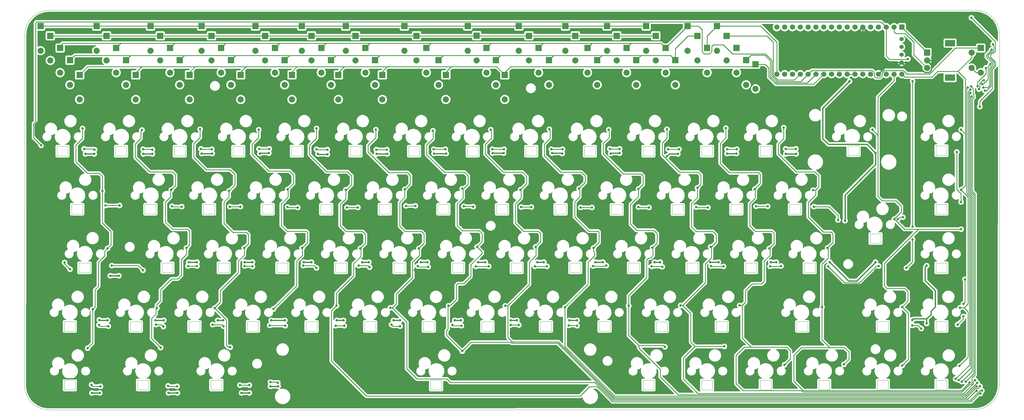
<source format=gtl>
G04 #@! TF.GenerationSoftware,KiCad,Pcbnew,(6.0.1)*
G04 #@! TF.CreationDate,2022-01-16T22:01:47-06:00*
G04 #@! TF.ProjectId,stain,73746169-6e2e-46b6-9963-61645f706362,rev?*
G04 #@! TF.SameCoordinates,Original*
G04 #@! TF.FileFunction,Copper,L1,Top*
G04 #@! TF.FilePolarity,Positive*
%FSLAX46Y46*%
G04 Gerber Fmt 4.6, Leading zero omitted, Abs format (unit mm)*
G04 Created by KiCad (PCBNEW (6.0.1)) date 2022-01-16 22:01:47*
%MOMM*%
%LPD*%
G01*
G04 APERTURE LIST*
G04 #@! TA.AperFunction,Profile*
%ADD10C,0.100000*%
G04 #@! TD*
G04 #@! TA.AperFunction,Profile*
%ADD11C,0.120000*%
G04 #@! TD*
G04 #@! TA.AperFunction,ComponentPad*
%ADD12R,2.000000X2.000000*%
G04 #@! TD*
G04 #@! TA.AperFunction,ComponentPad*
%ADD13C,2.000000*%
G04 #@! TD*
G04 #@! TA.AperFunction,WasherPad*
%ADD14R,3.200000X2.000000*%
G04 #@! TD*
G04 #@! TA.AperFunction,ComponentPad*
%ADD15C,1.700000*%
G04 #@! TD*
G04 #@! TA.AperFunction,ComponentPad*
%ADD16R,1.700000X1.700000*%
G04 #@! TD*
G04 #@! TA.AperFunction,ComponentPad*
%ADD17C,1.397000*%
G04 #@! TD*
G04 #@! TA.AperFunction,ViaPad*
%ADD18C,0.800000*%
G04 #@! TD*
G04 #@! TA.AperFunction,Conductor*
%ADD19C,0.250000*%
G04 #@! TD*
G04 #@! TA.AperFunction,Conductor*
%ADD20C,0.400000*%
G04 #@! TD*
G04 APERTURE END LIST*
D10*
X24268170Y-15502478D02*
G75*
G03*
X16330670Y-23439978I0J-7937500D01*
G01*
X24163478Y-145433295D02*
X325153478Y-145338000D01*
X333195670Y-23411750D02*
G75*
G03*
X325282830Y-15474250I-7912840J24622D01*
G01*
X16225978Y-137852045D02*
G75*
G03*
X24163478Y-145433295I7937501J364621D01*
G01*
X333090978Y-137400500D02*
X333195670Y-23411750D01*
X325153478Y-145338000D02*
G75*
G03*
X333090978Y-137400500I0J7937500D01*
G01*
X16330670Y-23439978D02*
X16225978Y-137852045D01*
X24268170Y-15502478D02*
X325282830Y-15474250D01*
D11*
G04 #@! TO.C,LED8*
X316125000Y-62700000D02*
X312525000Y-62700000D01*
X316125000Y-59600000D02*
X316125000Y-62700000D01*
X312525000Y-59600000D02*
X316125000Y-59600000D01*
X312525000Y-62700000D02*
X312525000Y-59600000D01*
G04 #@! TO.C,LED23*
X154200000Y-81750000D02*
X150600000Y-81750000D01*
X150600000Y-78650000D02*
X154200000Y-78650000D01*
X154200000Y-78650000D02*
X154200000Y-81750000D01*
X150600000Y-81750000D02*
X150600000Y-78650000D01*
G04 #@! TO.C,LED17*
X35137500Y-81750000D02*
X31537500Y-81750000D01*
X31537500Y-81750000D02*
X31537500Y-78650000D01*
X31537500Y-78650000D02*
X35137500Y-78650000D01*
X35137500Y-78650000D02*
X35137500Y-81750000D01*
G04 #@! TO.C,LED33*
X254212500Y-97700000D02*
X254212500Y-100800000D01*
X250612500Y-100800000D02*
X250612500Y-97700000D01*
X250612500Y-97700000D02*
X254212500Y-97700000D01*
X254212500Y-100800000D02*
X250612500Y-100800000D01*
G04 #@! TO.C,LED45*
X32756250Y-116750000D02*
X32756250Y-119850000D01*
X32756250Y-119850000D02*
X29156250Y-119850000D01*
X29156250Y-116750000D02*
X32756250Y-116750000D01*
X29156250Y-119850000D02*
X29156250Y-116750000D01*
G04 #@! TO.C,LED42*
X82762500Y-100800000D02*
X79162500Y-100800000D01*
X79162500Y-97700000D02*
X82762500Y-97700000D01*
X82762500Y-97700000D02*
X82762500Y-100800000D01*
X79162500Y-100800000D02*
X79162500Y-97700000D01*
G04 #@! TO.C,LED15*
X141075000Y-59771250D02*
X144675000Y-59771250D01*
X141075000Y-62871250D02*
X141075000Y-59771250D01*
X144675000Y-59771250D02*
X144675000Y-62871250D01*
X144675000Y-62871250D02*
X141075000Y-62871250D01*
G04 #@! TO.C,LED30*
X291093750Y-88175000D02*
X294693750Y-88175000D01*
X294693750Y-88175000D02*
X294693750Y-91275000D01*
X294693750Y-91275000D02*
X291093750Y-91275000D01*
X291093750Y-91275000D02*
X291093750Y-88175000D01*
G04 #@! TO.C,LED12*
X83925000Y-62871250D02*
X83925000Y-59771250D01*
X87525000Y-62871250D02*
X83925000Y-62871250D01*
X87525000Y-59771250D02*
X87525000Y-62871250D01*
X83925000Y-59771250D02*
X87525000Y-59771250D01*
G04 #@! TO.C,LED55*
X221612500Y-116843750D02*
X225212500Y-116843750D01*
X225212500Y-119943750D02*
X221612500Y-119943750D01*
X221612500Y-119943750D02*
X221612500Y-116843750D01*
X225212500Y-116843750D02*
X225212500Y-119943750D01*
G04 #@! TO.C,LED37*
X178012500Y-97700000D02*
X178012500Y-100800000D01*
X178012500Y-100800000D02*
X174412500Y-100800000D01*
X174412500Y-100800000D02*
X174412500Y-97700000D01*
X174412500Y-97700000D02*
X178012500Y-97700000D01*
G04 #@! TO.C,LED44*
X33918750Y-100800000D02*
X33918750Y-97700000D01*
X33918750Y-97700000D02*
X37518750Y-97700000D01*
X37518750Y-97700000D02*
X37518750Y-100800000D01*
X37518750Y-100800000D02*
X33918750Y-100800000D01*
G04 #@! TO.C,LED36*
X193462500Y-97700000D02*
X197062500Y-97700000D01*
X197062500Y-100800000D02*
X193462500Y-100800000D01*
X197062500Y-97700000D02*
X197062500Y-100800000D01*
X193462500Y-100800000D02*
X193462500Y-97700000D01*
G04 #@! TO.C,LED50*
X126787500Y-116750000D02*
X130387500Y-116750000D01*
X130387500Y-116750000D02*
X130387500Y-119850000D01*
X130387500Y-119850000D02*
X126787500Y-119850000D01*
X126787500Y-119850000D02*
X126787500Y-116750000D01*
G04 #@! TO.C,LED53*
X187537500Y-116750000D02*
X187537500Y-119850000D01*
X183937500Y-116750000D02*
X187537500Y-116750000D01*
X187537500Y-119850000D02*
X183937500Y-119850000D01*
X183937500Y-119850000D02*
X183937500Y-116750000D01*
G04 #@! TO.C,LED49*
X111337500Y-116750000D02*
X111337500Y-119850000D01*
X107737500Y-119850000D02*
X107737500Y-116750000D01*
X107737500Y-116750000D02*
X111337500Y-116750000D01*
X111337500Y-119850000D02*
X107737500Y-119850000D01*
G04 #@! TO.C,LED32*
X273262500Y-100800000D02*
X269662500Y-100800000D01*
X273262500Y-97700000D02*
X273262500Y-100800000D01*
X269662500Y-100800000D02*
X269662500Y-97700000D01*
X269662500Y-97700000D02*
X273262500Y-97700000D01*
G04 #@! TO.C,LED11*
X64875000Y-59771250D02*
X68475000Y-59771250D01*
X68475000Y-62871250D02*
X64875000Y-62871250D01*
X64875000Y-62871250D02*
X64875000Y-59771250D01*
X68475000Y-59771250D02*
X68475000Y-62871250D01*
G04 #@! TO.C,LED40*
X120862500Y-100800000D02*
X117262500Y-100800000D01*
X117262500Y-100800000D02*
X117262500Y-97700000D01*
X117262500Y-97700000D02*
X120862500Y-97700000D01*
X120862500Y-97700000D02*
X120862500Y-100800000D01*
G04 #@! TO.C,LED31*
X312525000Y-97700000D02*
X316125000Y-97700000D01*
X312525000Y-100800000D02*
X312525000Y-97700000D01*
X316125000Y-97700000D02*
X316125000Y-100800000D01*
X316125000Y-100800000D02*
X312525000Y-100800000D01*
G04 #@! TO.C,LED34*
X231562500Y-97700000D02*
X235162500Y-97700000D01*
X235162500Y-100800000D02*
X231562500Y-100800000D01*
X235162500Y-97700000D02*
X235162500Y-100800000D01*
X231562500Y-100800000D02*
X231562500Y-97700000D01*
G04 #@! TO.C,LED13*
X102975000Y-62871250D02*
X102975000Y-59771250D01*
X106575000Y-62871250D02*
X102975000Y-62871250D01*
X106575000Y-59771250D02*
X106575000Y-62871250D01*
X102975000Y-59771250D02*
X106575000Y-59771250D01*
G04 #@! TO.C,LED58*
X297075000Y-119850000D02*
X293475000Y-119850000D01*
X293475000Y-116750000D02*
X297075000Y-116750000D01*
X293475000Y-119850000D02*
X293475000Y-116750000D01*
X297075000Y-116750000D02*
X297075000Y-119850000D01*
G04 #@! TO.C,LED29*
X264900000Y-81750000D02*
X264900000Y-78650000D01*
X268500000Y-78650000D02*
X268500000Y-81750000D01*
X264900000Y-78650000D02*
X268500000Y-78650000D01*
X268500000Y-81750000D02*
X264900000Y-81750000D01*
G04 #@! TO.C,LED65*
X239925000Y-135800000D02*
X239925000Y-138900000D01*
X236325000Y-135800000D02*
X239925000Y-135800000D01*
X239925000Y-138900000D02*
X236325000Y-138900000D01*
X236325000Y-138900000D02*
X236325000Y-135800000D01*
G04 #@! TO.C,LED48*
X92287500Y-119850000D02*
X88687500Y-119850000D01*
X88687500Y-116750000D02*
X92287500Y-116750000D01*
X92287500Y-116750000D02*
X92287500Y-119850000D01*
X88687500Y-119850000D02*
X88687500Y-116750000D01*
G04 #@! TO.C,LED16*
X312525000Y-81750000D02*
X312525000Y-78650000D01*
X316125000Y-78650000D02*
X316125000Y-81750000D01*
X312525000Y-78650000D02*
X316125000Y-78650000D01*
X316125000Y-81750000D02*
X312525000Y-81750000D01*
G04 #@! TO.C,LED19*
X78000000Y-81750000D02*
X74400000Y-81750000D01*
X74400000Y-78650000D02*
X78000000Y-78650000D01*
X78000000Y-78650000D02*
X78000000Y-81750000D01*
X74400000Y-81750000D02*
X74400000Y-78650000D01*
G04 #@! TO.C,LED2*
X182775000Y-59771250D02*
X182775000Y-62871250D01*
X182775000Y-62871250D02*
X179175000Y-62871250D01*
X179175000Y-62871250D02*
X179175000Y-59771250D01*
X179175000Y-59771250D02*
X182775000Y-59771250D01*
G04 #@! TO.C,LED5*
X239925000Y-59771250D02*
X239925000Y-62871250D01*
X236325000Y-59771250D02*
X239925000Y-59771250D01*
X236325000Y-62871250D02*
X236325000Y-59771250D01*
X239925000Y-62871250D02*
X236325000Y-62871250D01*
G04 #@! TO.C,LED43*
X64506250Y-100800000D02*
X60906250Y-100800000D01*
X64506250Y-97700000D02*
X64506250Y-100800000D01*
X60906250Y-100800000D02*
X60906250Y-97700000D01*
X60906250Y-97700000D02*
X64506250Y-97700000D01*
G04 #@! TO.C,LED6*
X258975000Y-59771250D02*
X258975000Y-62871250D01*
X255375000Y-59771250D02*
X258975000Y-59771250D01*
X258975000Y-62871250D02*
X255375000Y-62871250D01*
X255375000Y-62871250D02*
X255375000Y-59771250D01*
G04 #@! TO.C,LED14*
X125625000Y-59771250D02*
X125625000Y-62871250D01*
X122025000Y-59771250D02*
X125625000Y-59771250D01*
X125625000Y-62871250D02*
X122025000Y-62871250D01*
X122025000Y-62871250D02*
X122025000Y-59771250D01*
G04 #@! TO.C,LED66*
X258975000Y-135800000D02*
X258975000Y-138900000D01*
X258975000Y-138900000D02*
X255375000Y-138900000D01*
X255375000Y-135800000D02*
X258975000Y-135800000D01*
X255375000Y-138900000D02*
X255375000Y-135800000D01*
G04 #@! TO.C,LED28*
X249450000Y-78650000D02*
X249450000Y-81750000D01*
X245850000Y-78650000D02*
X249450000Y-78650000D01*
X245850000Y-81750000D02*
X245850000Y-78650000D01*
X249450000Y-81750000D02*
X245850000Y-81750000D01*
G04 #@! TO.C,LED4*
X217275000Y-59771250D02*
X220875000Y-59771250D01*
X220875000Y-59771250D02*
X220875000Y-62871250D01*
X217275000Y-62871250D02*
X217275000Y-59771250D01*
X220875000Y-62871250D02*
X217275000Y-62871250D01*
G04 #@! TO.C,LED10*
X45825000Y-59771250D02*
X49425000Y-59771250D01*
X49425000Y-62871250D02*
X45825000Y-62871250D01*
X49425000Y-59771250D02*
X49425000Y-62871250D01*
X45825000Y-62871250D02*
X45825000Y-59771250D01*
G04 #@! TO.C,LED22*
X131550000Y-78650000D02*
X135150000Y-78650000D01*
X135150000Y-78650000D02*
X135150000Y-81750000D01*
X135150000Y-81750000D02*
X131550000Y-81750000D01*
X131550000Y-81750000D02*
X131550000Y-78650000D01*
G04 #@! TO.C,LED60*
X29156250Y-138900000D02*
X29156250Y-135800000D01*
X32756250Y-138900000D02*
X29156250Y-138900000D01*
X29156250Y-135800000D02*
X32756250Y-135800000D01*
X32756250Y-135800000D02*
X32756250Y-138900000D01*
G04 #@! TO.C,LED7*
X283950000Y-62700000D02*
X283950000Y-59600000D01*
X283950000Y-59600000D02*
X287550000Y-59600000D01*
X287550000Y-59600000D02*
X287550000Y-62700000D01*
X287550000Y-62700000D02*
X283950000Y-62700000D01*
G04 #@! TO.C,LED21*
X112500000Y-78650000D02*
X116100000Y-78650000D01*
X116100000Y-81750000D02*
X112500000Y-81750000D01*
X112500000Y-81750000D02*
X112500000Y-78650000D01*
X116100000Y-78650000D02*
X116100000Y-81750000D01*
G04 #@! TO.C,LED51*
X145837500Y-119850000D02*
X145837500Y-116750000D01*
X145837500Y-116750000D02*
X149437500Y-116750000D01*
X149437500Y-119850000D02*
X145837500Y-119850000D01*
X149437500Y-116750000D02*
X149437500Y-119850000D01*
G04 #@! TO.C,LED62*
X76781250Y-135800000D02*
X80381250Y-135800000D01*
X80381250Y-135800000D02*
X80381250Y-138900000D01*
X80381250Y-138900000D02*
X76781250Y-138900000D01*
X76781250Y-138900000D02*
X76781250Y-135800000D01*
G04 #@! TO.C,LED61*
X52968750Y-135800000D02*
X56568750Y-135800000D01*
X56568750Y-138900000D02*
X52968750Y-138900000D01*
X56568750Y-135800000D02*
X56568750Y-138900000D01*
X52968750Y-138900000D02*
X52968750Y-135800000D01*
G04 #@! TO.C,LED25*
X192300000Y-78650000D02*
X192300000Y-81750000D01*
X192300000Y-81750000D02*
X188700000Y-81750000D01*
X188700000Y-78650000D02*
X192300000Y-78650000D01*
X188700000Y-81750000D02*
X188700000Y-78650000D01*
G04 #@! TO.C,LED27*
X226800000Y-81843750D02*
X226800000Y-78743750D01*
X230400000Y-81843750D02*
X226800000Y-81843750D01*
X226800000Y-78743750D02*
X230400000Y-78743750D01*
X230400000Y-78743750D02*
X230400000Y-81843750D01*
G04 #@! TO.C,LED63*
X151818750Y-135800000D02*
X151818750Y-138900000D01*
X148218750Y-138900000D02*
X148218750Y-135800000D01*
X151818750Y-138900000D02*
X148218750Y-138900000D01*
X148218750Y-135800000D02*
X151818750Y-135800000D01*
G04 #@! TO.C,LED38*
X155362500Y-100800000D02*
X155362500Y-97700000D01*
X155362500Y-97700000D02*
X158962500Y-97700000D01*
X158962500Y-97700000D02*
X158962500Y-100800000D01*
X158962500Y-100800000D02*
X155362500Y-100800000D01*
G04 #@! TO.C,LED46*
X54187500Y-119850000D02*
X50587500Y-119850000D01*
X54187500Y-116750000D02*
X54187500Y-119850000D01*
X50587500Y-119850000D02*
X50587500Y-116750000D01*
X50587500Y-116750000D02*
X54187500Y-116750000D01*
G04 #@! TO.C,LED35*
X212512500Y-97700000D02*
X216112500Y-97700000D01*
X212512500Y-100800000D02*
X212512500Y-97700000D01*
X216112500Y-100800000D02*
X212512500Y-100800000D01*
X216112500Y-97700000D02*
X216112500Y-100800000D01*
G04 #@! TO.C,LED1*
X163725000Y-62871250D02*
X160125000Y-62871250D01*
X163725000Y-59771250D02*
X163725000Y-62871250D01*
X160125000Y-59771250D02*
X163725000Y-59771250D01*
X160125000Y-62871250D02*
X160125000Y-59771250D01*
G04 #@! TO.C,LED59*
X316125000Y-116750000D02*
X316125000Y-119850000D01*
X312525000Y-119850000D02*
X312525000Y-116750000D01*
X316125000Y-119850000D02*
X312525000Y-119850000D01*
X312525000Y-116750000D02*
X316125000Y-116750000D01*
G04 #@! TO.C,LED41*
X98212500Y-97700000D02*
X101812500Y-97700000D01*
X98212500Y-100800000D02*
X98212500Y-97700000D01*
X101812500Y-97700000D02*
X101812500Y-100800000D01*
X101812500Y-100800000D02*
X98212500Y-100800000D01*
G04 #@! TO.C,LED47*
X73237500Y-116750000D02*
X73237500Y-119850000D01*
X69637500Y-116750000D02*
X73237500Y-116750000D01*
X73237500Y-119850000D02*
X69637500Y-119850000D01*
X69637500Y-119850000D02*
X69637500Y-116750000D01*
G04 #@! TO.C,LED26*
X206956250Y-78743750D02*
X210556250Y-78743750D01*
X206956250Y-81843750D02*
X206956250Y-78743750D01*
X210556250Y-81843750D02*
X206956250Y-81843750D01*
X210556250Y-78743750D02*
X210556250Y-81843750D01*
G04 #@! TO.C,LED69*
X316125000Y-138900000D02*
X312525000Y-138900000D01*
X312525000Y-135800000D02*
X316125000Y-135800000D01*
X312525000Y-138900000D02*
X312525000Y-135800000D01*
X316125000Y-135800000D02*
X316125000Y-138900000D01*
G04 #@! TO.C,LED24*
X173250000Y-78650000D02*
X173250000Y-81750000D01*
X169650000Y-78650000D02*
X173250000Y-78650000D01*
X169650000Y-81750000D02*
X169650000Y-78650000D01*
X173250000Y-81750000D02*
X169650000Y-81750000D01*
G04 #@! TO.C,LED54*
X202987500Y-119850000D02*
X202987500Y-116750000D01*
X202987500Y-116750000D02*
X206587500Y-116750000D01*
X206587500Y-116750000D02*
X206587500Y-119850000D01*
X206587500Y-119850000D02*
X202987500Y-119850000D01*
G04 #@! TO.C,LED9*
X26775000Y-59771250D02*
X30375000Y-59771250D01*
X30375000Y-59771250D02*
X30375000Y-62871250D01*
X30375000Y-62871250D02*
X26775000Y-62871250D01*
X26775000Y-62871250D02*
X26775000Y-59771250D01*
G04 #@! TO.C,LED20*
X93450000Y-78650000D02*
X97050000Y-78650000D01*
X93450000Y-81750000D02*
X93450000Y-78650000D01*
X97050000Y-78650000D02*
X97050000Y-81750000D01*
X97050000Y-81750000D02*
X93450000Y-81750000D01*
G04 #@! TO.C,LED64*
X220875000Y-135800000D02*
X220875000Y-138900000D01*
X220875000Y-138900000D02*
X217275000Y-138900000D01*
X217275000Y-135800000D02*
X220875000Y-135800000D01*
X217275000Y-138900000D02*
X217275000Y-135800000D01*
G04 #@! TO.C,LED18*
X55350000Y-81750000D02*
X55350000Y-78650000D01*
X58950000Y-78650000D02*
X58950000Y-81750000D01*
X55350000Y-78650000D02*
X58950000Y-78650000D01*
X58950000Y-81750000D02*
X55350000Y-81750000D01*
G04 #@! TO.C,LED3*
X201825000Y-62871250D02*
X198225000Y-62871250D01*
X198225000Y-59771250D02*
X201825000Y-59771250D01*
X201825000Y-59771250D02*
X201825000Y-62871250D01*
X198225000Y-62871250D02*
X198225000Y-59771250D01*
G04 #@! TO.C,LED67*
X278025000Y-135800000D02*
X278025000Y-138900000D01*
X278025000Y-138900000D02*
X274425000Y-138900000D01*
X274425000Y-135800000D02*
X278025000Y-135800000D01*
X274425000Y-138900000D02*
X274425000Y-135800000D01*
G04 #@! TO.C,LED39*
X136312500Y-97700000D02*
X139912500Y-97700000D01*
X139912500Y-97700000D02*
X139912500Y-100800000D01*
X139912500Y-100800000D02*
X136312500Y-100800000D01*
X136312500Y-100800000D02*
X136312500Y-97700000D01*
G04 #@! TO.C,LED68*
X293475000Y-138900000D02*
X293475000Y-135800000D01*
X297075000Y-135800000D02*
X297075000Y-138900000D01*
X293475000Y-135800000D02*
X297075000Y-135800000D01*
X297075000Y-138900000D02*
X293475000Y-138900000D01*
G04 #@! TO.C,LED56*
X241087500Y-119850000D02*
X241087500Y-116750000D01*
X244687500Y-119850000D02*
X241087500Y-119850000D01*
X241087500Y-116750000D02*
X244687500Y-116750000D01*
X244687500Y-116750000D02*
X244687500Y-119850000D01*
G04 #@! TO.C,LED52*
X164887500Y-119850000D02*
X164887500Y-116750000D01*
X168487500Y-116750000D02*
X168487500Y-119850000D01*
X164887500Y-116750000D02*
X168487500Y-116750000D01*
X168487500Y-119850000D02*
X164887500Y-119850000D01*
G04 #@! TO.C,LED57*
X270881250Y-116750000D02*
X270881250Y-119850000D01*
X267281250Y-119850000D02*
X267281250Y-116750000D01*
X267281250Y-116750000D02*
X270881250Y-116750000D01*
X270881250Y-119850000D02*
X267281250Y-119850000D01*
G04 #@! TD*
D12*
G04 #@! TO.P,D14,1,K*
G04 #@! TO.N,Row1*
X238125000Y-27781250D03*
D13*
G04 #@! TO.P,D14,2,A*
G04 #@! TO.N,Net-(D14-Pad2)*
X238125000Y-35781250D03*
G04 #@! TD*
D12*
G04 #@! TO.P,D61,1,K*
G04 #@! TO.N,Row5*
X52387500Y-36512500D03*
D13*
G04 #@! TO.P,D61,2,A*
G04 #@! TO.N,Net-(D61-Pad2)*
X52387500Y-44512500D03*
G04 #@! TD*
D12*
G04 #@! TO.P,D23,1,K*
G04 #@! TO.N,Row2*
X143668750Y-23812500D03*
D13*
G04 #@! TO.P,D23,2,A*
G04 #@! TO.N,Net-(D23-Pad2)*
X143668750Y-31812500D03*
G04 #@! TD*
D12*
G04 #@! TO.P,D36,1,K*
G04 #@! TO.N,Row3*
X112712500Y-27781250D03*
D13*
G04 #@! TO.P,D36,2,A*
G04 #@! TO.N,Net-(D36-Pad2)*
X112712500Y-35781250D03*
G04 #@! TD*
D12*
G04 #@! TO.P,D4,1,K*
G04 #@! TO.N,Row1*
X73818750Y-20637500D03*
D13*
G04 #@! TO.P,D4,2,A*
G04 #@! TO.N,Net-(D4-Pad2)*
X73818750Y-28637500D03*
G04 #@! TD*
D12*
G04 #@! TO.P,D10,1,K*
G04 #@! TO.N,Row1*
X176942750Y-20637500D03*
D13*
G04 #@! TO.P,D10,2,A*
G04 #@! TO.N,Net-(D10-Pad2)*
X176942750Y-28637500D03*
G04 #@! TD*
D12*
G04 #@! TO.P,D24,1,K*
G04 #@! TO.N,Row2*
X163226750Y-23780750D03*
D13*
G04 #@! TO.P,D24,2,A*
G04 #@! TO.N,Net-(D24-Pad2)*
X163226750Y-31780750D03*
G04 #@! TD*
D12*
G04 #@! TO.P,D63,1,K*
G04 #@! TO.N,Row5*
X86518750Y-36512500D03*
D13*
G04 #@! TO.P,D63,2,A*
G04 #@! TO.N,Net-(D63-Pad2)*
X86518750Y-44512500D03*
G04 #@! TD*
D12*
G04 #@! TO.P,D2,1,K*
G04 #@! TO.N,Row1*
X39687500Y-20637500D03*
D13*
G04 #@! TO.P,D2,2,A*
G04 #@! TO.N,Net-(D2-Pad2)*
X39687500Y-28637500D03*
G04 #@! TD*
D12*
G04 #@! TO.P,D15,1,K*
G04 #@! TO.N,Row1*
X241300000Y-20637500D03*
D13*
G04 #@! TO.P,D15,2,A*
G04 #@! TO.N,Net-(D15-Pad2)*
X241300000Y-28637500D03*
G04 #@! TD*
D12*
G04 #@! TO.P,D3,1,K*
G04 #@! TO.N,Row1*
X57150000Y-20637500D03*
D13*
G04 #@! TO.P,D3,2,A*
G04 #@! TO.N,Net-(D3-Pad2)*
X57150000Y-28637500D03*
G04 #@! TD*
D12*
G04 #@! TO.P,D30,1,K*
G04 #@! TO.N,Row2*
X244475000Y-23812500D03*
D13*
G04 #@! TO.P,D30,2,A*
G04 #@! TO.N,Net-(D30-Pad2)*
X244475000Y-31812500D03*
G04 #@! TD*
D12*
G04 #@! TO.P,D49,1,K*
G04 #@! TO.N,Row4*
X100806250Y-31750000D03*
D13*
G04 #@! TO.P,D49,2,A*
G04 #@! TO.N,Net-(D49-Pad2)*
X100806250Y-39750000D03*
G04 #@! TD*
D12*
G04 #@! TO.P,D25,1,K*
G04 #@! TO.N,Row2*
X180181250Y-23812500D03*
D13*
G04 #@! TO.P,D25,2,A*
G04 #@! TO.N,Net-(D25-Pad2)*
X180181250Y-31812500D03*
G04 #@! TD*
D12*
G04 #@! TO.P,D7,1,K*
G04 #@! TO.N,Row1*
X120650000Y-20637500D03*
D13*
G04 #@! TO.P,D7,2,A*
G04 #@! TO.N,Net-(D7-Pad2)*
X120650000Y-28637500D03*
G04 #@! TD*
D12*
G04 #@! TO.P,D68,1,K*
G04 #@! TO.N,Row5*
X172370750Y-36512500D03*
D13*
G04 #@! TO.P,D68,2,A*
G04 #@! TO.N,Net-(D68-Pad2)*
X172370750Y-44512500D03*
G04 #@! TD*
D12*
G04 #@! TO.P,D69,1,K*
G04 #@! TO.N,Row5*
X253904750Y-33051750D03*
D13*
G04 #@! TO.P,D69,2,A*
G04 #@! TO.N,Net-(D69-Pad2)*
X253904750Y-41051750D03*
G04 #@! TD*
D14*
G04 #@! TO.P,SW70,*
G04 #@! TO.N,*
X317123847Y-37381250D03*
X317123847Y-26181250D03*
D12*
G04 #@! TO.P,SW70,A,A*
G04 #@! TO.N,en2*
X309623847Y-29281250D03*
D13*
G04 #@! TO.P,SW70,B,B*
G04 #@! TO.N,en1*
X309623847Y-34281250D03*
G04 #@! TO.P,SW70,C,C*
G04 #@! TO.N,GND*
X309623847Y-31781250D03*
G04 #@! TO.P,SW70,S1,S1*
G04 #@! TO.N,Net-(D70-Pad2)*
X324123847Y-34281250D03*
G04 #@! TO.P,SW70,S2,S2*
G04 #@! TO.N,Col15*
X324123847Y-29281250D03*
G04 #@! TD*
D12*
G04 #@! TO.P,D18,1,K*
G04 #@! TO.N,Row2*
X60325000Y-23812500D03*
D13*
G04 #@! TO.P,D18,2,A*
G04 #@! TO.N,Net-(D18-Pad2)*
X60325000Y-31812500D03*
G04 #@! TD*
D12*
G04 #@! TO.P,D52,1,K*
G04 #@! TO.N,Row4*
X150812500Y-31750000D03*
D13*
G04 #@! TO.P,D52,2,A*
G04 #@! TO.N,Net-(D52-Pad2)*
X150812500Y-39750000D03*
G04 #@! TD*
D12*
G04 #@! TO.P,D32,1,K*
G04 #@! TO.N,Row3*
X46037500Y-27781250D03*
D13*
G04 #@! TO.P,D32,2,A*
G04 #@! TO.N,Net-(D32-Pad2)*
X46037500Y-35781250D03*
G04 #@! TD*
D12*
G04 #@! TO.P,D56,1,K*
G04 #@! TO.N,Row4*
X215106250Y-31750000D03*
D13*
G04 #@! TO.P,D56,2,A*
G04 #@! TO.N,Net-(D56-Pad2)*
X215106250Y-39750000D03*
G04 #@! TD*
D12*
G04 #@! TO.P,D37,1,K*
G04 #@! TO.N,Row3*
X127000000Y-27781250D03*
D13*
G04 #@! TO.P,D37,2,A*
G04 #@! TO.N,Net-(D37-Pad2)*
X127000000Y-35781250D03*
G04 #@! TD*
D12*
G04 #@! TO.P,D5,1,K*
G04 #@! TO.N,Row1*
X91281250Y-20637500D03*
D13*
G04 #@! TO.P,D5,2,A*
G04 #@! TO.N,Net-(D5-Pad2)*
X91281250Y-28637500D03*
G04 #@! TD*
D12*
G04 #@! TO.P,D39,1,K*
G04 #@! TO.N,Row3*
X166401750Y-27781250D03*
D13*
G04 #@! TO.P,D39,2,A*
G04 #@! TO.N,Net-(D39-Pad2)*
X166401750Y-35781250D03*
G04 #@! TD*
D12*
G04 #@! TO.P,D16,1,K*
G04 #@! TO.N,Row2*
X24606250Y-23812500D03*
D13*
G04 #@! TO.P,D16,2,A*
G04 #@! TO.N,Net-(D16-Pad2)*
X24606250Y-31812500D03*
G04 #@! TD*
D12*
G04 #@! TO.P,D64,1,K*
G04 #@! TO.N,Row5*
X103187500Y-36512500D03*
D13*
G04 #@! TO.P,D64,2,A*
G04 #@! TO.N,Net-(D64-Pad2)*
X103187500Y-44512500D03*
G04 #@! TD*
D12*
G04 #@! TO.P,D62,1,K*
G04 #@! TO.N,Row5*
X69850000Y-36512500D03*
D13*
G04 #@! TO.P,D62,2,A*
G04 #@! TO.N,Net-(D62-Pad2)*
X69850000Y-44512500D03*
G04 #@! TD*
D12*
G04 #@! TO.P,D34,1,K*
G04 #@! TO.N,Row3*
X80168750Y-27781250D03*
D13*
G04 #@! TO.P,D34,2,A*
G04 #@! TO.N,Net-(D34-Pad2)*
X80168750Y-35781250D03*
G04 #@! TD*
D12*
G04 #@! TO.P,D55,1,K*
G04 #@! TO.N,Row4*
X202406250Y-31750000D03*
D13*
G04 #@! TO.P,D55,2,A*
G04 #@! TO.N,Net-(D55-Pad2)*
X202406250Y-39750000D03*
G04 #@! TD*
D12*
G04 #@! TO.P,D67,1,K*
G04 #@! TO.N,Row5*
X153193750Y-36512500D03*
D13*
G04 #@! TO.P,D67,2,A*
G04 #@! TO.N,Net-(D67-Pad2)*
X153193750Y-44512500D03*
G04 #@! TD*
D12*
G04 #@! TO.P,D29,1,K*
G04 #@! TO.N,Row2*
X247650000Y-27781250D03*
D13*
G04 #@! TO.P,D29,2,A*
G04 #@! TO.N,Net-(D29-Pad2)*
X247650000Y-35781250D03*
G04 #@! TD*
D15*
G04 #@! TO.P,U1,2,2/SDA*
G04 #@! TO.N,Col11*
X286208250Y-21011250D03*
G04 #@! TO.P,U1,3,3(PWM)/SCL*
G04 #@! TO.N,Col10*
X283668250Y-21011250D03*
G04 #@! TO.P,U1,3.3V,3.3V*
G04 #@! TO.N,unconnected-(U1-Pad3.3V)*
X263348250Y-36267250D03*
G04 #@! TO.P,U1,4,4/A6*
G04 #@! TO.N,Col9*
X281128250Y-21011250D03*
G04 #@! TO.P,U1,5,5(PWM)*
G04 #@! TO.N,Col8*
X278588250Y-21011250D03*
G04 #@! TO.P,U1,5V,+5V*
G04 #@! TO.N,VCC*
X288748250Y-36267250D03*
G04 #@! TO.P,U1,6,6(PWM)/A7*
G04 #@! TO.N,Col7*
X276048250Y-21011250D03*
G04 #@! TO.P,U1,7,7*
G04 #@! TO.N,Col6*
X273508250Y-21011250D03*
G04 #@! TO.P,U1,8,8/A8*
G04 #@! TO.N,Col5*
X270968250Y-21011250D03*
G04 #@! TO.P,U1,9,9(PWM)/A9*
G04 #@! TO.N,Col4*
X268428250Y-21011250D03*
G04 #@! TO.P,U1,10,10(PWM)/A10*
G04 #@! TO.N,Col3*
X265888250Y-21011250D03*
G04 #@! TO.P,U1,11,11(PWM)*
G04 #@! TO.N,Col2*
X263348250Y-21011250D03*
G04 #@! TO.P,U1,12,12/A11*
G04 #@! TO.N,Col1*
X260808250Y-21011250D03*
G04 #@! TO.P,U1,13,13(PWM)*
G04 #@! TO.N,Row1*
X260808250Y-36267250D03*
G04 #@! TO.P,U1,A0,A0*
G04 #@! TO.N,Row2*
X268428250Y-36267250D03*
G04 #@! TO.P,U1,A1,A1*
G04 #@! TO.N,Row3*
X270968250Y-36267250D03*
G04 #@! TO.P,U1,A2,A2*
G04 #@! TO.N,Row4*
X273508250Y-36267250D03*
G04 #@! TO.P,U1,A3,A3*
G04 #@! TO.N,Row5*
X276048250Y-36267250D03*
G04 #@! TO.P,U1,A4,A4*
G04 #@! TO.N,Col12*
X278588250Y-36267250D03*
G04 #@! TO.P,U1,A5,A5*
G04 #@! TO.N,Col13*
X281128250Y-36267250D03*
G04 #@! TO.P,U1,AREF,AREF*
G04 #@! TO.N,unconnected-(U1-PadAREF)*
X265888250Y-36267250D03*
G04 #@! TO.P,U1,GND,GND*
G04 #@! TO.N,GND*
X293828250Y-36267250D03*
X288748250Y-21011250D03*
G04 #@! TO.P,U1,MI,MISO*
G04 #@! TO.N,Col14*
X298908250Y-36267250D03*
D16*
G04 #@! TO.P,U1,MO,MOSI*
G04 #@! TO.N,en2*
X301448250Y-21011250D03*
D15*
G04 #@! TO.P,U1,NC*
G04 #@! TO.N,unconnected-(U1-PadNC)*
X286208250Y-36267250D03*
X283668250Y-36267250D03*
G04 #@! TO.P,U1,RST,RESET*
G04 #@! TO.N,unconnected-(U1-PadRST)*
X291288250Y-36267250D03*
X291288250Y-21011250D03*
G04 #@! TO.P,U1,RX,0/RX*
G04 #@! TO.N,Col0*
X293828250Y-21011250D03*
G04 #@! TO.P,U1,SCK,SCK*
G04 #@! TO.N,Col15*
X301448250Y-36267250D03*
G04 #@! TO.P,U1,SS,RX_LED/SS*
G04 #@! TO.N,en1*
X298908250Y-21011250D03*
G04 #@! TO.P,U1,TX,1/TX*
G04 #@! TO.N,LED*
X296368250Y-21011250D03*
G04 #@! TO.P,U1,VI,VIN*
G04 #@! TO.N,unconnected-(U1-PadVI)*
X296368250Y-36267250D03*
G04 #@! TD*
D12*
G04 #@! TO.P,D60,1,K*
G04 #@! TO.N,Row5*
X34131250Y-36512500D03*
D13*
G04 #@! TO.P,D60,2,A*
G04 #@! TO.N,Net-(D60-Pad2)*
X34131250Y-44512500D03*
G04 #@! TD*
D12*
G04 #@! TO.P,D65,1,K*
G04 #@! TO.N,Row5*
X118268750Y-36512500D03*
D13*
G04 #@! TO.P,D65,2,A*
G04 #@! TO.N,Net-(D65-Pad2)*
X118268750Y-44512500D03*
G04 #@! TD*
D12*
G04 #@! TO.P,D33,1,K*
G04 #@! TO.N,Row3*
X63500000Y-27781250D03*
D13*
G04 #@! TO.P,D33,2,A*
G04 #@! TO.N,Net-(D33-Pad2)*
X63500000Y-35781250D03*
G04 #@! TD*
D12*
G04 #@! TO.P,D48,1,K*
G04 #@! TO.N,Row4*
X83343750Y-31750000D03*
D13*
G04 #@! TO.P,D48,2,A*
G04 #@! TO.N,Net-(D48-Pad2)*
X83343750Y-39750000D03*
G04 #@! TD*
D12*
G04 #@! TO.P,D1,1,K*
G04 #@! TO.N,Row1*
X21431250Y-20637500D03*
D13*
G04 #@! TO.P,D1,2,A*
G04 #@! TO.N,Net-(D1-Pad2)*
X21431250Y-28637500D03*
G04 #@! TD*
D12*
G04 #@! TO.P,D47,1,K*
G04 #@! TO.N,Row4*
X66675000Y-31750000D03*
D13*
G04 #@! TO.P,D47,2,A*
G04 #@! TO.N,Net-(D47-Pad2)*
X66675000Y-39750000D03*
G04 #@! TD*
D12*
G04 #@! TO.P,D50,1,K*
G04 #@! TO.N,Row4*
X115887500Y-31750000D03*
D13*
G04 #@! TO.P,D50,2,A*
G04 #@! TO.N,Net-(D50-Pad2)*
X115887500Y-39750000D03*
G04 #@! TD*
D12*
G04 #@! TO.P,D41,1,K*
G04 #@! TO.N,Row3*
X199231250Y-27781250D03*
D13*
G04 #@! TO.P,D41,2,A*
G04 #@! TO.N,Net-(D41-Pad2)*
X199231250Y-35781250D03*
G04 #@! TD*
D12*
G04 #@! TO.P,D35,1,K*
G04 #@! TO.N,Row3*
X97631250Y-27781250D03*
D13*
G04 #@! TO.P,D35,2,A*
G04 #@! TO.N,Net-(D35-Pad2)*
X97631250Y-35781250D03*
G04 #@! TD*
D12*
G04 #@! TO.P,D13,1,K*
G04 #@! TO.N,Row1*
X218281250Y-20637500D03*
D13*
G04 #@! TO.P,D13,2,A*
G04 #@! TO.N,Net-(D13-Pad2)*
X218281250Y-28637500D03*
G04 #@! TD*
D12*
G04 #@! TO.P,D40,1,K*
G04 #@! TO.N,Row3*
X183356250Y-27781250D03*
D13*
G04 #@! TO.P,D40,2,A*
G04 #@! TO.N,Net-(D40-Pad2)*
X183356250Y-35781250D03*
G04 #@! TD*
D12*
G04 #@! TO.P,D22,1,K*
G04 #@! TO.N,Row2*
X123825000Y-23812500D03*
D13*
G04 #@! TO.P,D22,2,A*
G04 #@! TO.N,Net-(D22-Pad2)*
X123825000Y-31812500D03*
G04 #@! TD*
D12*
G04 #@! TO.P,D21,1,K*
G04 #@! TO.N,Row2*
X109537500Y-23812500D03*
D13*
G04 #@! TO.P,D21,2,A*
G04 #@! TO.N,Net-(D21-Pad2)*
X109537500Y-31812500D03*
G04 #@! TD*
D12*
G04 #@! TO.P,D8,1,K*
G04 #@! TO.N,Row1*
X139700000Y-20637500D03*
D13*
G04 #@! TO.P,D8,2,A*
G04 #@! TO.N,Net-(D8-Pad2)*
X139700000Y-28637500D03*
G04 #@! TD*
D12*
G04 #@! TO.P,D28,1,K*
G04 #@! TO.N,Row2*
X221456250Y-23812500D03*
D13*
G04 #@! TO.P,D28,2,A*
G04 #@! TO.N,Net-(D28-Pad2)*
X221456250Y-31812500D03*
G04 #@! TD*
D12*
G04 #@! TO.P,D6,1,K*
G04 #@! TO.N,Row1*
X106362500Y-20637500D03*
D13*
G04 #@! TO.P,D6,2,A*
G04 #@! TO.N,Net-(D6-Pad2)*
X106362500Y-28637500D03*
G04 #@! TD*
D12*
G04 #@! TO.P,D11,1,K*
G04 #@! TO.N,Row1*
X192087500Y-20637500D03*
D13*
G04 #@! TO.P,D11,2,A*
G04 #@! TO.N,Net-(D11-Pad2)*
X192087500Y-28637500D03*
G04 #@! TD*
D12*
G04 #@! TO.P,D20,1,K*
G04 #@! TO.N,Row2*
X94456250Y-23812500D03*
D13*
G04 #@! TO.P,D20,2,A*
G04 #@! TO.N,Net-(D20-Pad2)*
X94456250Y-31812500D03*
G04 #@! TD*
D12*
G04 #@! TO.P,D51,1,K*
G04 #@! TO.N,Row4*
X130175000Y-31750000D03*
D13*
G04 #@! TO.P,D51,2,A*
G04 #@! TO.N,Net-(D51-Pad2)*
X130175000Y-39750000D03*
G04 #@! TD*
D12*
G04 #@! TO.P,D53,1,K*
G04 #@! TO.N,Row4*
X169449750Y-31750000D03*
D13*
G04 #@! TO.P,D53,2,A*
G04 #@! TO.N,Net-(D53-Pad2)*
X169449750Y-39750000D03*
G04 #@! TD*
D12*
G04 #@! TO.P,D12,1,K*
G04 #@! TO.N,Row1*
X205581250Y-20637500D03*
D13*
G04 #@! TO.P,D12,2,A*
G04 #@! TO.N,Net-(D12-Pad2)*
X205581250Y-28637500D03*
G04 #@! TD*
D17*
G04 #@! TO.P,OL1,1,GND*
G04 #@! TO.N,GND*
X301352750Y-32479750D03*
G04 #@! TO.P,OL1,2,VCC*
G04 #@! TO.N,VCC*
X301352750Y-29939750D03*
G04 #@! TO.P,OL1,3,SCL*
G04 #@! TO.N,Col10*
X301352750Y-27399750D03*
G04 #@! TO.P,OL1,4,SDA*
G04 #@! TO.N,Col11*
X301352750Y-24859750D03*
G04 #@! TD*
D12*
G04 #@! TO.P,D42,1,K*
G04 #@! TO.N,Row3*
X211931250Y-27781250D03*
D13*
G04 #@! TO.P,D42,2,A*
G04 #@! TO.N,Net-(D42-Pad2)*
X211931250Y-35781250D03*
G04 #@! TD*
D12*
G04 #@! TO.P,D54,1,K*
G04 #@! TO.N,Row4*
X186721750Y-31750000D03*
D13*
G04 #@! TO.P,D54,2,A*
G04 #@! TO.N,Net-(D54-Pad2)*
X186721750Y-39750000D03*
G04 #@! TD*
D12*
G04 #@! TO.P,D58,1,K*
G04 #@! TO.N,Row4*
X234950000Y-23812500D03*
D13*
G04 #@! TO.P,D58,2,A*
G04 #@! TO.N,Net-(D58-Pad2)*
X234950000Y-31812500D03*
G04 #@! TD*
D12*
G04 #@! TO.P,D44,1,K*
G04 #@! TO.N,Row3*
X231775000Y-20637500D03*
D13*
G04 #@! TO.P,D44,2,A*
G04 #@! TO.N,Net-(D44-Pad2)*
X231775000Y-28637500D03*
G04 #@! TD*
D12*
G04 #@! TO.P,D57,1,K*
G04 #@! TO.N,Row4*
X227806250Y-31750000D03*
D13*
G04 #@! TO.P,D57,2,A*
G04 #@! TO.N,Net-(D57-Pad2)*
X227806250Y-39750000D03*
G04 #@! TD*
D12*
G04 #@! TO.P,D31,1,K*
G04 #@! TO.N,Row3*
X27781250Y-27781250D03*
D13*
G04 #@! TO.P,D31,2,A*
G04 #@! TO.N,Net-(D31-Pad2)*
X27781250Y-35781250D03*
G04 #@! TD*
D12*
G04 #@! TO.P,D26,1,K*
G04 #@! TO.N,Row2*
X195262500Y-23812500D03*
D13*
G04 #@! TO.P,D26,2,A*
G04 #@! TO.N,Net-(D26-Pad2)*
X195262500Y-31812500D03*
G04 #@! TD*
D12*
G04 #@! TO.P,D9,1,K*
G04 #@! TO.N,Row1*
X160305750Y-20637500D03*
D13*
G04 #@! TO.P,D9,2,A*
G04 #@! TO.N,Net-(D9-Pad2)*
X160305750Y-28637500D03*
G04 #@! TD*
D12*
G04 #@! TO.P,D17,1,K*
G04 #@! TO.N,Row2*
X42862500Y-23812500D03*
D13*
G04 #@! TO.P,D17,2,A*
G04 #@! TO.N,Net-(D17-Pad2)*
X42862500Y-31812500D03*
G04 #@! TD*
D12*
G04 #@! TO.P,D43,1,K*
G04 #@! TO.N,Row3*
X224631250Y-27781250D03*
D13*
G04 #@! TO.P,D43,2,A*
G04 #@! TO.N,Net-(D43-Pad2)*
X224631250Y-35781250D03*
G04 #@! TD*
D12*
G04 #@! TO.P,D59,1,K*
G04 #@! TO.N,Row4*
X250825000Y-31750000D03*
D13*
G04 #@! TO.P,D59,2,A*
G04 #@! TO.N,Net-(D59-Pad2)*
X250825000Y-39750000D03*
G04 #@! TD*
D12*
G04 #@! TO.P,D27,1,K*
G04 #@! TO.N,Row2*
X208756250Y-23812500D03*
D13*
G04 #@! TO.P,D27,2,A*
G04 #@! TO.N,Net-(D27-Pad2)*
X208756250Y-31812500D03*
G04 #@! TD*
D12*
G04 #@! TO.P,D66,1,K*
G04 #@! TO.N,Row5*
X132556250Y-36512500D03*
D13*
G04 #@! TO.P,D66,2,A*
G04 #@! TO.N,Net-(D66-Pad2)*
X132556250Y-44512500D03*
G04 #@! TD*
D12*
G04 #@! TO.P,D38,1,K*
G04 #@! TO.N,Row3*
X146843750Y-27781250D03*
D13*
G04 #@! TO.P,D38,2,A*
G04 #@! TO.N,Net-(D38-Pad2)*
X146843750Y-35781250D03*
G04 #@! TD*
D12*
G04 #@! TO.P,D46,1,K*
G04 #@! TO.N,Row4*
X49212500Y-31750000D03*
D13*
G04 #@! TO.P,D46,2,A*
G04 #@! TO.N,Net-(D46-Pad2)*
X49212500Y-39750000D03*
G04 #@! TD*
D12*
G04 #@! TO.P,D19,1,K*
G04 #@! TO.N,Row2*
X76993750Y-23812500D03*
D13*
G04 #@! TO.P,D19,2,A*
G04 #@! TO.N,Net-(D19-Pad2)*
X76993750Y-31812500D03*
G04 #@! TD*
D12*
G04 #@! TO.P,D45,1,K*
G04 #@! TO.N,Row4*
X30987500Y-31750000D03*
D13*
G04 #@! TO.P,D45,2,A*
G04 #@! TO.N,Net-(D45-Pad2)*
X30987500Y-39750000D03*
G04 #@! TD*
D12*
G04 #@! TO.P,D70,1,K*
G04 #@! TO.N,Row3*
X327123847Y-27781250D03*
D13*
G04 #@! TO.P,D70,2,A*
G04 #@! TO.N,Net-(D70-Pad2)*
X327123847Y-35781250D03*
G04 #@! TD*
D18*
G04 #@! TO.N,GND*
X117371500Y-121519250D03*
X219225500Y-80879250D03*
X96035500Y-59162250D03*
X138453500Y-120630250D03*
X114704500Y-59162250D03*
X258849500Y-99929250D03*
X232179500Y-65004250D03*
X253134500Y-66782250D03*
X285075000Y-47668750D03*
X282693750Y-27825000D03*
X234592500Y-81133250D03*
X301902500Y-137775250D03*
X24026500Y-60559250D03*
X73429500Y-59162250D03*
X78255500Y-65385250D03*
X175664500Y-65512250D03*
X197127500Y-81006250D03*
X130706500Y-59162250D03*
X143279500Y-80752250D03*
X229131500Y-59162250D03*
X155344500Y-120503250D03*
X320444500Y-59543250D03*
X231544500Y-73767250D03*
X320952500Y-124694250D03*
X27074500Y-135362250D03*
X201953500Y-99929250D03*
X166139500Y-100056250D03*
X120546500Y-114280250D03*
X321333500Y-92436250D03*
X127150500Y-99802250D03*
X80795500Y-120884250D03*
X250594500Y-73640250D03*
X77112500Y-59162250D03*
X168298500Y-59162250D03*
X308093750Y-21475000D03*
X106957500Y-99802250D03*
X257833500Y-80879250D03*
X296060500Y-83419250D03*
X95146500Y-120884250D03*
X140231500Y-80752250D03*
X52220500Y-101834250D03*
X196365500Y-114026250D03*
X79525500Y-73767250D03*
X60729500Y-65512250D03*
X36599500Y-73640250D03*
X125372500Y-105517250D03*
X172108500Y-59162250D03*
X176934500Y-120376250D03*
X254277500Y-80879250D03*
X43203500Y-120757250D03*
X107211500Y-78212250D03*
X98448500Y-135362250D03*
X191285500Y-59162250D03*
X105052500Y-81006250D03*
X277264500Y-100056250D03*
X159154500Y-80879250D03*
X90320500Y-77958250D03*
X187348500Y-59162250D03*
X147089500Y-78085250D03*
X219479500Y-100183250D03*
X146581500Y-100056250D03*
X269771500Y-73894250D03*
X37869500Y-130790250D03*
X308887500Y-65925000D03*
X120165500Y-121519250D03*
X65428500Y-135362250D03*
X229512500Y-138156250D03*
X245641500Y-138029250D03*
X98448500Y-65385250D03*
X261897500Y-99929250D03*
X158646500Y-105898250D03*
X182649500Y-78212250D03*
X44600500Y-99802250D03*
X320698500Y-64877250D03*
X58951500Y-119106250D03*
X64158500Y-80879250D03*
X171346500Y-138410250D03*
X215796500Y-80879250D03*
X308887500Y-43668250D03*
X134008500Y-59162250D03*
X107592500Y-105898250D03*
X39012500Y-92944250D03*
X57935500Y-59162250D03*
X264945500Y-133965250D03*
X313787500Y-38431250D03*
X222781500Y-100310250D03*
X244117500Y-59162250D03*
X102385500Y-81006250D03*
X278153500Y-83419250D03*
X258849500Y-67290250D03*
X140104500Y-114153250D03*
X297457500Y-92182250D03*
X258595500Y-43795250D03*
X39139500Y-59162250D03*
X238402500Y-81133250D03*
X88034500Y-100183250D03*
X301902500Y-89134250D03*
X135659500Y-120630250D03*
X78382500Y-120884250D03*
X177696500Y-80752250D03*
X69619500Y-100056250D03*
X43203500Y-135235250D03*
X90320500Y-100183250D03*
X54760500Y-59162250D03*
X63523500Y-114534250D03*
X83208500Y-81006250D03*
X109497500Y-99802250D03*
X268374500Y-64623250D03*
X206398500Y-59162250D03*
X101496500Y-114026250D03*
X283487500Y-137775250D03*
X223035500Y-106025250D03*
X158011500Y-120503250D03*
X74318500Y-105644250D03*
X177442500Y-114280250D03*
X143152500Y-99929250D03*
X46886500Y-99802250D03*
X285392500Y-68687250D03*
X72286500Y-100056250D03*
X209827500Y-59162250D03*
X86764500Y-135362250D03*
X204493500Y-99929250D03*
X124096076Y-99668826D03*
X185443500Y-100183250D03*
X137564500Y-65385250D03*
X292885500Y-99929250D03*
X117244500Y-65639250D03*
X62634500Y-135235250D03*
X280693500Y-79101250D03*
X162075500Y-80879250D03*
X60856500Y-120503250D03*
X193190500Y-120249250D03*
X136421500Y-73767250D03*
X267358500Y-59162250D03*
X41044500Y-120757250D03*
X200810500Y-81006250D03*
X213891500Y-65385250D03*
X163726500Y-100056250D03*
X123975500Y-81006250D03*
X43203500Y-80752250D03*
X156614500Y-65639250D03*
X183284500Y-105644250D03*
X195730500Y-120249250D03*
X86383500Y-81006250D03*
X111148500Y-59162250D03*
X201953500Y-105898250D03*
X264691500Y-137775250D03*
X158646500Y-114026250D03*
X298568750Y-69893750D03*
X225067500Y-59162250D03*
X121181500Y-81006250D03*
X60475500Y-73767250D03*
X152931500Y-59162250D03*
X35075500Y-59162250D03*
X331112500Y-19887500D03*
X212621500Y-73767250D03*
X47013500Y-80879250D03*
X174267500Y-120376250D03*
X273200500Y-81006250D03*
X182776500Y-100183250D03*
X67333500Y-80879250D03*
X26439500Y-78720250D03*
X149375500Y-59162250D03*
X262786500Y-59162250D03*
X92606500Y-59162250D03*
X247927500Y-59162250D03*
X143787500Y-105390250D03*
X29741500Y-106025250D03*
X194206500Y-65385250D03*
X180998500Y-80752250D03*
X163980500Y-78212250D03*
X242847500Y-100056250D03*
X312237500Y-32481250D03*
X239926500Y-99929250D03*
X50569500Y-105898250D03*
X100861500Y-120884250D03*
G04 #@! TO.N,LED*
X303397250Y-31349250D03*
X304950500Y-38588250D03*
X304950500Y-85832250D03*
X302918500Y-99294250D03*
X304950500Y-90023250D03*
X21613500Y-59416250D03*
G04 #@! TO.N,VCC*
X86764500Y-139934250D03*
X195857500Y-116312250D03*
X79017500Y-116312250D03*
X263721250Y-62210250D03*
X128166500Y-97389250D03*
X185062500Y-97389250D03*
X36026940Y-62210250D03*
X153312500Y-62083250D03*
X138326500Y-116312250D03*
X156106500Y-116312250D03*
X114704500Y-62337250D03*
X225018674Y-63021076D03*
X158138500Y-116312250D03*
X89304500Y-139934250D03*
X43203500Y-116312250D03*
X304823500Y-116185250D03*
X244625500Y-62083250D03*
X201826500Y-97389250D03*
X40536500Y-116185250D03*
X130706500Y-62210250D03*
X96416500Y-116312250D03*
X258849500Y-97389250D03*
X111575250Y-62210250D03*
X206779500Y-62083250D03*
X284437500Y-38581250D03*
X260627500Y-97389250D03*
X193317500Y-116312250D03*
X247673500Y-62083250D03*
X166012500Y-97389250D03*
X221003500Y-97389250D03*
X309522500Y-98532250D03*
X239164500Y-97389250D03*
X61491500Y-116312250D03*
X209700500Y-61956250D03*
X44092500Y-101834250D03*
X149375500Y-62083250D03*
X119911500Y-116312250D03*
X109497500Y-97389250D03*
X309522500Y-117328250D03*
X96162500Y-137775250D03*
X90320500Y-97389250D03*
X278026500Y-97389250D03*
X117752500Y-116312250D03*
X241831500Y-97389250D03*
X77239500Y-62083250D03*
X57808500Y-62210250D03*
X46886500Y-101834250D03*
X40663500Y-139934250D03*
X182903500Y-97389250D03*
X92733500Y-62083250D03*
X187729500Y-61956250D03*
X73810500Y-62083250D03*
X176299500Y-116312250D03*
X136167500Y-116312250D03*
X100861500Y-116312250D03*
X126007500Y-97389250D03*
X292931250Y-61956250D03*
X98702500Y-137775250D03*
X292885500Y-97389250D03*
X63015500Y-139934250D03*
X222908500Y-97389250D03*
X174267500Y-116312250D03*
X163726500Y-97389250D03*
X168425500Y-61956250D03*
X38123500Y-139934250D03*
X80795500Y-116312250D03*
X65936500Y-139934250D03*
X171981500Y-61956250D03*
X145103250Y-97389250D03*
X69619500Y-97389250D03*
X282979500Y-83927250D03*
X147216500Y-97389250D03*
X58824500Y-116312250D03*
X72286500Y-97389250D03*
X38885500Y-62210250D03*
X87780500Y-97389250D03*
X267104500Y-62210250D03*
X191031500Y-62083250D03*
X95654500Y-61956250D03*
X54838000Y-62210250D03*
X204239500Y-97389250D03*
X228623500Y-62210250D03*
X106957500Y-97389250D03*
X134135500Y-62210250D03*
G04 #@! TO.N,Net-(LED1-Pad2)*
X168298500Y-60686250D03*
X172108500Y-60686250D03*
G04 #@! TO.N,Net-(LED1-Pad4)*
X149248500Y-60686250D03*
X153058500Y-60686250D03*
G04 #@! TO.N,Net-(LED2-Pad2)*
X187475500Y-60686250D03*
X191158500Y-60686250D03*
G04 #@! TO.N,Net-(LED3-Pad2)*
X206525500Y-60559250D03*
X209700500Y-60559250D03*
G04 #@! TO.N,Net-(LED4-Pad2)*
X229004500Y-60686250D03*
X225448500Y-60686250D03*
G04 #@! TO.N,Net-(LED5-Pad2)*
X247800500Y-60686250D03*
X244625500Y-60686250D03*
G04 #@! TO.N,Net-(LED6-Pad2)*
X266977500Y-60559250D03*
X263675500Y-60559250D03*
G04 #@! TO.N,Net-(LED16-Pad2)*
X320698500Y-77831250D03*
X319301500Y-61575250D03*
G04 #@! TO.N,Net-(LED10-Pad4)*
X35583500Y-60559250D03*
X39012500Y-60813250D03*
G04 #@! TO.N,Net-(LED10-Pad2)*
X57808500Y-60813250D03*
X54760500Y-60686250D03*
G04 #@! TO.N,Net-(LED11-Pad2)*
X73556500Y-60559250D03*
X77112500Y-60686250D03*
G04 #@! TO.N,Net-(LED12-Pad2)*
X95781500Y-60559250D03*
X92479500Y-60559250D03*
G04 #@! TO.N,Net-(LED13-Pad2)*
X114704500Y-60813250D03*
X111148500Y-60686250D03*
G04 #@! TO.N,Net-(LED14-Pad2)*
X134008500Y-60813250D03*
X130579500Y-60813250D03*
G04 #@! TO.N,Net-(LED16-Pad4)*
X301775500Y-82784250D03*
X300124500Y-83419250D03*
G04 #@! TO.N,Net-(LED17-Pad2)*
X42568500Y-78974250D03*
X47140500Y-78974250D03*
G04 #@! TO.N,Net-(LED17-Pad4)*
X29233500Y-97516250D03*
X31011500Y-99675250D03*
G04 #@! TO.N,Net-(LED18-Pad2)*
X64158500Y-79228250D03*
X67333500Y-79355250D03*
G04 #@! TO.N,Net-(LED19-Pad2)*
X82954500Y-79355250D03*
X86383500Y-79355250D03*
G04 #@! TO.N,Net-(LED20-Pad2)*
X105052500Y-79609250D03*
X101750500Y-79482250D03*
G04 #@! TO.N,Net-(LED21-Pad2)*
X121054500Y-79609250D03*
X124610500Y-79609250D03*
G04 #@! TO.N,Net-(LED22-Pad2)*
X140231500Y-79101250D03*
X143279500Y-79101250D03*
G04 #@! TO.N,Net-(LED23-Pad2)*
X159027500Y-79228250D03*
X162075500Y-79355250D03*
G04 #@! TO.N,Net-(LED24-Pad2)*
X177696500Y-79482250D03*
X180998500Y-79482250D03*
G04 #@! TO.N,Net-(LED25-Pad2)*
X200683500Y-79609250D03*
X197000500Y-79609250D03*
G04 #@! TO.N,Net-(LED26-Pad2)*
X215796500Y-79482250D03*
X219225500Y-79609250D03*
G04 #@! TO.N,Net-(LED27-Pad2)*
X238402500Y-79609250D03*
X234592500Y-79482250D03*
G04 #@! TO.N,Net-(LED28-Pad2)*
X254023500Y-79228250D03*
X257833500Y-79228250D03*
G04 #@! TO.N,Net-(LED29-Pad2)*
X280693500Y-83673250D03*
X272819500Y-79355250D03*
G04 #@! TO.N,Net-(LED31-Pad2)*
X277518500Y-98786250D03*
X293901500Y-98659250D03*
G04 #@! TO.N,Net-(LED31-Pad4)*
X321460500Y-110978250D03*
X321968500Y-102977250D03*
X321460500Y-115042250D03*
X319555500Y-117709250D03*
G04 #@! TO.N,Net-(LED32-Pad2)*
X258595500Y-98786250D03*
X262151500Y-98659250D03*
G04 #@! TO.N,Net-(LED33-Pad2)*
X239418500Y-98659250D03*
X243482500Y-98786250D03*
G04 #@! TO.N,Net-(LED34-Pad2)*
X223543500Y-98913250D03*
X220114500Y-98786250D03*
G04 #@! TO.N,Net-(LED35-Pad2)*
X201064500Y-98659250D03*
X205382500Y-98532250D03*
G04 #@! TO.N,Net-(LED36-Pad2)*
X182141500Y-98786250D03*
X186078500Y-98786250D03*
G04 #@! TO.N,Net-(LED37-Pad2)*
X162964500Y-98786250D03*
X167155500Y-98786250D03*
G04 #@! TO.N,Net-(LED38-Pad2)*
X144041500Y-98659250D03*
X147470500Y-98913250D03*
G04 #@! TO.N,Net-(LED39-Pad2)*
X124864500Y-98532250D03*
X128420500Y-99040250D03*
G04 #@! TO.N,Net-(LED40-Pad2)*
X106830500Y-98532250D03*
X111148500Y-99294250D03*
G04 #@! TO.N,Net-(LED41-Pad2)*
X90320500Y-98786250D03*
X87780500Y-98659250D03*
G04 #@! TO.N,Net-(LED42-Pad2)*
X72286500Y-98659250D03*
X69365500Y-98659250D03*
G04 #@! TO.N,Net-(LED43-Pad2)*
X54760500Y-100056250D03*
X44600500Y-98532250D03*
G04 #@! TO.N,Net-(LED45-Pad2)*
X43457500Y-118217250D03*
X40409500Y-117836250D03*
G04 #@! TO.N,Net-(LED46-Pad2)*
X61364500Y-118344250D03*
X58951500Y-117709250D03*
G04 #@! TO.N,Net-(LED47-Pad2)*
X80922500Y-118217250D03*
X77366500Y-117709250D03*
G04 #@! TO.N,Net-(LED48-Pad2)*
X100988500Y-118090250D03*
X95908500Y-117963250D03*
G04 #@! TO.N,Net-(LED49-Pad2)*
X117371500Y-118090250D03*
X120165500Y-118090250D03*
G04 #@! TO.N,Net-(LED50-Pad2)*
X135532500Y-117709250D03*
X138326500Y-118217250D03*
G04 #@! TO.N,Net-(LED51-Pad2)*
X158265500Y-118090250D03*
X155344500Y-117836250D03*
G04 #@! TO.N,Net-(LED52-Pad2)*
X174267500Y-117836250D03*
X176934500Y-117836250D03*
G04 #@! TO.N,Net-(LED53-Pad2)*
X195857500Y-118090250D03*
X193190500Y-117963250D03*
G04 #@! TO.N,Net-(LED58-Pad2)*
X307744500Y-118979250D03*
X304823500Y-117963250D03*
G04 #@! TO.N,Net-(LED60-Pad4)*
X37996500Y-137267250D03*
X40917500Y-137775250D03*
G04 #@! TO.N,Net-(LED61-Pad4)*
X62888500Y-137648250D03*
X65809500Y-137775250D03*
G04 #@! TO.N,Net-(LED62-Pad4)*
X86256500Y-137394250D03*
X96162500Y-136378250D03*
X98575500Y-136632250D03*
X89304500Y-137394250D03*
G04 #@! TO.N,Col10*
X212629750Y-111600750D03*
X206152750Y-54323750D03*
X220376750Y-92677750D03*
X326075341Y-40160217D03*
X224440750Y-124935750D03*
X215804750Y-73627750D03*
X325905500Y-136632250D03*
X328755290Y-34231250D03*
G04 #@! TO.N,Col11*
X229520750Y-111473750D03*
X243744750Y-124808750D03*
X225075750Y-54196750D03*
X325211299Y-135811049D03*
X239299750Y-92423750D03*
X234981750Y-73246750D03*
G04 #@! TO.N,Col15*
X320198750Y-131158750D03*
X320706750Y-54323750D03*
X320706750Y-73881750D03*
X320325750Y-112235750D03*
G04 #@! TO.N,Col14*
X291877750Y-54323750D03*
X298989750Y-83406750D03*
X320706750Y-86708750D03*
X301529750Y-131031750D03*
X301529750Y-111981750D03*
G04 #@! TO.N,Col13*
X275494750Y-111981750D03*
X277272750Y-92804750D03*
X272573750Y-74008750D03*
X323492500Y-136505250D03*
X282606750Y-130650750D03*
X263048750Y-53688750D03*
G04 #@! TO.N,Col12*
X253650750Y-73627750D03*
X258349750Y-92931750D03*
X248697750Y-111473750D03*
X263302750Y-130777750D03*
X244252750Y-53815750D03*
X324000500Y-40239250D03*
G04 #@! TO.N,Col9*
X186848750Y-54196750D03*
X326524861Y-41154752D03*
X191928750Y-112108750D03*
X196500750Y-73500750D03*
X328121215Y-38272133D03*
X201199750Y-92804750D03*
X325782799Y-137779549D03*
G04 #@! TO.N,Col8*
X177450750Y-73881750D03*
X182403750Y-92423750D03*
X167798750Y-54323750D03*
X327519000Y-39552047D03*
X172497750Y-111600750D03*
X326862800Y-137724147D03*
X330223500Y-33000250D03*
G04 #@! TO.N,Col7*
X330653810Y-28301250D03*
X154082750Y-111600750D03*
X327973872Y-40620250D03*
X325783518Y-139228560D03*
X163353750Y-92423750D03*
X149002750Y-54704750D03*
X158527750Y-73500750D03*
X158527750Y-126332750D03*
G04 #@! TO.N,Col6*
X144430750Y-92931750D03*
X328423392Y-41636250D03*
X130460750Y-54323750D03*
X139858750Y-73754750D03*
X327446704Y-139189455D03*
X331112500Y-26523250D03*
X135159750Y-112235750D03*
G04 #@! TO.N,Col5*
X120681750Y-73881750D03*
X324073719Y-17948285D03*
X111156750Y-53942750D03*
X326787120Y-46843250D03*
X125380750Y-92931750D03*
X326982591Y-140135757D03*
X117633750Y-111600750D03*
G04 #@! TO.N,Col4*
X92360750Y-54323750D03*
X97186750Y-112616750D03*
X101758750Y-73754750D03*
X106457750Y-92804750D03*
X322828250Y-40607739D03*
X318920500Y-135362250D03*
G04 #@! TO.N,Col3*
X78009750Y-112362750D03*
X87661750Y-92804750D03*
X82708750Y-74262750D03*
X323746500Y-41255250D03*
X83089750Y-125062750D03*
X319936500Y-135743250D03*
X73310750Y-54196750D03*
G04 #@! TO.N,Col2*
X320952500Y-136251250D03*
X60483750Y-125189750D03*
X68865750Y-92804750D03*
X59213750Y-112362750D03*
X323746500Y-42398250D03*
X63912750Y-73881750D03*
X54387750Y-54450750D03*
G04 #@! TO.N,Col1*
X35083750Y-53942750D03*
X38385750Y-112743750D03*
X43211750Y-92931750D03*
X41560750Y-74262750D03*
X36734750Y-125374500D03*
X324176810Y-43541250D03*
X322222500Y-136251250D03*
G04 #@! TD*
D19*
G04 #@! TO.N,Net-(D70-Pad2)*
X327123847Y-35781250D02*
X325623847Y-35781250D01*
X325623847Y-35781250D02*
X324123847Y-34281250D01*
D20*
G04 #@! TO.N,GND*
X309623847Y-31781250D02*
X311023358Y-33180761D01*
X143279500Y-80752250D02*
X140231500Y-80752250D01*
X200810500Y-81006250D02*
X197127500Y-81006250D01*
X262786500Y-59162250D02*
X267358500Y-59162250D01*
X19708500Y-52558250D02*
X19708500Y-56241250D01*
X309623847Y-31781250D02*
X311537500Y-31781250D01*
X281836500Y-104628250D02*
X277264500Y-100056250D01*
X305720750Y-32479750D02*
X301352750Y-32479750D01*
X308921761Y-35680761D02*
X305720750Y-32479750D01*
X298854500Y-92182250D02*
X297457500Y-92182250D01*
X52220500Y-101834250D02*
X50188500Y-99802250D01*
X311537500Y-31781250D02*
X312237500Y-32481250D01*
X238402500Y-81133250D02*
X234592500Y-81133250D01*
X219225500Y-80879250D02*
X215796500Y-80879250D01*
X274724500Y-81006250D02*
X273200500Y-81006250D01*
X43203500Y-130790250D02*
X39012500Y-134981250D01*
X206398500Y-59162250D02*
X209827500Y-59162250D01*
X35075500Y-59162250D02*
X39139500Y-59162250D01*
X320698500Y-59797250D02*
X320698500Y-64877250D01*
X105052500Y-81006250D02*
X104925500Y-81006250D01*
X311023358Y-34924142D02*
X310266739Y-35680761D01*
X43203500Y-120757250D02*
X41044500Y-120757250D01*
X60856500Y-120503250D02*
X60348500Y-120503250D01*
X86764500Y-135362250D02*
X98448500Y-135362250D01*
X104925500Y-81006250D02*
X102385500Y-81006250D01*
X225067500Y-59162250D02*
X229131500Y-59162250D01*
X54760500Y-59162250D02*
X57935500Y-59162250D01*
X195730500Y-120249250D02*
X193190500Y-120249250D01*
X19708500Y-56241250D02*
X24026500Y-60559250D01*
X146581500Y-100056250D02*
X143279500Y-100056250D01*
X204493500Y-99929250D02*
X201953500Y-99929250D01*
X274851500Y-81133250D02*
X274724500Y-81006250D01*
X244117500Y-59162250D02*
X247927500Y-59162250D01*
X258595500Y-43795250D02*
X253515500Y-48875250D01*
X158011500Y-120503250D02*
X155344500Y-120503250D01*
X168298500Y-59162250D02*
X172108500Y-59162250D01*
X297615750Y-32479750D02*
X293828250Y-36267250D01*
X240053500Y-100056250D02*
X239926500Y-99929250D01*
X43130479Y-135308271D02*
X43203500Y-135235250D01*
X301352750Y-32479750D02*
X297615750Y-32479750D01*
X109497500Y-99802250D02*
X106957500Y-99802250D01*
X162075500Y-80879250D02*
X159154500Y-80879250D01*
X180998500Y-80752250D02*
X177696500Y-80752250D01*
X143279500Y-100056250D02*
X143152500Y-99929250D01*
X310266739Y-35680761D02*
X308921761Y-35680761D01*
X292885500Y-99929250D02*
X288186500Y-104628250D01*
X278153500Y-83419250D02*
X277137500Y-83419250D01*
X261897500Y-99929250D02*
X258849500Y-99929250D01*
X120165500Y-121519250D02*
X117371500Y-121519250D01*
X149375500Y-59162250D02*
X152931500Y-59162250D01*
X38685479Y-135308271D02*
X27020521Y-135308271D01*
X43203500Y-120757250D02*
X43203500Y-130790250D01*
X38685479Y-135308271D02*
X43130479Y-135308271D01*
X301902500Y-89134250D02*
X298854500Y-92182250D01*
X219606500Y-100310250D02*
X219479500Y-100183250D01*
X288186500Y-104628250D02*
X281836500Y-104628250D01*
X123975500Y-81006250D02*
X121181500Y-81006250D01*
X277137500Y-83419250D02*
X274851500Y-81133250D01*
X47013500Y-80879250D02*
X43330500Y-80879250D01*
X187475500Y-59162250D02*
X191285500Y-59162250D01*
X320444500Y-59543250D02*
X320698500Y-59797250D01*
X253515500Y-48875250D02*
X23391500Y-48875250D01*
X313787500Y-39784250D02*
X309903500Y-43668250D01*
X288748250Y-28842250D02*
X288748250Y-21011250D01*
X176934500Y-120376250D02*
X174267500Y-120376250D01*
X46886500Y-99802250D02*
X44600500Y-99802250D01*
X311023358Y-33180761D02*
X311023358Y-34924142D01*
X100861500Y-120884250D02*
X95146500Y-120884250D01*
X72286500Y-100056250D02*
X69619500Y-100056250D01*
X222781500Y-100310250D02*
X219606500Y-100310250D01*
X90320500Y-100183250D02*
X88034500Y-100183250D01*
X166139500Y-100056250D02*
X163726500Y-100056250D01*
X242847500Y-100056250D02*
X240053500Y-100056250D01*
X50188500Y-99802250D02*
X46886500Y-99802250D01*
X43330500Y-80879250D02*
X43203500Y-80752250D01*
X23391500Y-48875250D02*
X19708500Y-52558250D01*
X313787500Y-38431250D02*
X313787500Y-39784250D01*
X39012500Y-134981250D02*
X38685479Y-135308271D01*
X86383500Y-81006250D02*
X83208500Y-81006250D01*
X185443500Y-100183250D02*
X182776500Y-100183250D01*
X62761500Y-135362250D02*
X62634500Y-135235250D01*
X130706500Y-59162250D02*
X134008500Y-59162250D01*
X138453500Y-120630250D02*
X135659500Y-120630250D01*
X80795500Y-120884250D02*
X78382500Y-120884250D01*
X73429500Y-59162250D02*
X77112500Y-59162250D01*
X65428500Y-135362250D02*
X62761500Y-135362250D01*
X292385750Y-32479750D02*
X288748250Y-28842250D01*
X127150500Y-99802250D02*
X124229500Y-99802250D01*
X27020521Y-135308271D02*
X27074500Y-135362250D01*
X257833500Y-80879250D02*
X254277500Y-80879250D01*
X309903500Y-43668250D02*
X308887500Y-43668250D01*
X297615750Y-32479750D02*
X292385750Y-32479750D01*
X67333500Y-80879250D02*
X64158500Y-80879250D01*
X124229500Y-99802250D02*
X124096076Y-99668826D01*
X60348500Y-120503250D02*
X58951500Y-119106250D01*
X111148500Y-59162250D02*
X114704500Y-59162250D01*
X92606500Y-59162250D02*
X96035500Y-59162250D01*
D19*
G04 #@! TO.N,LED*
X303289761Y-31456739D02*
X303397250Y-31349250D01*
X21613500Y-59416250D02*
X19183980Y-56986730D01*
X19183980Y-52340986D02*
X19835500Y-51689466D01*
X304950500Y-38588250D02*
X304950500Y-85832250D01*
X296368250Y-21011250D02*
X296368250Y-30387000D01*
X297437989Y-31456739D02*
X303289761Y-31456739D01*
X294669989Y-19312989D02*
X296368250Y-21011250D01*
X20106739Y-19312989D02*
X294669989Y-19312989D01*
X304950500Y-97262250D02*
X302918500Y-99294250D01*
X19835500Y-51689466D02*
X19835500Y-19584228D01*
X296368250Y-30387000D02*
X297330500Y-31349250D01*
X304950500Y-90023250D02*
X304950500Y-97262250D01*
X19835500Y-19584228D02*
X20106739Y-19312989D01*
X19183980Y-56986730D02*
X19183980Y-52340986D01*
X297330500Y-31349250D02*
X297437989Y-31456739D01*
D20*
G04 #@! TO.N,VCC*
X92860500Y-61956250D02*
X92733500Y-62083250D01*
X96162500Y-137775250D02*
X98702500Y-137775250D01*
X282979500Y-75545250D02*
X292931250Y-65593500D01*
X138326500Y-116312250D02*
X136167500Y-116312250D01*
X228623500Y-62210250D02*
X225829500Y-62210250D01*
X225829500Y-62210250D02*
X225018674Y-63021076D01*
X309014500Y-99040250D02*
X309522500Y-98532250D01*
X209700500Y-61956250D02*
X207160500Y-61956250D01*
X309014500Y-103358250D02*
X309014500Y-99040250D01*
X163726500Y-97389250D02*
X166012500Y-97389250D01*
X275737500Y-47281250D02*
X284437500Y-38581250D01*
X207160500Y-61956250D02*
X206906500Y-61956250D01*
X195857500Y-116312250D02*
X193317500Y-116312250D01*
X201826500Y-97389250D02*
X204239500Y-97389250D01*
X176299500Y-116312250D02*
X174267500Y-116312250D01*
X309522500Y-117328250D02*
X309522500Y-115804250D01*
X38885500Y-62210250D02*
X36026940Y-62210250D01*
X221003500Y-97389250D02*
X222908500Y-97389250D01*
X191031500Y-62083250D02*
X190904500Y-61956250D01*
X38123500Y-139934250D02*
X40663500Y-139934250D01*
X312316500Y-106660250D02*
X309014500Y-103358250D01*
X292931250Y-61956250D02*
X290083271Y-59108271D01*
X114704500Y-62337250D02*
X111702250Y-62337250D01*
X87780500Y-97389250D02*
X90320500Y-97389250D01*
X286789500Y-103485250D02*
X292885500Y-97389250D01*
X40663500Y-116312250D02*
X40536500Y-116185250D01*
X77239500Y-62083250D02*
X73810500Y-62083250D01*
X275737500Y-57254250D02*
X275737500Y-47281250D01*
X282979500Y-83927250D02*
X282979500Y-75545250D01*
X44092500Y-101834250D02*
X46886500Y-101834250D01*
X309522500Y-115804250D02*
X310919500Y-114407250D01*
X247673500Y-62083250D02*
X244625500Y-62083250D01*
X126007500Y-97389250D02*
X128166500Y-97389250D01*
X190904500Y-61956250D02*
X187729500Y-61956250D01*
X182903500Y-97389250D02*
X185062500Y-97389250D01*
X119911500Y-116312250D02*
X117752500Y-116312250D01*
X61491500Y-116312250D02*
X58824500Y-116312250D01*
X312316500Y-111961142D02*
X312316500Y-106660250D01*
X305204500Y-115804250D02*
X304823500Y-116185250D01*
X310919500Y-113358142D02*
X312316500Y-111961142D01*
X292931250Y-65593500D02*
X292931250Y-61956250D01*
X278026500Y-97389250D02*
X284122500Y-103485250D01*
X267104500Y-62210250D02*
X263721250Y-62210250D01*
X277591521Y-59108271D02*
X275737500Y-57254250D01*
X290083271Y-59108271D02*
X277591521Y-59108271D01*
X106957500Y-97389250D02*
X109497500Y-97389250D01*
X43203500Y-116312250D02*
X40663500Y-116312250D01*
X69619500Y-97389250D02*
X72286500Y-97389250D01*
X111702250Y-62337250D02*
X111575250Y-62210250D01*
X86764500Y-139934250D02*
X89304500Y-139934250D01*
X171981500Y-61956250D02*
X168425500Y-61956250D01*
X63015500Y-139934250D02*
X65936500Y-139934250D01*
X100861500Y-116312250D02*
X96416500Y-116312250D01*
X258849500Y-97389250D02*
X260627500Y-97389250D01*
X239164500Y-97389250D02*
X241831500Y-97389250D01*
X158138500Y-116312250D02*
X156106500Y-116312250D01*
X95654500Y-61956250D02*
X92860500Y-61956250D01*
X309522500Y-115804250D02*
X305204500Y-115804250D01*
X153312500Y-62083250D02*
X149375500Y-62083250D01*
X284122500Y-103485250D02*
X286789500Y-103485250D01*
X206906500Y-61956250D02*
X206779500Y-62083250D01*
X80795500Y-116312250D02*
X79017500Y-116312250D01*
X57808500Y-62210250D02*
X54838000Y-62210250D01*
X145103250Y-97389250D02*
X147216500Y-97389250D01*
X134135500Y-62210250D02*
X130706500Y-62210250D01*
X310919500Y-114407250D02*
X310919500Y-113358142D01*
D19*
G04 #@! TO.N,Net-(LED1-Pad2)*
X172108500Y-60686250D02*
X168298500Y-60686250D01*
G04 #@! TO.N,Net-(LED1-Pad4)*
X153058500Y-60686250D02*
X149248500Y-60686250D01*
G04 #@! TO.N,Net-(LED2-Pad2)*
X191158500Y-60686250D02*
X187475500Y-60686250D01*
G04 #@! TO.N,Net-(LED3-Pad2)*
X209700500Y-60559250D02*
X206525500Y-60559250D01*
G04 #@! TO.N,Net-(LED4-Pad2)*
X229004500Y-60686250D02*
X225448500Y-60686250D01*
G04 #@! TO.N,Net-(LED5-Pad2)*
X247800500Y-60686250D02*
X244625500Y-60686250D01*
G04 #@! TO.N,Net-(LED6-Pad2)*
X266977500Y-60559250D02*
X263675500Y-60559250D01*
G04 #@! TO.N,Net-(LED16-Pad2)*
X319301500Y-73767250D02*
X320698500Y-75164250D01*
X320698500Y-75164250D02*
X320698500Y-77831250D01*
X319301500Y-61575250D02*
X319301500Y-73767250D01*
G04 #@! TO.N,Net-(LED10-Pad4)*
X38758500Y-60559250D02*
X35583500Y-60559250D01*
X39012500Y-60813250D02*
X38758500Y-60559250D01*
G04 #@! TO.N,Net-(LED10-Pad2)*
X57808500Y-60813250D02*
X57681500Y-60686250D01*
X57681500Y-60686250D02*
X54760500Y-60686250D01*
G04 #@! TO.N,Net-(LED11-Pad2)*
X77112500Y-60686250D02*
X73683500Y-60686250D01*
X73683500Y-60686250D02*
X73556500Y-60559250D01*
G04 #@! TO.N,Net-(LED12-Pad2)*
X95781500Y-60559250D02*
X92479500Y-60559250D01*
G04 #@! TO.N,Net-(LED13-Pad2)*
X111275500Y-60813250D02*
X111148500Y-60686250D01*
X114704500Y-60813250D02*
X111275500Y-60813250D01*
G04 #@! TO.N,Net-(LED14-Pad2)*
X134008500Y-60813250D02*
X130579500Y-60813250D01*
G04 #@! TO.N,Net-(LED16-Pad4)*
X301775500Y-82784250D02*
X300759500Y-82784250D01*
X300759500Y-82784250D02*
X300124500Y-83419250D01*
G04 #@! TO.N,Net-(LED17-Pad2)*
X47140500Y-78974250D02*
X42568500Y-78974250D01*
G04 #@! TO.N,Net-(LED17-Pad4)*
X29233500Y-97516250D02*
X29233500Y-97897250D01*
X29233500Y-97897250D02*
X31011500Y-99675250D01*
G04 #@! TO.N,Net-(LED18-Pad2)*
X67333500Y-79355250D02*
X64285500Y-79355250D01*
X64285500Y-79355250D02*
X64158500Y-79228250D01*
G04 #@! TO.N,Net-(LED19-Pad2)*
X86383500Y-79355250D02*
X82954500Y-79355250D01*
G04 #@! TO.N,Net-(LED20-Pad2)*
X105052500Y-79609250D02*
X101877500Y-79609250D01*
X101877500Y-79609250D02*
X101750500Y-79482250D01*
G04 #@! TO.N,Net-(LED21-Pad2)*
X124610500Y-79609250D02*
X121054500Y-79609250D01*
G04 #@! TO.N,Net-(LED22-Pad2)*
X143279500Y-79101250D02*
X140231500Y-79101250D01*
G04 #@! TO.N,Net-(LED23-Pad2)*
X162075500Y-79355250D02*
X161948500Y-79228250D01*
X161948500Y-79228250D02*
X159027500Y-79228250D01*
G04 #@! TO.N,Net-(LED24-Pad2)*
X180998500Y-79482250D02*
X177696500Y-79482250D01*
G04 #@! TO.N,Net-(LED25-Pad2)*
X200683500Y-79609250D02*
X197000500Y-79609250D01*
G04 #@! TO.N,Net-(LED26-Pad2)*
X215923500Y-79609250D02*
X215796500Y-79482250D01*
X219225500Y-79609250D02*
X215923500Y-79609250D01*
G04 #@! TO.N,Net-(LED27-Pad2)*
X238402500Y-79609250D02*
X234719500Y-79609250D01*
X234719500Y-79609250D02*
X234592500Y-79482250D01*
G04 #@! TO.N,Net-(LED28-Pad2)*
X257833500Y-79228250D02*
X254023500Y-79228250D01*
G04 #@! TO.N,Net-(LED29-Pad2)*
X277772500Y-79355250D02*
X280693500Y-82276250D01*
X272819500Y-79355250D02*
X277772500Y-79355250D01*
X280693500Y-82276250D02*
X280693500Y-83673250D01*
G04 #@! TO.N,Net-(LED31-Pad2)*
X277518500Y-98786250D02*
X282835980Y-104103730D01*
X287686406Y-104103730D02*
X293130886Y-98659250D01*
X282835980Y-104103730D02*
X287686406Y-104103730D01*
X293130886Y-98659250D02*
X293901500Y-98659250D01*
G04 #@! TO.N,Net-(LED31-Pad4)*
X321460500Y-115804250D02*
X321460500Y-115042250D01*
X321968500Y-110470250D02*
X321460500Y-110978250D01*
X319555500Y-117709250D02*
X321460500Y-115804250D01*
X321968500Y-102977250D02*
X321968500Y-110470250D01*
G04 #@! TO.N,Net-(LED32-Pad2)*
X258595500Y-98786250D02*
X262024500Y-98786250D01*
X262024500Y-98786250D02*
X262151500Y-98659250D01*
G04 #@! TO.N,Net-(LED33-Pad2)*
X239418500Y-98659250D02*
X239545500Y-98786250D01*
X239545500Y-98786250D02*
X243482500Y-98786250D01*
G04 #@! TO.N,Net-(LED34-Pad2)*
X220114500Y-98786250D02*
X223416500Y-98786250D01*
X223416500Y-98786250D02*
X223543500Y-98913250D01*
G04 #@! TO.N,Net-(LED35-Pad2)*
X201064500Y-98659250D02*
X205255500Y-98659250D01*
X205255500Y-98659250D02*
X205382500Y-98532250D01*
G04 #@! TO.N,Net-(LED36-Pad2)*
X182141500Y-98786250D02*
X186078500Y-98786250D01*
G04 #@! TO.N,Net-(LED37-Pad2)*
X162964500Y-98786250D02*
X167155500Y-98786250D01*
G04 #@! TO.N,Net-(LED38-Pad2)*
X144041500Y-98659250D02*
X144295500Y-98913250D01*
X144295500Y-98913250D02*
X147470500Y-98913250D01*
G04 #@! TO.N,Net-(LED39-Pad2)*
X124864500Y-98532250D02*
X127912500Y-98532250D01*
X127912500Y-98532250D02*
X128420500Y-99040250D01*
G04 #@! TO.N,Net-(LED40-Pad2)*
X110386500Y-98532250D02*
X111148500Y-99294250D01*
X106830500Y-98532250D02*
X110386500Y-98532250D01*
G04 #@! TO.N,Net-(LED41-Pad2)*
X87780500Y-98659250D02*
X90193500Y-98659250D01*
X90193500Y-98659250D02*
X90320500Y-98786250D01*
G04 #@! TO.N,Net-(LED42-Pad2)*
X69365500Y-98659250D02*
X72286500Y-98659250D01*
G04 #@! TO.N,Net-(LED43-Pad2)*
X53236500Y-98532250D02*
X54760500Y-100056250D01*
X44600500Y-98532250D02*
X53236500Y-98532250D01*
G04 #@! TO.N,Net-(LED45-Pad2)*
X43457500Y-118217250D02*
X40790500Y-118217250D01*
X40790500Y-118217250D02*
X40409500Y-117836250D01*
G04 #@! TO.N,Net-(LED46-Pad2)*
X61364500Y-118344250D02*
X60729500Y-117709250D01*
X60729500Y-117709250D02*
X58951500Y-117709250D01*
G04 #@! TO.N,Net-(LED47-Pad2)*
X80414500Y-117709250D02*
X77366500Y-117709250D01*
X80922500Y-118217250D02*
X80414500Y-117709250D01*
G04 #@! TO.N,Net-(LED48-Pad2)*
X100861500Y-117963250D02*
X95908500Y-117963250D01*
X100988500Y-118090250D02*
X100861500Y-117963250D01*
G04 #@! TO.N,Net-(LED49-Pad2)*
X120165500Y-118090250D02*
X117371500Y-118090250D01*
G04 #@! TO.N,Net-(LED50-Pad2)*
X136040500Y-118217250D02*
X135532500Y-117709250D01*
X138326500Y-118217250D02*
X136040500Y-118217250D01*
G04 #@! TO.N,Net-(LED51-Pad2)*
X158265500Y-118090250D02*
X155598500Y-118090250D01*
X155598500Y-118090250D02*
X155344500Y-117836250D01*
G04 #@! TO.N,Net-(LED52-Pad2)*
X176934500Y-117836250D02*
X174267500Y-117836250D01*
G04 #@! TO.N,Net-(LED53-Pad2)*
X195857500Y-118090250D02*
X195730500Y-117963250D01*
X195730500Y-117963250D02*
X193190500Y-117963250D01*
G04 #@! TO.N,Net-(LED58-Pad2)*
X307744500Y-118979250D02*
X306728500Y-117963250D01*
X306728500Y-117963250D02*
X304823500Y-117963250D01*
G04 #@! TO.N,Net-(LED60-Pad4)*
X37996500Y-137267250D02*
X38504500Y-137775250D01*
X38504500Y-137775250D02*
X40917500Y-137775250D01*
G04 #@! TO.N,Net-(LED61-Pad4)*
X62888500Y-137648250D02*
X63015500Y-137775250D01*
X63015500Y-137775250D02*
X65809500Y-137775250D01*
G04 #@! TO.N,Net-(LED62-Pad4)*
X86256500Y-137394250D02*
X89304500Y-137394250D01*
X98321500Y-136378250D02*
X98575500Y-136632250D01*
X96162500Y-136378250D02*
X98321500Y-136378250D01*
G04 #@! TO.N,Col10*
X206152750Y-54323750D02*
X206271500Y-54442500D01*
X220523271Y-95257386D02*
X219747386Y-96033271D01*
X322016940Y-140520810D02*
X228722092Y-140520810D01*
X213256500Y-78593250D02*
X213256500Y-85070250D01*
X224059750Y-124554750D02*
X224440750Y-124935750D01*
X215931750Y-125282635D02*
X215931750Y-124554750D01*
X326075341Y-38799409D02*
X328755290Y-36119460D01*
X212629750Y-121252750D02*
X213899750Y-122522750D01*
X222909229Y-132260114D02*
X215931750Y-125282635D01*
X217320500Y-69322250D02*
X217320500Y-72112000D01*
X220523271Y-92824271D02*
X220523271Y-95257386D01*
X213256500Y-85070250D02*
X215276000Y-87089750D01*
X206271500Y-54442500D02*
X206271500Y-56931157D01*
X204366500Y-62189500D02*
X210881229Y-68704229D01*
X215276000Y-87089750D02*
X220884750Y-87089750D01*
X212629750Y-111600750D02*
X212629750Y-121252750D01*
X221900750Y-91153750D02*
X220376750Y-92677750D01*
X326075341Y-40160217D02*
X326075341Y-38799409D01*
X220884750Y-87089750D02*
X221900750Y-88105750D01*
X204366500Y-58836157D02*
X204366500Y-62189500D01*
X219057479Y-96033271D02*
X218463500Y-96627250D01*
X325905500Y-136632250D02*
X322016940Y-140520810D01*
X217320500Y-72112000D02*
X215804750Y-73627750D01*
X215931750Y-124554750D02*
X222789750Y-124554750D01*
X212629750Y-108298750D02*
X212629750Y-111600750D01*
X216702479Y-68704229D02*
X217320500Y-69322250D01*
X215804750Y-73627750D02*
X215796500Y-73636000D01*
X328755290Y-36119460D02*
X328755290Y-34231250D01*
X215796500Y-73636000D02*
X215796500Y-76108157D01*
X213899750Y-122522750D02*
X215931750Y-124554750D01*
X218463500Y-102465000D02*
X212629750Y-108298750D01*
X219747386Y-96033271D02*
X219057479Y-96033271D01*
X222909229Y-134707947D02*
X222909229Y-132260114D01*
X218463500Y-96627250D02*
X218463500Y-102465000D01*
X210881229Y-68704229D02*
X216702479Y-68704229D01*
X228722092Y-140520810D02*
X222909229Y-134707947D01*
X214921386Y-76983271D02*
X214866479Y-76983271D01*
X215796500Y-76108157D02*
X214921386Y-76983271D01*
X221900750Y-88105750D02*
X221900750Y-91153750D01*
X222789750Y-124554750D02*
X224059750Y-124554750D01*
X214866479Y-76983271D02*
X213256500Y-78593250D01*
X220376750Y-92677750D02*
X220523271Y-92824271D01*
X206271500Y-56931157D02*
X204366500Y-58836157D01*
G04 #@! TO.N,Col11*
X239523271Y-96005865D02*
X237513500Y-98015636D01*
X234973500Y-73255000D02*
X234973500Y-76430000D01*
X236124750Y-69055750D02*
X236124750Y-72103750D01*
X230409750Y-128618750D02*
X234219750Y-124808750D01*
X223543500Y-58659157D02*
X223543500Y-62570500D01*
X239523271Y-92647271D02*
X239523271Y-96005865D01*
X237513500Y-98015636D02*
X237513500Y-104116000D01*
X229139750Y-68166750D02*
X235235750Y-68166750D01*
X324666531Y-136991551D02*
X321586792Y-140071290D01*
X233068500Y-78335000D02*
X233068500Y-85959250D01*
X240061750Y-87470750D02*
X241077750Y-88486750D01*
X234981750Y-73246750D02*
X234973500Y-73255000D01*
X325211299Y-135811049D02*
X325075701Y-135811049D01*
X233068500Y-85959250D02*
X234580000Y-87470750D01*
X232822750Y-123411750D02*
X233457750Y-124046750D01*
X241077750Y-88486750D02*
X241077750Y-90899750D01*
X236124750Y-72103750D02*
X234981750Y-73246750D01*
X321586792Y-140071290D02*
X235110540Y-140071290D01*
X235235750Y-68166750D02*
X236124750Y-69055750D01*
X237513500Y-104116000D02*
X230155750Y-111473750D01*
X232822750Y-119347750D02*
X232822750Y-123411750D01*
X234973500Y-76430000D02*
X233068500Y-78335000D01*
X225075750Y-54196750D02*
X225075750Y-57126907D01*
X230155750Y-111473750D02*
X229520750Y-111473750D01*
X233457750Y-124046750D02*
X234219750Y-124808750D01*
X235110540Y-140071290D02*
X230409750Y-135370500D01*
X230409750Y-135370500D02*
X230409750Y-128618750D01*
X234580000Y-87470750D02*
X240061750Y-87470750D01*
X241077750Y-90899750D02*
X239553750Y-92423750D01*
X243236750Y-124808750D02*
X243744750Y-124808750D01*
X230155750Y-111473750D02*
X232822750Y-114140750D01*
X225075750Y-57126907D02*
X223543500Y-58659157D01*
X232822750Y-114140750D02*
X232822750Y-119347750D01*
X234219750Y-124808750D02*
X243236750Y-124808750D01*
X239553750Y-92423750D02*
X239299750Y-92423750D01*
X239299750Y-92423750D02*
X239523271Y-92647271D01*
X325075701Y-135811049D02*
X324666531Y-136220219D01*
X223543500Y-62570500D02*
X229139750Y-68166750D01*
X324666531Y-136220219D02*
X324666531Y-136991551D01*
G04 #@! TO.N,en1*
X305339750Y-25875750D02*
X305339750Y-29997153D01*
X305339750Y-29997153D02*
X309623847Y-34281250D01*
X298908250Y-22492250D02*
X299497750Y-23081750D01*
X298908250Y-21011250D02*
X298908250Y-22492250D01*
X299497750Y-23081750D02*
X302545750Y-23081750D01*
X302545750Y-23081750D02*
X305339750Y-25875750D01*
G04 #@! TO.N,en2*
X309623847Y-29281250D02*
X309623847Y-29186847D01*
X309623847Y-29186847D02*
X301448250Y-21011250D01*
G04 #@! TO.N,Col15*
X302372250Y-37191250D02*
X311296250Y-37191250D01*
X324123847Y-30967653D02*
X324123847Y-29281250D01*
X322992750Y-110965750D02*
X322357750Y-111600750D01*
X322992750Y-76167750D02*
X322992750Y-103091750D01*
X322103750Y-72484750D02*
X320706750Y-73881750D01*
X322357750Y-111600750D02*
X321722750Y-112235750D01*
X311296250Y-37191250D02*
X313086750Y-35400750D01*
X322103750Y-37813750D02*
X319690750Y-35400750D01*
X322992750Y-113505750D02*
X322992750Y-114775750D01*
X301448250Y-36267250D02*
X302372250Y-37191250D01*
X322992750Y-103091750D02*
X322992750Y-110965750D01*
X319690750Y-35400750D02*
X324123847Y-30967653D01*
X320706750Y-73881750D02*
X322992750Y-76167750D01*
X322992750Y-128364750D02*
X320198750Y-131158750D01*
X321722750Y-112235750D02*
X320325750Y-112235750D01*
X320706750Y-54323750D02*
X322103750Y-55720750D01*
X322103750Y-55720750D02*
X322103750Y-70325750D01*
X322103750Y-70325750D02*
X322103750Y-72484750D01*
X321722750Y-112235750D02*
X322992750Y-113505750D01*
X322103750Y-55720750D02*
X322103750Y-37813750D01*
X313086750Y-35400750D02*
X319690750Y-35400750D01*
X322992750Y-114775750D02*
X322992750Y-128364750D01*
G04 #@! TO.N,Col14*
X302291750Y-86708750D02*
X301021750Y-85438750D01*
X303434750Y-107028750D02*
X302418750Y-106012750D01*
X307859000Y-86708750D02*
X302291750Y-86708750D01*
X303434750Y-110076750D02*
X303434750Y-107028750D01*
X296576750Y-77437750D02*
X299497750Y-77437750D01*
X298989750Y-83406750D02*
X301021750Y-85438750D01*
X301275750Y-81120750D02*
X298989750Y-83406750D01*
X301529750Y-111981750D02*
X303434750Y-110076750D01*
X306868000Y-86708750D02*
X307859000Y-86708750D01*
X303561750Y-126967750D02*
X303561750Y-128999750D01*
X291877750Y-54323750D02*
X293655750Y-56101750D01*
X296703750Y-106012750D02*
X295814750Y-105123750D01*
X303561750Y-114013750D02*
X303561750Y-126967750D01*
X301275750Y-79215750D02*
X301275750Y-81120750D01*
X293655750Y-43665250D02*
X298908250Y-38412750D01*
X298908250Y-38412750D02*
X298908250Y-36267250D01*
X295052750Y-77437750D02*
X296576750Y-77437750D01*
X299497750Y-77437750D02*
X301275750Y-79215750D01*
X320706750Y-86708750D02*
X307859000Y-86708750D01*
X295814750Y-97762000D02*
X306868000Y-86708750D01*
X293655750Y-56101750D02*
X293655750Y-76040750D01*
X303561750Y-128999750D02*
X301529750Y-131031750D01*
X293655750Y-43665250D02*
X293655750Y-56101750D01*
X302418750Y-106012750D02*
X296703750Y-106012750D01*
X295814750Y-105123750D02*
X295814750Y-97762000D01*
X293655750Y-76040750D02*
X295052750Y-77437750D01*
X301529750Y-111981750D02*
X303561750Y-114013750D01*
G04 #@! TO.N,unconnected-(U1-PadNC)*
X283668250Y-36267250D02*
X286208250Y-36267250D01*
G04 #@! TO.N,Col13*
X273462750Y-74008750D02*
X272573750Y-74008750D01*
X277523271Y-93055271D02*
X277523271Y-96114479D01*
X320825500Y-139172250D02*
X269390500Y-139172250D01*
X261262500Y-62189500D02*
X267112750Y-68039750D01*
X278034750Y-125189750D02*
X282860750Y-125189750D01*
X279050750Y-91026750D02*
X277272750Y-92804750D01*
X275494750Y-122649750D02*
X278034750Y-125189750D01*
X284257750Y-126586750D02*
X284257750Y-128999750D01*
X273454500Y-75545250D02*
X271041500Y-77958250D01*
X279050750Y-88232750D02*
X279050750Y-91026750D01*
X263048750Y-57249000D02*
X261262500Y-59035250D01*
X263048750Y-53688750D02*
X263048750Y-57249000D01*
X274478750Y-69309750D02*
X274478750Y-72992750D01*
X274478750Y-72992750D02*
X273462750Y-74008750D01*
X271041500Y-82763500D02*
X275875750Y-87597750D01*
X284257750Y-128999750D02*
X282606750Y-130650750D01*
X275494750Y-111981750D02*
X275494750Y-122649750D01*
X277523271Y-96114479D02*
X275494750Y-98143000D01*
X282860750Y-125189750D02*
X284257750Y-126586750D01*
X267112750Y-68039750D02*
X273208750Y-68039750D01*
X266342500Y-136124250D02*
X266342500Y-127615250D01*
X261262500Y-59035250D02*
X261262500Y-62189500D01*
X278415750Y-87597750D02*
X279050750Y-88232750D01*
X266342500Y-127615250D02*
X268768000Y-125189750D01*
X268768000Y-125189750D02*
X278034750Y-125189750D01*
X275494750Y-98143000D02*
X275494750Y-111981750D01*
X269390500Y-139172250D02*
X266342500Y-136124250D01*
X271041500Y-77958250D02*
X271041500Y-82763500D01*
X277272750Y-92804750D02*
X277523271Y-93055271D01*
X273208750Y-68039750D02*
X274478750Y-69309750D01*
X273462750Y-74008750D02*
X273462750Y-75545250D01*
X275875750Y-87597750D02*
X278415750Y-87597750D01*
X323492500Y-136505250D02*
X320825500Y-139172250D01*
G04 #@! TO.N,Col12*
X324217011Y-136805353D02*
X323792603Y-137229761D01*
X325240350Y-133995400D02*
X324217011Y-135018739D01*
X256690500Y-97090157D02*
X256690500Y-103735000D01*
X324351350Y-44391324D02*
X324351350Y-74347762D01*
X256690500Y-103735000D02*
X255936750Y-104488750D01*
X253769500Y-76561250D02*
X251991500Y-78339250D01*
X325240350Y-75236763D02*
X325240350Y-133995400D01*
X255936750Y-104488750D02*
X252761750Y-104488750D01*
X255420500Y-71858000D02*
X253650750Y-73627750D01*
X245387500Y-68306250D02*
X254912500Y-68306250D01*
X324217011Y-135018739D02*
X324217011Y-136805353D01*
X323792603Y-137229761D02*
X323403707Y-137229761D01*
X249586750Y-122141750D02*
X252380750Y-124935750D01*
X323403707Y-137229761D02*
X321011698Y-139621770D01*
X249586750Y-111473750D02*
X248697750Y-111473750D01*
X242403000Y-65321750D02*
X245387500Y-68306250D01*
X264064750Y-125062750D02*
X265207750Y-126205750D01*
X259238750Y-87343750D02*
X259873750Y-87978750D01*
X324635500Y-41128250D02*
X324635500Y-42975326D01*
X252507750Y-125062750D02*
X262159750Y-125062750D01*
X324901321Y-43241147D02*
X324901321Y-43841353D01*
X259873750Y-91407750D02*
X258349750Y-92931750D01*
X250602750Y-110457750D02*
X249586750Y-111473750D01*
X258349750Y-92931750D02*
X258595500Y-93177500D01*
X252380750Y-124935750D02*
X252507750Y-125062750D01*
X324471011Y-40963761D02*
X324635500Y-41128250D01*
X265207750Y-128872750D02*
X263302750Y-130777750D01*
X254912500Y-68306250D02*
X255420500Y-68814250D01*
X324635500Y-42975326D02*
X324901321Y-43241147D01*
X324901321Y-43841353D02*
X324351350Y-44391324D01*
X265207750Y-126205750D02*
X265207750Y-128872750D01*
X262159750Y-125062750D02*
X264064750Y-125062750D01*
X258595500Y-93177500D02*
X258595500Y-95185157D01*
X324471011Y-40709761D02*
X324471011Y-40963761D01*
X244252750Y-53815750D02*
X244252750Y-56995000D01*
X250221750Y-125062750D02*
X252507750Y-125062750D01*
X244252750Y-56995000D02*
X242403000Y-58844750D01*
X253650750Y-73627750D02*
X253769500Y-73746500D01*
X251991500Y-85567875D02*
X253767375Y-87343750D01*
X253767375Y-87343750D02*
X259238750Y-87343750D01*
X269204302Y-139621770D02*
X268754782Y-139172250D01*
X324351350Y-74347762D02*
X325240350Y-75236763D01*
X250602750Y-106647750D02*
X250602750Y-110457750D01*
X249586750Y-111473750D02*
X249586750Y-122141750D01*
X251991500Y-78339250D02*
X251991500Y-85567875D01*
X324000500Y-40239250D02*
X324471011Y-40709761D01*
X259873750Y-87978750D02*
X259873750Y-91407750D01*
X242403000Y-58844750D02*
X242403000Y-65321750D01*
X258595500Y-95185157D02*
X256690500Y-97090157D01*
X253769500Y-73746500D02*
X253769500Y-76561250D01*
X247554750Y-127729750D02*
X250221750Y-125062750D01*
X321011698Y-139621770D02*
X269204302Y-139621770D01*
X249832500Y-139172250D02*
X247554750Y-136894500D01*
X247554750Y-136894500D02*
X247554750Y-127729750D01*
X268754782Y-139172250D02*
X249832500Y-139172250D01*
X252761750Y-104488750D02*
X250602750Y-106647750D01*
X255420500Y-68814250D02*
X255420500Y-71858000D01*
G04 #@! TO.N,Row5*
X86518750Y-35654750D02*
X86518750Y-36512500D01*
X132556250Y-35464250D02*
X132556250Y-36512500D01*
X272772190Y-39543310D02*
X260516148Y-39543310D01*
X154971750Y-33876750D02*
X169735000Y-33876750D01*
X88296750Y-33876750D02*
X104806750Y-33876750D01*
X71659750Y-33876750D02*
X69850000Y-35686500D01*
X69850000Y-35686500D02*
X69850000Y-36512500D01*
X154971750Y-33876750D02*
X153193750Y-35654750D01*
X174275750Y-33876750D02*
X253079750Y-33876750D01*
X103187500Y-35496000D02*
X103187500Y-36512500D01*
X258222750Y-37249912D02*
X258222750Y-34257750D01*
X260516148Y-39543310D02*
X258222750Y-37249912D01*
X169735000Y-33876750D02*
X172370750Y-36512500D01*
X52387500Y-35877000D02*
X52387500Y-36512500D01*
X257016750Y-33051750D02*
X253904750Y-33051750D01*
X54387750Y-33876750D02*
X52387500Y-35877000D01*
X153193750Y-35654750D02*
X153193750Y-36512500D01*
X88296750Y-33876750D02*
X86518750Y-35654750D01*
X253079750Y-33876750D02*
X253904750Y-33051750D01*
X118268750Y-35781750D02*
X118268750Y-36512500D01*
X276048250Y-36267250D02*
X272772190Y-39543310D01*
X104806750Y-33876750D02*
X120173750Y-33876750D01*
X54387750Y-33876750D02*
X71659750Y-33876750D01*
X120173750Y-33876750D02*
X118268750Y-35781750D01*
X36767000Y-33876750D02*
X54387750Y-33876750D01*
X258222750Y-34257750D02*
X257016750Y-33051750D01*
X104806750Y-33876750D02*
X103187500Y-35496000D01*
X172370750Y-35781750D02*
X174275750Y-33876750D01*
X71659750Y-33876750D02*
X88296750Y-33876750D01*
X134143750Y-33876750D02*
X132556250Y-35464250D01*
X34131250Y-36512500D02*
X36767000Y-33876750D01*
X172370750Y-36512500D02*
X172370750Y-35781750D01*
X134143750Y-33876750D02*
X154971750Y-33876750D01*
X120173750Y-33876750D02*
X134143750Y-33876750D01*
G04 #@! TO.N,Row4*
X102647750Y-30193750D02*
X117506750Y-30193750D01*
X204247750Y-30193750D02*
X217201750Y-30193750D01*
X273508250Y-36267250D02*
X270681710Y-39093790D01*
X102647750Y-30193750D02*
X102362500Y-30193750D01*
X171862750Y-30193750D02*
X188753750Y-30193750D01*
X68231250Y-30193750D02*
X66675000Y-31750000D01*
X102362500Y-30193750D02*
X100806250Y-31750000D01*
X188753750Y-30193750D02*
X204247750Y-30193750D01*
X132111750Y-30193750D02*
X152812750Y-30193750D01*
X152368750Y-30193750D02*
X150812500Y-31750000D01*
X204247750Y-30193750D02*
X203962500Y-30193750D01*
X68484750Y-30193750D02*
X68231250Y-30193750D01*
X203962500Y-30193750D02*
X202406250Y-31750000D01*
X117506750Y-30193750D02*
X115950500Y-31750000D01*
X115950500Y-31750000D02*
X115887500Y-31750000D01*
X227806250Y-31750000D02*
X227806250Y-27971250D01*
X30987500Y-31750000D02*
X32543750Y-30193750D01*
X256884230Y-30135270D02*
X252439730Y-30135270D01*
X216662500Y-30193750D02*
X215106250Y-31750000D01*
X51339750Y-30193750D02*
X68484750Y-30193750D01*
X117506750Y-30193750D02*
X132111750Y-30193750D01*
X51339750Y-30193750D02*
X50768750Y-30193750D01*
X226250000Y-30193750D02*
X227806250Y-31750000D01*
X50768750Y-30193750D02*
X49212500Y-31750000D01*
X84900000Y-30193750D02*
X83343750Y-31750000D01*
X171006000Y-30193750D02*
X169449750Y-31750000D01*
X85121750Y-30193750D02*
X84900000Y-30193750D01*
X227806250Y-27971250D02*
X231965000Y-23812500D01*
X252439730Y-30135270D02*
X250825000Y-31750000D01*
X131731250Y-30193750D02*
X130175000Y-31750000D01*
X132111750Y-30193750D02*
X131731250Y-30193750D01*
X32543750Y-30193750D02*
X51339750Y-30193750D01*
X231965000Y-23812500D02*
X234950000Y-23812500D01*
X188753750Y-30193750D02*
X188278000Y-30193750D01*
X85121750Y-30193750D02*
X102647750Y-30193750D01*
X171862750Y-30193750D02*
X171006000Y-30193750D01*
X152812750Y-30193750D02*
X171862750Y-30193750D01*
X217201750Y-30193750D02*
X216662500Y-30193750D01*
X260702344Y-39093790D02*
X258720710Y-37112155D01*
X270681710Y-39093790D02*
X260702344Y-39093790D01*
X258720710Y-37112155D02*
X258720710Y-31971750D01*
X68484750Y-30193750D02*
X85121750Y-30193750D01*
X188278000Y-30193750D02*
X186721750Y-31750000D01*
X152812750Y-30193750D02*
X152368750Y-30193750D01*
X258720710Y-31971750D02*
X256884230Y-30135270D01*
X217201750Y-30193750D02*
X226250000Y-30193750D01*
G04 #@! TO.N,Row2*
X257556500Y-23812500D02*
X259619750Y-25875750D01*
X244475000Y-23812500D02*
X257556500Y-23812500D01*
X259619750Y-25875750D02*
X259619750Y-36739760D01*
X24606250Y-23812500D02*
X221456250Y-23812500D01*
X261074740Y-38194750D02*
X266500750Y-38194750D01*
X259619750Y-36739760D02*
X261074740Y-38194750D01*
X266500750Y-38194750D02*
X268428250Y-36267250D01*
G04 #@! TO.N,Row1*
X260808250Y-36267250D02*
X260808250Y-25921250D01*
X255524500Y-20637500D02*
X241300000Y-20637500D01*
X238125000Y-27781250D02*
X238125000Y-23812500D01*
X260808250Y-25921250D02*
X255524500Y-20637500D01*
X21431250Y-20637500D02*
X39687500Y-20637500D01*
X238125000Y-23812500D02*
X241300000Y-20637500D01*
X39687500Y-20637500D02*
X218281250Y-20637500D01*
G04 #@! TO.N,Col9*
X190531750Y-68166750D02*
X197262750Y-68166750D01*
X202723750Y-87343750D02*
X202977750Y-87597750D01*
X327745617Y-38272133D02*
X328121215Y-38272133D01*
X325782799Y-137779549D02*
X325393919Y-137779549D01*
X199413500Y-97389250D02*
X199413500Y-104624000D01*
X199718500Y-87343750D02*
X202723750Y-87343750D01*
X201199750Y-92804750D02*
X201199750Y-93836593D01*
X199413500Y-104624000D02*
X191928750Y-112108750D01*
X326799852Y-39860114D02*
X326794500Y-39854762D01*
X185189500Y-62824500D02*
X190531750Y-68166750D01*
X326794500Y-39854762D02*
X326794500Y-39223250D01*
X185189500Y-59035250D02*
X185189500Y-62824500D01*
X196697271Y-76207386D02*
X195095500Y-77809157D01*
X198532750Y-69436750D02*
X198532750Y-71468750D01*
X195095500Y-77809157D02*
X195095500Y-82720750D01*
X197262750Y-68166750D02*
X198532750Y-69436750D01*
X202977750Y-87597750D02*
X202977750Y-91026750D01*
X186848750Y-54196750D02*
X187045271Y-54393271D01*
X191928750Y-124829500D02*
X191928750Y-112108750D01*
X198532750Y-71468750D02*
X196500750Y-73500750D01*
X326799852Y-40879761D02*
X326799852Y-39860114D01*
X208069580Y-140970330D02*
X191928750Y-124829500D01*
X322203137Y-140970330D02*
X208069580Y-140970330D01*
X202977750Y-91026750D02*
X201199750Y-92804750D01*
X325393919Y-137779549D02*
X322203137Y-140970330D01*
X326794500Y-39223250D02*
X327745617Y-38272133D01*
X201523271Y-94160114D02*
X201523271Y-95279479D01*
X201523271Y-95279479D02*
X199413500Y-97389250D01*
X326524861Y-41154752D02*
X326799852Y-40879761D01*
X196697271Y-73697271D02*
X196697271Y-76207386D01*
X195095500Y-82720750D02*
X199718500Y-87343750D01*
X196500750Y-73500750D02*
X196697271Y-73697271D01*
X187045271Y-57179479D02*
X185189500Y-59035250D01*
X187045271Y-54393271D02*
X187045271Y-57179479D01*
X201199750Y-93836593D02*
X201523271Y-94160114D01*
G04 #@! TO.N,Col8*
X177697271Y-76560479D02*
X177697271Y-74128271D01*
X329461500Y-33762250D02*
X330223500Y-33000250D01*
X329461500Y-33912846D02*
X329461500Y-33762250D01*
X179482750Y-71849750D02*
X177450750Y-73881750D01*
X182523271Y-92543271D02*
X182523271Y-95257386D01*
X182403750Y-92423750D02*
X182523271Y-92543271D01*
X322389336Y-141419850D02*
X207883382Y-141419850D01*
X174775500Y-123297250D02*
X173378500Y-121900250D01*
X180363500Y-104624000D02*
X173386750Y-111600750D01*
X178085750Y-68166750D02*
X179482750Y-69563750D01*
X182523271Y-95257386D02*
X180363500Y-97417157D01*
X175791500Y-84689250D02*
X175791500Y-78466250D01*
X178446000Y-87343750D02*
X175791500Y-84689250D01*
X207883382Y-141419850D02*
X189760782Y-123297250D01*
X326862800Y-137724147D02*
X326082887Y-138504060D01*
X329479801Y-37938161D02*
X329479801Y-33931147D01*
X326082887Y-138504060D02*
X325305126Y-138504060D01*
X184054750Y-88105750D02*
X183292750Y-87343750D01*
X329479801Y-33931147D02*
X329461500Y-33912846D01*
X175791500Y-78466250D02*
X177697271Y-76560479D01*
X167798750Y-54323750D02*
X168045271Y-54570271D01*
X168045271Y-54570271D02*
X168045271Y-57157386D01*
X171862750Y-68166750D02*
X178085750Y-68166750D01*
X173386750Y-111600750D02*
X172497750Y-111600750D01*
X168045271Y-57157386D02*
X166012500Y-59190157D01*
X327865915Y-39552047D02*
X329479801Y-37938161D01*
X166012500Y-59190157D02*
X166012500Y-62316500D01*
X189760782Y-123297250D02*
X174775500Y-123297250D01*
X325305126Y-138504060D02*
X322389336Y-141419850D01*
X327519000Y-39552047D02*
X327865915Y-39552047D01*
X184054750Y-90772750D02*
X184054750Y-88105750D01*
X177697271Y-74128271D02*
X177450750Y-73881750D01*
X179482750Y-69563750D02*
X179482750Y-71849750D01*
X183292750Y-87343750D02*
X178446000Y-87343750D01*
X166012500Y-62316500D02*
X171862750Y-68166750D01*
X173378500Y-121900250D02*
X173378500Y-111609000D01*
X173378500Y-111609000D02*
X173386750Y-111600750D01*
X180363500Y-97417157D02*
X180363500Y-104624000D01*
X182403750Y-92423750D02*
X184054750Y-90772750D01*
G04 #@! TO.N,Col7*
X328953500Y-30705636D02*
X328953500Y-30001560D01*
X156622750Y-104874000D02*
X156622750Y-109568750D01*
X329969500Y-40015758D02*
X329969500Y-34278864D01*
X207697184Y-141869370D02*
X189574584Y-123746770D01*
X165004750Y-88105750D02*
X165004750Y-90772750D01*
X330948011Y-32700147D02*
X328953500Y-30705636D01*
X165004750Y-94582750D02*
X161313500Y-98274000D01*
X149045271Y-54747271D02*
X149045271Y-57206479D01*
X153887271Y-119162229D02*
X153439500Y-119610000D01*
X153887271Y-111796229D02*
X153887271Y-119162229D01*
X154082750Y-111600750D02*
X153887271Y-111796229D01*
X174589302Y-123746770D02*
X174266782Y-123424250D01*
X160432750Y-69309750D02*
X160432750Y-72103750D01*
X159006750Y-104374250D02*
X157122500Y-104374250D01*
X325536258Y-139228560D02*
X322895448Y-141869370D01*
X330948011Y-33300353D02*
X330948011Y-32700147D01*
X174266782Y-123424250D02*
X161436250Y-123424250D01*
X161313500Y-102067500D02*
X159006750Y-104374250D01*
X165004750Y-90772750D02*
X163353750Y-92423750D01*
X164115750Y-87216750D02*
X165004750Y-88105750D01*
X157122500Y-104374250D02*
X156622750Y-104874000D01*
X189574584Y-123746770D02*
X174589302Y-123746770D01*
X152685750Y-68166750D02*
X159289750Y-68166750D01*
X159035750Y-73500750D02*
X158527750Y-73500750D01*
X156868500Y-78466250D02*
X156868500Y-85451250D01*
X161436250Y-123424250D02*
X158527750Y-126332750D01*
X322895448Y-141869370D02*
X207697184Y-141869370D01*
X153439500Y-121244500D02*
X158527750Y-126332750D01*
X328953500Y-30001560D02*
X330653810Y-28301250D01*
X329969500Y-34278864D02*
X330948011Y-33300353D01*
X153439500Y-119610000D02*
X153439500Y-121244500D01*
X329365008Y-40620250D02*
X329969500Y-40015758D01*
X158634000Y-87216750D02*
X164115750Y-87216750D01*
X146962500Y-62443500D02*
X152685750Y-68166750D01*
X146962500Y-59289250D02*
X146962500Y-62443500D01*
X154590750Y-111600750D02*
X154082750Y-111600750D01*
X158773500Y-76561250D02*
X156868500Y-78466250D01*
X327973872Y-40620250D02*
X329365008Y-40620250D01*
X165004750Y-94074750D02*
X165004750Y-94582750D01*
X163353750Y-92423750D02*
X165004750Y-94074750D01*
X159289750Y-68166750D02*
X160432750Y-69309750D01*
X156622750Y-109568750D02*
X154590750Y-111600750D01*
X158527750Y-73500750D02*
X158773500Y-73746500D01*
X149045271Y-57206479D02*
X146962500Y-59289250D01*
X149002750Y-54704750D02*
X149045271Y-54747271D01*
X160432750Y-72103750D02*
X159035750Y-73500750D01*
X325783518Y-139228560D02*
X325536258Y-139228560D01*
X158773500Y-73746500D02*
X158773500Y-76561250D01*
X161313500Y-98274000D02*
X161313500Y-102067500D01*
X156868500Y-85451250D02*
X158634000Y-87216750D01*
G04 #@! TO.N,Col6*
X139858750Y-73754750D02*
X139858750Y-76299000D01*
X153566500Y-135362250D02*
X143787500Y-135362250D01*
X331397531Y-33486551D02*
X331397531Y-32513950D01*
X331378321Y-26789071D02*
X331112500Y-26523250D01*
X144523271Y-95257386D02*
X142390500Y-97390157D01*
X135794750Y-112235750D02*
X135159750Y-112235750D01*
X140485500Y-132060250D02*
X140485500Y-116926500D01*
X201697346Y-136505250D02*
X154709500Y-136505250D01*
X144523271Y-93024271D02*
X144523271Y-95257386D01*
X146081750Y-91280750D02*
X144430750Y-92931750D01*
X330565017Y-29025761D02*
X330953913Y-29025761D01*
X130460750Y-54323750D02*
X130460750Y-56868000D01*
X138199500Y-77958250D02*
X138199500Y-85705250D01*
X140747750Y-68293750D02*
X141636750Y-69182750D01*
X328423392Y-41636250D02*
X328984726Y-41636250D01*
X139965000Y-87470750D02*
X145319750Y-87470750D01*
X127912500Y-61554500D02*
X134651750Y-68293750D01*
X331378321Y-28601353D02*
X331378321Y-26789071D01*
X331397531Y-32513950D02*
X329461500Y-30577919D01*
X154709500Y-136505250D02*
X153566500Y-135362250D01*
X137064750Y-107790750D02*
X137064750Y-110965750D01*
X329461500Y-30577919D02*
X329461500Y-30129278D01*
X141636750Y-72103750D02*
X139985750Y-73754750D01*
X145319750Y-87470750D02*
X146081750Y-88232750D01*
X138199500Y-85705250D02*
X139965000Y-87470750D01*
X146081750Y-88232750D02*
X146081750Y-91280750D01*
X330419020Y-40201956D02*
X330419020Y-34465062D01*
X144430750Y-92931750D02*
X144523271Y-93024271D01*
X140485500Y-116926500D02*
X135794750Y-112235750D01*
X139985750Y-73754750D02*
X139858750Y-73754750D01*
X328984726Y-41636250D02*
X330419020Y-40201956D01*
X329461500Y-30129278D02*
X330565017Y-29025761D01*
X330953913Y-29025761D02*
X331378321Y-28601353D01*
X327446704Y-139189455D02*
X326904295Y-139189455D01*
X127912500Y-59416250D02*
X127912500Y-61554500D01*
X137064750Y-110965750D02*
X135794750Y-112235750D01*
X139858750Y-76299000D02*
X138199500Y-77958250D01*
X326904295Y-139189455D02*
X323774860Y-142318890D01*
X143787500Y-135362250D02*
X140485500Y-132060250D01*
X130460750Y-56868000D02*
X127912500Y-59416250D01*
X207510986Y-142318890D02*
X201697346Y-136505250D01*
X330419020Y-34465062D02*
X331397531Y-33486551D01*
X141636750Y-69182750D02*
X141636750Y-72103750D01*
X142390500Y-102465000D02*
X137064750Y-107790750D01*
X323774860Y-142318890D02*
X207510986Y-142318890D01*
X134651750Y-68293750D02*
X140747750Y-68293750D01*
X142390500Y-97390157D02*
X142390500Y-102465000D01*
G04 #@! TO.N,Col5*
X330350500Y-29875996D02*
X330751215Y-29475281D01*
X331847051Y-33672748D02*
X331847051Y-32327752D01*
X127383750Y-140950250D02*
X115974500Y-129541000D01*
X111148500Y-53951000D02*
X111148500Y-57119875D01*
X125626500Y-95484250D02*
X123213500Y-97897250D01*
X115974500Y-129541000D02*
X115974500Y-113260000D01*
X122586750Y-69309750D02*
X122586750Y-72230750D01*
X202491212Y-137934834D02*
X199926212Y-137934834D01*
X330868540Y-34651260D02*
X331847051Y-33672748D01*
X120935750Y-73881750D02*
X120681750Y-73881750D01*
X121316750Y-68039750D02*
X122586750Y-69309750D01*
X326794500Y-46835870D02*
X326794500Y-45104362D01*
X115974500Y-113260000D02*
X117633750Y-111600750D01*
X331847051Y-32327752D02*
X330350500Y-30831201D01*
X120788000Y-87470750D02*
X126142750Y-87470750D01*
X326982591Y-140135757D02*
X326593711Y-140135757D01*
X207324788Y-142768410D02*
X202491212Y-137934834D01*
X196910796Y-140950250D02*
X127383750Y-140950250D01*
X126142750Y-87470750D02*
X127031750Y-88359750D01*
X120697271Y-73897271D02*
X120697271Y-76207386D01*
X330350500Y-30831201D02*
X330350500Y-29875996D01*
X123213500Y-101830000D02*
X117633750Y-107409750D01*
X326787120Y-46843250D02*
X326794500Y-46835870D01*
X120673500Y-76231157D02*
X120673500Y-76815250D01*
X118895500Y-78593250D02*
X118895500Y-85578250D01*
X111156750Y-53942750D02*
X111148500Y-53951000D01*
X122586750Y-72230750D02*
X120935750Y-73881750D01*
X125626500Y-93177500D02*
X125626500Y-95484250D01*
X111148500Y-57119875D02*
X108862500Y-59405875D01*
X108862500Y-62443500D02*
X114458750Y-68039750D01*
X331837011Y-25711577D02*
X324073719Y-17948285D01*
X125380750Y-92931750D02*
X125626500Y-93177500D01*
X199926212Y-137934834D02*
X196910796Y-140950250D01*
X330751215Y-29475281D02*
X331140111Y-29475281D01*
X120697271Y-76207386D02*
X120673500Y-76231157D01*
X108862500Y-59405875D02*
X108862500Y-62443500D01*
X120681750Y-73881750D02*
X120697271Y-73897271D01*
X326593711Y-140135757D02*
X323961057Y-142768410D01*
X331140111Y-29475281D02*
X331837011Y-28778381D01*
X120673500Y-76815250D02*
X118895500Y-78593250D01*
X118895500Y-85578250D02*
X120788000Y-87470750D01*
X323961057Y-142768410D02*
X207324788Y-142768410D01*
X117633750Y-107409750D02*
X117633750Y-111600750D01*
X330868540Y-41030322D02*
X330868540Y-34651260D01*
X326794500Y-45104362D02*
X330868540Y-41030322D01*
X114458750Y-68039750D02*
X121316750Y-68039750D01*
X127031750Y-88359750D02*
X127031750Y-91280750D01*
X127031750Y-91280750D02*
X125380750Y-92931750D01*
X123213500Y-97897250D02*
X123213500Y-101830000D01*
X331837011Y-28778381D02*
X331837011Y-25711577D01*
G04 #@! TO.N,Col4*
X103663750Y-71849750D02*
X101758750Y-73754750D01*
X107854750Y-87343750D02*
X108235750Y-87724750D01*
X323442270Y-75981552D02*
X323442270Y-130840480D01*
X101877500Y-76307250D02*
X99718500Y-78466250D01*
X104671500Y-105132000D02*
X97186750Y-112616750D01*
X104671500Y-97109157D02*
X104671500Y-105132000D01*
X91082500Y-58146250D02*
X90193500Y-59035250D01*
X322553270Y-40882719D02*
X322553270Y-75092552D01*
X106457750Y-92804750D02*
X106523271Y-92870271D01*
X108235750Y-91026750D02*
X106457750Y-92804750D01*
X106523271Y-95257386D02*
X104671500Y-97109157D01*
X90193500Y-62316500D02*
X95662750Y-67785750D01*
X101877500Y-73873500D02*
X101877500Y-76307250D01*
X90193500Y-59035250D02*
X90193500Y-62316500D01*
X92360750Y-54323750D02*
X92352500Y-54332000D01*
X99718500Y-85451250D02*
X101611000Y-87343750D01*
X322553270Y-75092552D02*
X323442270Y-75981552D01*
X102393750Y-67785750D02*
X103663750Y-69055750D01*
X103663750Y-69055750D02*
X103663750Y-71849750D01*
X106523271Y-92870271D02*
X106523271Y-95257386D01*
X101611000Y-87343750D02*
X107854750Y-87343750D01*
X91082500Y-58120157D02*
X92352500Y-56850157D01*
X92352500Y-54332000D02*
X92352500Y-56850157D01*
X95662750Y-67785750D02*
X102393750Y-67785750D01*
X99718500Y-78466250D02*
X99718500Y-85451250D01*
X322828250Y-40607739D02*
X322553270Y-40882719D01*
X108235750Y-87724750D02*
X108235750Y-91026750D01*
X91082500Y-58146250D02*
X91082500Y-58120157D01*
X323442270Y-130840480D02*
X318920500Y-135362250D01*
X101758750Y-73754750D02*
X101877500Y-73873500D01*
G04 #@! TO.N,Col3*
X71270500Y-58932157D02*
X71270500Y-63332500D01*
X323002790Y-41998960D02*
X323002790Y-74906354D01*
X81049500Y-77855157D02*
X81049500Y-84816250D01*
X71270500Y-63332500D02*
X75342750Y-67404750D01*
X79906500Y-110466000D02*
X78009750Y-112362750D01*
X78009750Y-112362750D02*
X81811500Y-116164500D01*
X89050500Y-88372250D02*
X89050500Y-91416000D01*
X79906500Y-106660250D02*
X79906500Y-110466000D01*
X85748500Y-100818250D02*
X79906500Y-106660250D01*
X81811500Y-116164500D02*
X81811500Y-124440250D01*
X73302500Y-56900157D02*
X71270500Y-58932157D01*
X73302500Y-54205000D02*
X73302500Y-56900157D01*
X84613750Y-68928750D02*
X84613750Y-72357750D01*
X75342750Y-67404750D02*
X83089750Y-67404750D01*
X82708750Y-76195907D02*
X81049500Y-77855157D01*
X87661750Y-95118907D02*
X85748500Y-97032157D01*
X87661750Y-92804750D02*
X87661750Y-95118907D01*
X82434000Y-125062750D02*
X83089750Y-125062750D01*
X323746500Y-41255250D02*
X323002790Y-41998960D01*
X83089750Y-67404750D02*
X84613750Y-68928750D01*
X84613750Y-72357750D02*
X82708750Y-74262750D01*
X88432479Y-87754229D02*
X89050500Y-88372250D01*
X323002790Y-74906354D02*
X323891790Y-75795354D01*
X73310750Y-54196750D02*
X73302500Y-54205000D01*
X85748500Y-97032157D02*
X85748500Y-100818250D01*
X83987479Y-87754229D02*
X88432479Y-87754229D01*
X89050500Y-91416000D02*
X87661750Y-92804750D01*
X81811500Y-124440250D02*
X82434000Y-125062750D01*
X82708750Y-74262750D02*
X82708750Y-76195907D01*
X323891790Y-75795354D02*
X323891790Y-131787960D01*
X81049500Y-84816250D02*
X83987479Y-87754229D01*
X323891790Y-131787960D02*
X319936500Y-135743250D01*
G04 #@! TO.N,Col2*
X65309750Y-69055750D02*
X65309750Y-72484750D01*
X54045271Y-57157386D02*
X52220500Y-58982157D01*
X324341310Y-75609157D02*
X324341310Y-132862440D01*
X67206500Y-101707250D02*
X67206500Y-100564250D01*
X66063500Y-102850250D02*
X67206500Y-101707250D01*
X59213750Y-112362750D02*
X59213750Y-111224000D01*
X54045271Y-54793229D02*
X54045271Y-57157386D01*
X54387750Y-54450750D02*
X54045271Y-54793229D01*
X61999500Y-84435250D02*
X64273000Y-86708750D01*
X60475500Y-106406250D02*
X64031500Y-102850250D01*
X63912750Y-73881750D02*
X63697271Y-74097229D01*
X324341310Y-132862440D02*
X320952500Y-136251250D01*
X59213750Y-111224000D02*
X60475500Y-109962250D01*
X61999500Y-77905157D02*
X61999500Y-84435250D01*
X60475500Y-109962250D02*
X60475500Y-106406250D01*
X69881750Y-91788750D02*
X68865750Y-92804750D01*
X323452310Y-42692440D02*
X323452310Y-74720156D01*
X59213750Y-112362750D02*
X58951500Y-112625000D01*
X58951500Y-114244157D02*
X57554500Y-115641157D01*
X323746500Y-42398250D02*
X323452310Y-42692440D01*
X64031500Y-102850250D02*
X66063500Y-102850250D01*
X64293750Y-68039750D02*
X65309750Y-69055750D01*
X69246750Y-86708750D02*
X69881750Y-87343750D01*
X52220500Y-63332500D02*
X56927750Y-68039750D01*
X57554500Y-122260500D02*
X60483750Y-125189750D01*
X57554500Y-115641157D02*
X57554500Y-122260500D01*
X63697271Y-76207386D02*
X61999500Y-77905157D01*
X67206500Y-96574157D02*
X67206500Y-100564250D01*
X52220500Y-58982157D02*
X52220500Y-63332500D01*
X64273000Y-86708750D02*
X69246750Y-86708750D01*
X63697271Y-74097229D02*
X63697271Y-76207386D01*
X323452310Y-74720156D02*
X324341310Y-75609157D01*
X69881750Y-87343750D02*
X69881750Y-91788750D01*
X56927750Y-68039750D02*
X64293750Y-68039750D01*
X68865750Y-94914907D02*
X67206500Y-96574157D01*
X58951500Y-112625000D02*
X58951500Y-114244157D01*
X68865750Y-92804750D02*
X68865750Y-94914907D01*
X65309750Y-72484750D02*
X63912750Y-73881750D01*
G04 #@! TO.N,Col1*
X36637500Y-68481250D02*
X40487500Y-68481250D01*
X44354750Y-87470750D02*
X44354750Y-91788750D01*
X43211750Y-92931750D02*
X42314500Y-93829000D01*
X32916500Y-64760250D02*
X36637500Y-68481250D01*
X34087500Y-58103157D02*
X34087500Y-58118250D01*
X35083750Y-57106907D02*
X34087500Y-58103157D01*
X42314500Y-93829000D02*
X42314500Y-95357250D01*
X32916500Y-59289250D02*
X32916500Y-64760250D01*
X41560750Y-84676750D02*
X44354750Y-87470750D01*
X41560750Y-69554500D02*
X41560750Y-74262750D01*
X323901830Y-43816230D02*
X323901830Y-74533959D01*
X38385750Y-123723500D02*
X36734750Y-125374500D01*
X324790830Y-133682920D02*
X322222500Y-136251250D01*
X323901830Y-74533959D02*
X324790830Y-75422960D01*
X34087500Y-58118250D02*
X32916500Y-59289250D01*
X39147750Y-106393750D02*
X39147750Y-111981750D01*
X38385750Y-112743750D02*
X38385750Y-123723500D01*
X44354750Y-91788750D02*
X43211750Y-92931750D01*
X39147750Y-111981750D02*
X38385750Y-112743750D01*
X41560750Y-74262750D02*
X41560750Y-84676750D01*
X40487500Y-68481250D02*
X41560750Y-69554500D01*
X42314500Y-95357250D02*
X40282500Y-97389250D01*
X40282500Y-105259000D02*
X39147750Y-106393750D01*
X324176810Y-43541250D02*
X323901830Y-43816230D01*
X40282500Y-97389250D02*
X40282500Y-105259000D01*
X324790830Y-75422960D02*
X324790830Y-133682920D01*
X35083750Y-53942750D02*
X35083750Y-57106907D01*
G04 #@! TO.N,Row3*
X201453750Y-26256750D02*
X214407750Y-26256750D01*
X185959750Y-26256750D02*
X201453750Y-26256750D01*
X200755750Y-26256750D02*
X201453750Y-26256750D01*
X65055750Y-26256750D02*
X63531250Y-27781250D01*
X213455750Y-26256750D02*
X214407750Y-26256750D01*
X237140750Y-29685750D02*
X238869522Y-29685750D01*
X295002761Y-35834523D02*
X295002761Y-36847739D01*
X295744545Y-35092739D02*
X295002761Y-35834523D01*
X292462761Y-35731761D02*
X291823739Y-35092739D01*
X257079750Y-29685750D02*
X259170230Y-31776230D01*
X310484002Y-36205281D02*
X303096281Y-36205281D01*
X47562000Y-26256750D02*
X46037500Y-27781250D01*
X146843750Y-27781250D02*
X148368250Y-26256750D01*
X318908034Y-27781250D02*
X310484002Y-36205281D01*
X303096281Y-36205281D02*
X301983739Y-35092739D01*
X128524500Y-26256750D02*
X129444750Y-26256750D01*
X301983739Y-35092739D02*
X295744545Y-35092739D01*
X81946750Y-26256750D02*
X99726750Y-26256750D01*
X63531250Y-27781250D02*
X63500000Y-27781250D01*
X295002761Y-36847739D02*
X294408739Y-37441761D01*
X224631250Y-27781250D02*
X231775000Y-20637500D01*
X327123847Y-27781250D02*
X318908034Y-27781250D01*
X166401750Y-27781250D02*
X167926250Y-26256750D01*
X272142761Y-35092739D02*
X270968250Y-36267250D01*
X236505750Y-21811750D02*
X236505750Y-29050750D01*
X169068750Y-26256750D02*
X185959750Y-26256750D01*
X243490750Y-26764750D02*
X246411750Y-29685750D01*
X236505750Y-29050750D02*
X237140750Y-29685750D01*
X148621750Y-26256750D02*
X169068750Y-26256750D01*
X239680750Y-28874522D02*
X239680750Y-27272750D01*
X81946750Y-26256750D02*
X81693250Y-26256750D01*
X27781250Y-27082250D02*
X28606750Y-26256750D01*
X47783750Y-26256750D02*
X65055750Y-26256750D01*
X115093750Y-26256750D02*
X129444750Y-26256750D01*
X246411750Y-29685750D02*
X257079750Y-29685750D01*
X127000000Y-27781250D02*
X128524500Y-26256750D01*
X99726750Y-26256750D02*
X115093750Y-26256750D01*
X268591230Y-38644270D02*
X270968250Y-36267250D01*
X183356250Y-27781250D02*
X184880750Y-26256750D01*
X292902761Y-37441761D02*
X292462761Y-37001761D01*
X223106750Y-26256750D02*
X224631250Y-27781250D01*
X235331500Y-20637500D02*
X236505750Y-21811750D01*
X259170230Y-36925958D02*
X260888543Y-38644270D01*
X184880750Y-26256750D02*
X185959750Y-26256750D01*
X28606750Y-26256750D02*
X47783750Y-26256750D01*
X199231250Y-27781250D02*
X200755750Y-26256750D01*
X231775000Y-20637500D02*
X235331500Y-20637500D01*
X81693250Y-26256750D02*
X80168750Y-27781250D01*
X129444750Y-26256750D02*
X148621750Y-26256750D01*
X65055750Y-26256750D02*
X81946750Y-26256750D01*
X291823739Y-35092739D02*
X272142761Y-35092739D01*
X259170230Y-31776230D02*
X259170230Y-36925958D01*
X112712500Y-27781250D02*
X114237000Y-26256750D01*
X99155750Y-26256750D02*
X97631250Y-27781250D01*
X148368250Y-26256750D02*
X148621750Y-26256750D01*
X211931250Y-27781250D02*
X213455750Y-26256750D01*
X238869522Y-29685750D02*
X239680750Y-28874522D01*
X292462761Y-37001761D02*
X292462761Y-35731761D01*
X214407750Y-26256750D02*
X223106750Y-26256750D01*
X47783750Y-26256750D02*
X47562000Y-26256750D01*
X294408739Y-37441761D02*
X292902761Y-37441761D01*
X114237000Y-26256750D02*
X115093750Y-26256750D01*
X167926250Y-26256750D02*
X169068750Y-26256750D01*
X260888543Y-38644270D02*
X268591230Y-38644270D01*
X27781250Y-27781250D02*
X27781250Y-27082250D01*
X239680750Y-27272750D02*
X240188750Y-26764750D01*
X99726750Y-26256750D02*
X99155750Y-26256750D01*
X240188750Y-26764750D02*
X243490750Y-26764750D01*
G04 #@! TD*
G04 #@! TA.AperFunction,Conductor*
G04 #@! TO.N,GND*
G36*
X325252919Y-15983755D02*
G01*
X325267688Y-15986055D01*
X325267691Y-15986055D01*
X325276560Y-15987436D01*
X325298670Y-15984545D01*
X325319502Y-15983562D01*
X325595929Y-15993455D01*
X325807624Y-16001031D01*
X325816613Y-16001675D01*
X326334241Y-16057436D01*
X326343161Y-16058721D01*
X326855478Y-16151340D01*
X326864280Y-16153258D01*
X326966750Y-16179466D01*
X327368676Y-16282264D01*
X327377322Y-16284808D01*
X327461385Y-16312846D01*
X327871215Y-16449540D01*
X327879634Y-16452688D01*
X328284927Y-16620935D01*
X328360485Y-16652301D01*
X328368679Y-16656052D01*
X328834000Y-16889511D01*
X328841906Y-16893837D01*
X329289380Y-17159978D01*
X329296956Y-17164859D01*
X329724257Y-17462300D01*
X329731459Y-17467706D01*
X330136411Y-17794936D01*
X330143176Y-17800814D01*
X330523730Y-18156179D01*
X330530064Y-18162533D01*
X330681357Y-18325564D01*
X330884226Y-18544172D01*
X330890110Y-18550986D01*
X331216079Y-18956956D01*
X331221442Y-18964148D01*
X331368403Y-19176677D01*
X331517562Y-19392386D01*
X331522419Y-19399977D01*
X331648873Y-19614103D01*
X331757469Y-19797989D01*
X331787153Y-19848254D01*
X331791453Y-19856167D01*
X331975096Y-20225057D01*
X332023482Y-20322251D01*
X332027204Y-20330452D01*
X332032213Y-20342625D01*
X332225314Y-20811908D01*
X332228443Y-20820359D01*
X332391634Y-21314748D01*
X332394151Y-21323402D01*
X332521583Y-21828185D01*
X332523475Y-21836996D01*
X332614499Y-22349593D01*
X332615757Y-22358518D01*
X332669909Y-22876330D01*
X332670525Y-22885321D01*
X332686228Y-23365971D01*
X332684734Y-23389855D01*
X332683914Y-23395014D01*
X332683914Y-23395023D01*
X332682506Y-23403883D01*
X332686312Y-23433708D01*
X332686620Y-23436122D01*
X332687633Y-23452181D01*
X332685776Y-25474028D01*
X332665711Y-25542130D01*
X332612013Y-25588574D01*
X332541730Y-25598613D01*
X332477176Y-25569061D01*
X332442625Y-25520297D01*
X332439210Y-25511672D01*
X332435365Y-25500442D01*
X332427690Y-25474028D01*
X332423029Y-25457984D01*
X332412718Y-25440549D01*
X332404023Y-25422801D01*
X332396563Y-25403960D01*
X332370575Y-25368190D01*
X332364059Y-25358270D01*
X332345591Y-25327042D01*
X332345589Y-25327039D01*
X332341553Y-25320215D01*
X332327232Y-25305894D01*
X332314391Y-25290860D01*
X332308933Y-25283348D01*
X332302483Y-25274470D01*
X332268406Y-25246279D01*
X332259627Y-25238289D01*
X325020841Y-17999502D01*
X324986815Y-17937190D01*
X324984626Y-17923577D01*
X324967951Y-17764920D01*
X324967951Y-17764918D01*
X324967261Y-17758357D01*
X324908246Y-17576729D01*
X324812759Y-17411341D01*
X324684972Y-17269419D01*
X324530471Y-17157167D01*
X324524443Y-17154483D01*
X324524441Y-17154482D01*
X324362038Y-17082176D01*
X324362037Y-17082176D01*
X324356007Y-17079491D01*
X324262607Y-17059638D01*
X324175663Y-17041157D01*
X324175658Y-17041157D01*
X324169206Y-17039785D01*
X323978232Y-17039785D01*
X323971780Y-17041157D01*
X323971775Y-17041157D01*
X323884832Y-17059638D01*
X323791431Y-17079491D01*
X323785401Y-17082176D01*
X323785400Y-17082176D01*
X323622997Y-17154482D01*
X323622995Y-17154483D01*
X323616967Y-17157167D01*
X323462466Y-17269419D01*
X323334679Y-17411341D01*
X323239192Y-17576729D01*
X323180177Y-17758357D01*
X323160215Y-17948285D01*
X323180177Y-18138213D01*
X323239192Y-18319841D01*
X323334679Y-18485229D01*
X323339097Y-18490136D01*
X323339098Y-18490137D01*
X323458044Y-18622240D01*
X323462466Y-18627151D01*
X323555184Y-18694515D01*
X323586577Y-18717323D01*
X323616967Y-18739403D01*
X323622995Y-18742087D01*
X323622997Y-18742088D01*
X323785400Y-18814394D01*
X323791431Y-18817079D01*
X323872830Y-18834381D01*
X323971775Y-18855413D01*
X323971780Y-18855413D01*
X323978232Y-18856785D01*
X324034125Y-18856785D01*
X324102246Y-18876787D01*
X324123220Y-18893690D01*
X330737784Y-25508255D01*
X330771810Y-25570567D01*
X330766745Y-25641382D01*
X330724198Y-25698218D01*
X330699939Y-25712456D01*
X330661783Y-25729445D01*
X330655748Y-25732132D01*
X330650407Y-25736012D01*
X330650406Y-25736013D01*
X330620400Y-25757814D01*
X330501247Y-25844384D01*
X330496826Y-25849294D01*
X330496825Y-25849295D01*
X330377931Y-25981341D01*
X330373460Y-25986306D01*
X330365544Y-26000017D01*
X330282568Y-26143736D01*
X330277973Y-26151694D01*
X330218958Y-26333322D01*
X330218268Y-26339883D01*
X330218268Y-26339885D01*
X330208570Y-26432154D01*
X330198996Y-26523250D01*
X330199686Y-26529815D01*
X330209347Y-26621730D01*
X330218958Y-26713178D01*
X330277973Y-26894806D01*
X330373460Y-27060194D01*
X330377878Y-27065101D01*
X330377879Y-27065102D01*
X330452296Y-27147750D01*
X330501247Y-27202116D01*
X330501679Y-27202430D01*
X330537736Y-27260957D01*
X330536384Y-27331941D01*
X330496870Y-27390925D01*
X330442383Y-27417394D01*
X330371522Y-27432456D01*
X330365492Y-27435141D01*
X330365491Y-27435141D01*
X330203088Y-27507447D01*
X330203086Y-27507448D01*
X330197058Y-27510132D01*
X330042557Y-27622384D01*
X330038136Y-27627294D01*
X330038135Y-27627295D01*
X329963891Y-27709752D01*
X329914770Y-27764306D01*
X329869544Y-27842639D01*
X329829148Y-27912608D01*
X329819283Y-27929694D01*
X329760268Y-28111322D01*
X329759578Y-28117883D01*
X329759578Y-28117885D01*
X329742903Y-28276542D01*
X329715890Y-28342199D01*
X329706688Y-28352467D01*
X328561247Y-29497908D01*
X328552961Y-29505448D01*
X328546482Y-29509560D01*
X328541057Y-29515337D01*
X328499857Y-29559211D01*
X328497102Y-29562053D01*
X328477365Y-29581790D01*
X328474885Y-29584987D01*
X328467182Y-29594007D01*
X328436914Y-29626239D01*
X328433095Y-29633185D01*
X328433093Y-29633188D01*
X328427152Y-29643994D01*
X328416301Y-29660513D01*
X328403886Y-29676519D01*
X328400741Y-29683788D01*
X328400738Y-29683792D01*
X328386326Y-29717097D01*
X328381109Y-29727747D01*
X328359805Y-29766500D01*
X328357834Y-29774175D01*
X328357834Y-29774176D01*
X328354767Y-29786122D01*
X328348363Y-29804826D01*
X328340319Y-29823415D01*
X328339080Y-29831238D01*
X328339077Y-29831248D01*
X328333401Y-29867084D01*
X328330995Y-29878704D01*
X328323814Y-29906676D01*
X328320000Y-29921530D01*
X328320000Y-29941784D01*
X328318449Y-29961494D01*
X328315280Y-29981503D01*
X328316026Y-29989395D01*
X328319441Y-30025521D01*
X328320000Y-30037379D01*
X328320000Y-30626869D01*
X328319473Y-30638052D01*
X328317798Y-30645545D01*
X328318047Y-30653471D01*
X328318047Y-30653472D01*
X328319938Y-30713622D01*
X328320000Y-30717581D01*
X328320000Y-30745492D01*
X328320497Y-30749426D01*
X328320497Y-30749427D01*
X328320505Y-30749492D01*
X328321438Y-30761329D01*
X328322827Y-30805525D01*
X328328478Y-30824975D01*
X328332487Y-30844336D01*
X328335026Y-30864433D01*
X328337945Y-30871804D01*
X328337945Y-30871806D01*
X328351304Y-30905548D01*
X328355149Y-30916778D01*
X328367482Y-30959229D01*
X328371515Y-30966048D01*
X328371517Y-30966053D01*
X328377793Y-30976664D01*
X328386488Y-30994412D01*
X328393948Y-31013253D01*
X328398610Y-31019669D01*
X328398610Y-31019670D01*
X328419936Y-31049023D01*
X328426452Y-31058943D01*
X328448958Y-31096998D01*
X328463279Y-31111319D01*
X328476119Y-31126352D01*
X328488028Y-31142743D01*
X328494134Y-31147794D01*
X328522105Y-31170934D01*
X328530884Y-31178924D01*
X329556646Y-32204686D01*
X329590672Y-32266998D01*
X329585607Y-32337813D01*
X329561188Y-32378090D01*
X329484460Y-32463306D01*
X329388973Y-32628694D01*
X329329958Y-32810322D01*
X329329268Y-32816883D01*
X329329268Y-32816885D01*
X329312593Y-32975542D01*
X329285580Y-33041199D01*
X329276379Y-33051467D01*
X329169691Y-33158154D01*
X329069242Y-33258603D01*
X329060963Y-33266137D01*
X329054482Y-33270250D01*
X329049055Y-33276029D01*
X329049054Y-33276030D01*
X329028092Y-33298353D01*
X328966879Y-33334319D01*
X328910043Y-33335347D01*
X328857241Y-33324123D01*
X328857232Y-33324122D01*
X328850777Y-33322750D01*
X328659803Y-33322750D01*
X328653351Y-33324122D01*
X328653346Y-33324122D01*
X328566981Y-33342480D01*
X328473002Y-33362456D01*
X328466972Y-33365141D01*
X328466971Y-33365141D01*
X328304568Y-33437447D01*
X328304566Y-33437448D01*
X328298538Y-33440132D01*
X328293197Y-33444012D01*
X328293196Y-33444013D01*
X328257797Y-33469732D01*
X328144037Y-33552384D01*
X328139616Y-33557294D01*
X328139615Y-33557295D01*
X328027979Y-33681280D01*
X328016250Y-33694306D01*
X327920763Y-33859694D01*
X327861748Y-34041322D01*
X327861058Y-34047883D01*
X327861058Y-34047885D01*
X327848391Y-34168406D01*
X327841786Y-34231250D01*
X327842476Y-34237815D01*
X327842476Y-34237818D01*
X327843229Y-34244984D01*
X327830456Y-34314822D01*
X327781953Y-34366668D01*
X327713119Y-34384061D01*
X327669701Y-34374561D01*
X327596015Y-34344039D01*
X327596008Y-34344037D01*
X327591441Y-34342145D01*
X327511238Y-34322890D01*
X327365371Y-34287870D01*
X327365365Y-34287869D01*
X327360558Y-34286715D01*
X327123847Y-34268085D01*
X326887136Y-34286715D01*
X326882329Y-34287869D01*
X326882323Y-34287870D01*
X326736456Y-34322890D01*
X326656253Y-34342145D01*
X326651682Y-34344038D01*
X326651680Y-34344039D01*
X326441458Y-34431115D01*
X326441454Y-34431117D01*
X326436884Y-34433010D01*
X326432664Y-34435596D01*
X326238645Y-34554491D01*
X326238639Y-34554495D01*
X326234431Y-34557074D01*
X326053878Y-34711281D01*
X325899671Y-34891834D01*
X325897089Y-34896047D01*
X325897082Y-34896057D01*
X325880844Y-34922555D01*
X325828197Y-34970186D01*
X325758155Y-34981793D01*
X325692958Y-34953690D01*
X325684317Y-34945815D01*
X325598211Y-34859709D01*
X325564185Y-34797397D01*
X325564787Y-34741200D01*
X325568594Y-34725345D01*
X325589962Y-34636341D01*
X325617227Y-34522774D01*
X325617228Y-34522768D01*
X325618382Y-34517961D01*
X325637012Y-34281250D01*
X325618382Y-34044539D01*
X325616103Y-34035044D01*
X325571892Y-33850893D01*
X325562952Y-33813656D01*
X325561058Y-33809083D01*
X325473982Y-33598861D01*
X325473980Y-33598857D01*
X325472087Y-33594287D01*
X325416771Y-33504020D01*
X325350606Y-33396048D01*
X325350602Y-33396042D01*
X325348023Y-33391834D01*
X325193816Y-33211281D01*
X325013263Y-33057074D01*
X325009055Y-33054495D01*
X325009049Y-33054491D01*
X324815030Y-32935596D01*
X324810810Y-32933010D01*
X324806240Y-32931117D01*
X324806236Y-32931115D01*
X324596014Y-32844039D01*
X324596012Y-32844038D01*
X324591441Y-32842145D01*
X324511238Y-32822890D01*
X324365371Y-32787870D01*
X324365365Y-32787869D01*
X324360558Y-32786715D01*
X324123847Y-32768085D01*
X323887136Y-32786715D01*
X323882329Y-32787869D01*
X323882323Y-32787870D01*
X323736456Y-32822890D01*
X323656253Y-32842145D01*
X323651682Y-32844038D01*
X323651680Y-32844039D01*
X323441458Y-32931115D01*
X323441454Y-32931117D01*
X323436884Y-32933010D01*
X323432665Y-32935595D01*
X323432654Y-32935601D01*
X323356741Y-32982121D01*
X323288208Y-33000660D01*
X323220531Y-32979204D01*
X323175198Y-32924565D01*
X323166601Y-32854091D01*
X323201811Y-32785594D01*
X324516100Y-31471305D01*
X324524386Y-31463765D01*
X324530865Y-31459653D01*
X324577491Y-31410001D01*
X324580245Y-31407160D01*
X324599982Y-31387423D01*
X324602462Y-31384226D01*
X324610167Y-31375204D01*
X324640433Y-31342974D01*
X324644252Y-31336028D01*
X324644254Y-31336025D01*
X324650195Y-31325219D01*
X324661046Y-31308700D01*
X324668605Y-31298954D01*
X324673461Y-31292694D01*
X324676606Y-31285425D01*
X324676609Y-31285421D01*
X324691021Y-31252116D01*
X324696238Y-31241466D01*
X324717542Y-31202713D01*
X324722580Y-31183090D01*
X324728984Y-31164387D01*
X324733880Y-31153073D01*
X324733880Y-31153072D01*
X324737028Y-31145798D01*
X324738267Y-31137975D01*
X324738270Y-31137965D01*
X324743946Y-31102129D01*
X324746352Y-31090509D01*
X324755375Y-31055364D01*
X324755375Y-31055363D01*
X324757347Y-31047683D01*
X324757347Y-31027429D01*
X324758898Y-31007718D01*
X324760827Y-30995539D01*
X324762067Y-30987710D01*
X324757906Y-30943691D01*
X324757347Y-30931834D01*
X324757347Y-30732816D01*
X324777349Y-30664695D01*
X324817512Y-30625383D01*
X325009049Y-30508009D01*
X325009055Y-30508005D01*
X325013263Y-30505426D01*
X325193816Y-30351219D01*
X325348023Y-30170666D01*
X325350602Y-30166458D01*
X325350606Y-30166452D01*
X325469501Y-29972433D01*
X325472087Y-29968213D01*
X325476116Y-29958488D01*
X325561058Y-29753417D01*
X325561059Y-29753415D01*
X325562952Y-29748844D01*
X325590476Y-29634198D01*
X325617227Y-29522774D01*
X325617228Y-29522768D01*
X325618382Y-29517961D01*
X325636093Y-29292922D01*
X325661379Y-29226582D01*
X325718517Y-29184442D01*
X325789367Y-29179883D01*
X325837269Y-29201982D01*
X325869956Y-29226480D01*
X325869959Y-29226482D01*
X325877142Y-29231865D01*
X326013531Y-29282995D01*
X326075713Y-29289750D01*
X328171981Y-29289750D01*
X328234163Y-29282995D01*
X328370552Y-29231865D01*
X328487108Y-29144511D01*
X328574462Y-29027955D01*
X328625592Y-28891566D01*
X328632347Y-28829384D01*
X328632347Y-26733116D01*
X328625592Y-26670934D01*
X328574462Y-26534545D01*
X328487108Y-26417989D01*
X328370552Y-26330635D01*
X328234163Y-26279505D01*
X328171981Y-26272750D01*
X326075713Y-26272750D01*
X326013531Y-26279505D01*
X325877142Y-26330635D01*
X325760586Y-26417989D01*
X325673232Y-26534545D01*
X325622102Y-26670934D01*
X325615347Y-26733116D01*
X325615347Y-27021750D01*
X325595345Y-27089871D01*
X325541689Y-27136364D01*
X325489347Y-27147750D01*
X319358347Y-27147750D01*
X319290226Y-27127748D01*
X319243733Y-27074092D01*
X319232347Y-27021750D01*
X319232347Y-25133116D01*
X319225592Y-25070934D01*
X319174462Y-24934545D01*
X319087108Y-24817989D01*
X318970552Y-24730635D01*
X318834163Y-24679505D01*
X318771981Y-24672750D01*
X315475713Y-24672750D01*
X315413531Y-24679505D01*
X315277142Y-24730635D01*
X315160586Y-24817989D01*
X315073232Y-24934545D01*
X315022102Y-25070934D01*
X315015347Y-25133116D01*
X315015347Y-27229384D01*
X315022102Y-27291566D01*
X315073232Y-27427955D01*
X315160586Y-27544511D01*
X315277142Y-27631865D01*
X315413531Y-27682995D01*
X315475713Y-27689750D01*
X317799440Y-27689750D01*
X317867561Y-27709752D01*
X317914054Y-27763408D01*
X317924158Y-27833682D01*
X317894664Y-27898262D01*
X317888535Y-27904845D01*
X311346471Y-34446908D01*
X311284159Y-34480934D01*
X311213344Y-34475869D01*
X311156508Y-34433322D01*
X311131697Y-34366802D01*
X311131764Y-34347926D01*
X311136624Y-34286179D01*
X311137012Y-34281250D01*
X311118382Y-34044539D01*
X311116103Y-34035044D01*
X311071892Y-33850893D01*
X311062952Y-33813656D01*
X311061058Y-33809083D01*
X310973982Y-33598861D01*
X310973980Y-33598857D01*
X310972087Y-33594287D01*
X310916771Y-33504020D01*
X310850606Y-33396048D01*
X310850602Y-33396042D01*
X310848023Y-33391834D01*
X310693816Y-33211281D01*
X310531321Y-33072497D01*
X310497445Y-33026564D01*
X310487969Y-33004582D01*
X309353732Y-31870345D01*
X309319706Y-31808033D01*
X309324771Y-31737218D01*
X309353732Y-31692155D01*
X309534752Y-31511135D01*
X309597064Y-31477109D01*
X309667879Y-31482174D01*
X309712942Y-31511135D01*
X310844137Y-32642330D01*
X310856517Y-32649090D01*
X310864167Y-32643363D01*
X310969052Y-32472208D01*
X310973534Y-32463413D01*
X311060581Y-32253262D01*
X311063630Y-32243877D01*
X311116732Y-32022696D01*
X311118275Y-32012949D01*
X311136122Y-31786180D01*
X311136122Y-31776320D01*
X311118275Y-31549551D01*
X311116732Y-31539804D01*
X311063630Y-31318623D01*
X311060581Y-31309238D01*
X310973534Y-31099087D01*
X310969052Y-31090292D01*
X310847617Y-30892129D01*
X310849698Y-30890854D01*
X310829127Y-30833511D01*
X310845089Y-30764332D01*
X310879344Y-30725276D01*
X310979927Y-30649893D01*
X310979928Y-30649892D01*
X310987108Y-30644511D01*
X311074462Y-30527955D01*
X311125592Y-30391566D01*
X311132347Y-30329384D01*
X311132347Y-28233116D01*
X311125592Y-28170934D01*
X311074462Y-28034545D01*
X310987108Y-27917989D01*
X310870552Y-27830635D01*
X310734163Y-27779505D01*
X310671981Y-27772750D01*
X309157845Y-27772750D01*
X309089724Y-27752748D01*
X309068750Y-27735845D01*
X302843655Y-21510750D01*
X302809629Y-21448438D01*
X302806750Y-21421655D01*
X302806750Y-20113116D01*
X302799995Y-20050934D01*
X302748865Y-19914545D01*
X302661511Y-19797989D01*
X302544955Y-19710635D01*
X302408566Y-19659505D01*
X302346384Y-19652750D01*
X300550116Y-19652750D01*
X300487934Y-19659505D01*
X300351545Y-19710635D01*
X300234989Y-19797989D01*
X300147635Y-19914545D01*
X300144483Y-19922953D01*
X300103169Y-20033157D01*
X300060527Y-20089921D01*
X299993966Y-20114621D01*
X299924617Y-20099413D01*
X299891993Y-20073726D01*
X299841401Y-20018125D01*
X299841392Y-20018116D01*
X299837920Y-20014301D01*
X299833869Y-20011102D01*
X299833865Y-20011098D01*
X299666664Y-19879050D01*
X299666660Y-19879048D01*
X299662609Y-19875848D01*
X299467039Y-19767888D01*
X299462170Y-19766164D01*
X299462166Y-19766162D01*
X299261337Y-19695045D01*
X299261333Y-19695044D01*
X299256462Y-19693319D01*
X299251369Y-19692412D01*
X299251366Y-19692411D01*
X299041623Y-19655050D01*
X299041617Y-19655049D01*
X299036534Y-19654144D01*
X298962702Y-19653242D01*
X298818331Y-19651478D01*
X298818329Y-19651478D01*
X298813161Y-19651415D01*
X298592341Y-19685205D01*
X298380006Y-19754607D01*
X298181857Y-19857757D01*
X298177724Y-19860860D01*
X298177721Y-19860862D01*
X298034792Y-19968176D01*
X298003215Y-19991885D01*
X297976207Y-20020147D01*
X297900594Y-20099272D01*
X297848879Y-20153388D01*
X297741451Y-20310871D01*
X297686543Y-20355871D01*
X297616018Y-20364042D01*
X297552271Y-20332788D01*
X297531574Y-20308304D01*
X297451072Y-20183867D01*
X297451070Y-20183864D01*
X297448264Y-20179527D01*
X297297920Y-20014301D01*
X297293869Y-20011102D01*
X297293865Y-20011098D01*
X297126664Y-19879050D01*
X297126660Y-19879048D01*
X297122609Y-19875848D01*
X296927039Y-19767888D01*
X296922170Y-19766164D01*
X296922166Y-19766162D01*
X296721337Y-19695045D01*
X296721333Y-19695044D01*
X296716462Y-19693319D01*
X296711369Y-19692412D01*
X296711366Y-19692411D01*
X296501623Y-19655050D01*
X296501617Y-19655049D01*
X296496534Y-19654144D01*
X296422702Y-19653242D01*
X296278331Y-19651478D01*
X296278329Y-19651478D01*
X296273161Y-19651415D01*
X296052341Y-19685205D01*
X296039782Y-19689310D01*
X295968818Y-19691460D01*
X295911544Y-19658639D01*
X295173641Y-18920736D01*
X295166101Y-18912450D01*
X295161989Y-18905971D01*
X295112337Y-18859345D01*
X295109496Y-18856591D01*
X295089759Y-18836854D01*
X295086562Y-18834374D01*
X295077540Y-18826669D01*
X295067328Y-18817079D01*
X295045310Y-18796403D01*
X295038364Y-18792584D01*
X295038361Y-18792582D01*
X295027555Y-18786641D01*
X295011036Y-18775790D01*
X295010572Y-18775430D01*
X294995030Y-18763375D01*
X294987761Y-18760230D01*
X294987757Y-18760227D01*
X294954452Y-18745815D01*
X294943802Y-18740598D01*
X294905049Y-18719294D01*
X294885426Y-18714256D01*
X294866723Y-18707852D01*
X294855409Y-18702956D01*
X294855408Y-18702956D01*
X294848134Y-18699808D01*
X294840311Y-18698569D01*
X294840301Y-18698566D01*
X294804465Y-18692890D01*
X294792845Y-18690484D01*
X294757700Y-18681461D01*
X294757699Y-18681461D01*
X294750019Y-18679489D01*
X294729765Y-18679489D01*
X294710054Y-18677938D01*
X294697875Y-18676009D01*
X294690046Y-18674769D01*
X294660775Y-18677536D01*
X294646028Y-18678930D01*
X294634170Y-18679489D01*
X20185506Y-18679489D01*
X20174323Y-18678962D01*
X20166830Y-18677287D01*
X20158904Y-18677536D01*
X20158903Y-18677536D01*
X20098740Y-18679427D01*
X20094782Y-18679489D01*
X20066883Y-18679489D01*
X20062893Y-18679993D01*
X20051059Y-18680925D01*
X20006850Y-18682315D01*
X19999236Y-18684527D01*
X19999231Y-18684528D01*
X19987398Y-18687966D01*
X19968035Y-18691977D01*
X19947942Y-18694515D01*
X19940575Y-18697432D01*
X19940570Y-18697433D01*
X19906831Y-18710791D01*
X19895604Y-18714635D01*
X19853146Y-18726971D01*
X19846320Y-18731008D01*
X19835711Y-18737282D01*
X19817963Y-18745977D01*
X19799122Y-18753437D01*
X19792706Y-18758099D01*
X19792705Y-18758099D01*
X19763352Y-18779425D01*
X19753432Y-18785941D01*
X19722204Y-18804409D01*
X19722201Y-18804411D01*
X19715377Y-18808447D01*
X19701053Y-18822771D01*
X19686026Y-18835606D01*
X19669632Y-18847517D01*
X19664579Y-18853625D01*
X19641450Y-18881583D01*
X19633461Y-18890361D01*
X19443242Y-19080580D01*
X19434962Y-19088115D01*
X19428482Y-19092228D01*
X19381856Y-19141880D01*
X19379101Y-19144722D01*
X19359365Y-19164458D01*
X19356885Y-19167655D01*
X19349182Y-19176675D01*
X19318914Y-19208907D01*
X19315095Y-19215853D01*
X19315093Y-19215856D01*
X19309152Y-19226662D01*
X19298301Y-19243181D01*
X19285886Y-19259187D01*
X19282741Y-19266456D01*
X19282738Y-19266460D01*
X19268326Y-19299765D01*
X19263109Y-19310415D01*
X19241805Y-19349168D01*
X19239834Y-19356843D01*
X19239834Y-19356844D01*
X19236767Y-19368790D01*
X19230363Y-19387494D01*
X19222319Y-19406083D01*
X19221080Y-19413906D01*
X19221077Y-19413916D01*
X19215401Y-19449752D01*
X19212995Y-19461372D01*
X19202000Y-19504198D01*
X19202000Y-19524452D01*
X19200449Y-19544162D01*
X19197280Y-19564171D01*
X19198026Y-19572063D01*
X19201441Y-19608189D01*
X19202000Y-19620047D01*
X19202000Y-51374871D01*
X19181998Y-51442992D01*
X19165095Y-51463966D01*
X18791727Y-51837334D01*
X18783441Y-51844874D01*
X18776962Y-51848986D01*
X18771537Y-51854763D01*
X18730337Y-51898637D01*
X18727582Y-51901479D01*
X18707845Y-51921216D01*
X18705365Y-51924413D01*
X18697662Y-51933433D01*
X18667394Y-51965665D01*
X18663575Y-51972611D01*
X18663573Y-51972614D01*
X18657632Y-51983420D01*
X18646781Y-51999939D01*
X18634366Y-52015945D01*
X18631221Y-52023214D01*
X18631218Y-52023218D01*
X18616806Y-52056523D01*
X18611589Y-52067173D01*
X18590285Y-52105926D01*
X18588314Y-52113601D01*
X18588314Y-52113602D01*
X18585247Y-52125548D01*
X18578843Y-52144252D01*
X18570799Y-52162841D01*
X18569560Y-52170664D01*
X18569557Y-52170674D01*
X18563881Y-52206510D01*
X18561475Y-52218130D01*
X18555030Y-52243234D01*
X18550480Y-52260956D01*
X18550480Y-52281210D01*
X18548929Y-52300920D01*
X18545760Y-52320929D01*
X18546506Y-52328821D01*
X18549921Y-52364947D01*
X18550480Y-52376805D01*
X18550480Y-56907963D01*
X18549953Y-56919146D01*
X18548278Y-56926639D01*
X18548527Y-56934565D01*
X18548527Y-56934566D01*
X18550418Y-56994716D01*
X18550480Y-56998675D01*
X18550480Y-57026586D01*
X18550977Y-57030520D01*
X18550977Y-57030521D01*
X18550985Y-57030586D01*
X18551918Y-57042429D01*
X18553046Y-57078302D01*
X18553307Y-57086619D01*
X18558935Y-57105991D01*
X18558958Y-57106069D01*
X18562967Y-57125430D01*
X18564428Y-57136991D01*
X18565506Y-57145527D01*
X18568425Y-57152898D01*
X18568425Y-57152900D01*
X18581784Y-57186642D01*
X18585629Y-57197872D01*
X18595751Y-57232713D01*
X18597962Y-57240323D01*
X18601995Y-57247142D01*
X18601997Y-57247147D01*
X18608273Y-57257758D01*
X18616968Y-57275506D01*
X18624428Y-57294347D01*
X18629090Y-57300763D01*
X18629090Y-57300764D01*
X18650416Y-57330117D01*
X18656932Y-57340037D01*
X18674007Y-57368908D01*
X18679438Y-57378092D01*
X18693759Y-57392413D01*
X18706599Y-57407446D01*
X18718508Y-57423837D01*
X18751561Y-57451181D01*
X18752585Y-57452028D01*
X18761364Y-57460018D01*
X20666378Y-59365032D01*
X20700404Y-59427344D01*
X20702592Y-59440953D01*
X20708135Y-59493691D01*
X20718451Y-59591836D01*
X20719958Y-59606178D01*
X20778973Y-59787806D01*
X20782276Y-59793528D01*
X20782277Y-59793529D01*
X20797635Y-59820130D01*
X20874460Y-59953194D01*
X20878878Y-59958101D01*
X20878879Y-59958102D01*
X20997825Y-60090205D01*
X21002247Y-60095116D01*
X21050950Y-60130501D01*
X21138320Y-60193979D01*
X21156748Y-60207368D01*
X21162776Y-60210052D01*
X21162778Y-60210053D01*
X21300562Y-60271398D01*
X21331212Y-60285044D01*
X21424613Y-60304897D01*
X21511556Y-60323378D01*
X21511561Y-60323378D01*
X21518013Y-60324750D01*
X21708987Y-60324750D01*
X21715439Y-60323378D01*
X21715444Y-60323378D01*
X21802387Y-60304897D01*
X21895788Y-60285044D01*
X21926438Y-60271398D01*
X22064222Y-60210053D01*
X22064224Y-60210052D01*
X22070252Y-60207368D01*
X22088681Y-60193979D01*
X22176050Y-60130501D01*
X22224753Y-60095116D01*
X22229175Y-60090205D01*
X22348121Y-59958102D01*
X22348122Y-59958101D01*
X22352540Y-59953194D01*
X22429365Y-59820130D01*
X22444723Y-59793529D01*
X22444724Y-59793528D01*
X22448027Y-59787806D01*
X22507042Y-59606178D01*
X22508550Y-59591836D01*
X22526314Y-59422815D01*
X22527004Y-59416250D01*
X22520631Y-59355617D01*
X22507732Y-59232885D01*
X22507732Y-59232883D01*
X22507042Y-59226322D01*
X22448027Y-59044694D01*
X22433681Y-59019845D01*
X22401559Y-58964209D01*
X22352540Y-58879306D01*
X22341372Y-58866902D01*
X22229175Y-58742295D01*
X22229174Y-58742294D01*
X22224753Y-58737384D01*
X22100340Y-58646992D01*
X22075594Y-58629013D01*
X22075593Y-58629012D01*
X22070252Y-58625132D01*
X22064224Y-58622448D01*
X22064222Y-58622447D01*
X21901819Y-58550141D01*
X21901818Y-58550141D01*
X21895788Y-58547456D01*
X21788288Y-58524606D01*
X21715444Y-58509122D01*
X21715439Y-58509122D01*
X21708987Y-58507750D01*
X21653094Y-58507750D01*
X21584973Y-58487748D01*
X21563999Y-58470845D01*
X19854385Y-56761230D01*
X19832329Y-56720839D01*
X22078816Y-56720839D01*
X22115093Y-56957913D01*
X22189604Y-57185879D01*
X22197389Y-57200834D01*
X22289414Y-57377611D01*
X22300347Y-57398614D01*
X22303450Y-57402747D01*
X22303452Y-57402750D01*
X22440219Y-57584906D01*
X22444348Y-57590405D01*
X22465443Y-57610564D01*
X22607276Y-57746102D01*
X22617740Y-57756102D01*
X22622012Y-57759016D01*
X22622013Y-57759017D01*
X22642022Y-57772666D01*
X22815867Y-57891255D01*
X22934043Y-57946111D01*
X23026226Y-57988901D01*
X23033406Y-57992234D01*
X23181488Y-58033300D01*
X23246532Y-58051338D01*
X23264518Y-58056326D01*
X23364752Y-58067038D01*
X23456972Y-58076894D01*
X23456980Y-58076894D01*
X23460307Y-58077250D01*
X23599553Y-58077250D01*
X23602126Y-58077038D01*
X23602137Y-58077038D01*
X23772626Y-58063021D01*
X23772632Y-58063020D01*
X23777777Y-58062597D01*
X23916629Y-58027720D01*
X24005375Y-58005429D01*
X24005379Y-58005428D01*
X24010386Y-58004170D01*
X24015116Y-58002114D01*
X24015123Y-58002111D01*
X24225591Y-57910597D01*
X24225594Y-57910595D01*
X24230328Y-57908537D01*
X24234662Y-57905733D01*
X24234666Y-57905731D01*
X24427354Y-57781075D01*
X24427357Y-57781073D01*
X24431697Y-57778265D01*
X24437851Y-57772666D01*
X24605263Y-57620332D01*
X24605264Y-57620330D01*
X24609085Y-57616854D01*
X24612284Y-57612803D01*
X24612288Y-57612799D01*
X24747288Y-57441859D01*
X24757729Y-57428638D01*
X24873637Y-57218672D01*
X24940265Y-57030521D01*
X24951969Y-56997470D01*
X24951970Y-56997466D01*
X24953695Y-56992595D01*
X24954608Y-56987470D01*
X24994848Y-56761566D01*
X24994849Y-56761560D01*
X24995754Y-56756477D01*
X24998684Y-56516661D01*
X24962407Y-56279587D01*
X24949274Y-56239407D01*
X24947123Y-56168444D01*
X24983679Y-56107582D01*
X25047336Y-56076145D01*
X25060249Y-56074569D01*
X25084578Y-56072868D01*
X25084584Y-56072867D01*
X25088962Y-56072561D01*
X25363720Y-56014159D01*
X25367849Y-56012656D01*
X25367853Y-56012655D01*
X25623531Y-55919596D01*
X25623535Y-55919594D01*
X25627676Y-55918087D01*
X25875692Y-55786214D01*
X25880273Y-55782886D01*
X25980196Y-55710288D01*
X26047064Y-55686429D01*
X26116216Y-55702510D01*
X26165696Y-55753424D01*
X26179795Y-55823007D01*
X26176298Y-55843559D01*
X26160262Y-55906017D01*
X26100599Y-56138387D01*
X26100103Y-56142315D01*
X26100102Y-56142319D01*
X26087143Y-56244905D01*
X26060250Y-56457783D01*
X26060250Y-56779717D01*
X26080684Y-56941470D01*
X26099982Y-57094227D01*
X26100599Y-57099113D01*
X26124056Y-57190470D01*
X26179675Y-57407095D01*
X26179678Y-57407103D01*
X26180661Y-57410933D01*
X26299172Y-57710260D01*
X26454266Y-57992374D01*
X26493863Y-58046874D01*
X26636229Y-58242824D01*
X26643494Y-58252824D01*
X26863873Y-58487504D01*
X27030237Y-58625132D01*
X27104424Y-58686505D01*
X27111928Y-58692713D01*
X27212029Y-58756239D01*
X27367989Y-58855214D01*
X27383746Y-58865214D01*
X27387325Y-58866898D01*
X27387332Y-58866902D01*
X27671451Y-59000598D01*
X27671455Y-59000600D01*
X27675041Y-59002287D01*
X27678813Y-59003513D01*
X27678814Y-59003513D01*
X27721606Y-59017417D01*
X27780212Y-59057491D01*
X27807849Y-59122887D01*
X27795742Y-59192844D01*
X27747736Y-59245150D01*
X27682670Y-59263250D01*
X26783702Y-59263250D01*
X26782932Y-59263248D01*
X26782078Y-59263243D01*
X26705348Y-59262774D01*
X26696719Y-59265240D01*
X26696714Y-59265241D01*
X26676952Y-59270889D01*
X26660191Y-59274467D01*
X26639848Y-59277380D01*
X26639838Y-59277383D01*
X26630955Y-59278655D01*
X26607605Y-59289271D01*
X26590093Y-59295714D01*
X26583306Y-59297654D01*
X26565435Y-59302762D01*
X26540452Y-59318524D01*
X26525386Y-59326654D01*
X26498490Y-59338883D01*
X26479061Y-59355624D01*
X26464053Y-59366729D01*
X26442369Y-59380410D01*
X26436427Y-59387138D01*
X26422819Y-59402546D01*
X26410626Y-59414591D01*
X26395826Y-59427344D01*
X26388253Y-59433869D01*
X26383374Y-59441397D01*
X26383371Y-59441400D01*
X26374304Y-59455389D01*
X26363014Y-59470263D01*
X26346044Y-59489478D01*
X26333490Y-59516216D01*
X26325176Y-59531185D01*
X26309107Y-59555977D01*
X26306535Y-59564577D01*
X26301761Y-59580540D01*
X26295099Y-59597986D01*
X26284201Y-59621198D01*
X26280803Y-59643026D01*
X26279658Y-59650378D01*
X26275874Y-59667099D01*
X26269986Y-59686786D01*
X26269985Y-59686789D01*
X26267413Y-59695391D01*
X26267358Y-59704366D01*
X26267358Y-59704367D01*
X26267203Y-59729796D01*
X26267170Y-59730578D01*
X26267000Y-59731673D01*
X26267000Y-59762548D01*
X26266998Y-59763318D01*
X26266524Y-59840902D01*
X26266908Y-59842246D01*
X26267000Y-59843591D01*
X26267000Y-62862475D01*
X26266998Y-62863244D01*
X26266768Y-62900937D01*
X26266524Y-62940902D01*
X26268990Y-62949531D01*
X26268991Y-62949536D01*
X26274639Y-62969298D01*
X26278217Y-62986059D01*
X26281130Y-63006402D01*
X26281133Y-63006412D01*
X26282405Y-63015295D01*
X26293021Y-63038645D01*
X26299464Y-63056157D01*
X26299953Y-63057867D01*
X26306512Y-63080815D01*
X26322274Y-63105798D01*
X26330404Y-63120864D01*
X26342633Y-63147760D01*
X26359374Y-63167189D01*
X26370479Y-63182197D01*
X26384160Y-63203881D01*
X26390888Y-63209823D01*
X26406296Y-63223431D01*
X26418340Y-63235623D01*
X26437619Y-63257997D01*
X26445147Y-63262876D01*
X26445150Y-63262879D01*
X26459139Y-63271946D01*
X26474013Y-63283236D01*
X26493228Y-63300206D01*
X26501354Y-63304021D01*
X26501355Y-63304022D01*
X26507021Y-63306682D01*
X26519966Y-63312760D01*
X26534935Y-63321074D01*
X26559727Y-63337143D01*
X26576650Y-63342204D01*
X26584290Y-63344489D01*
X26601736Y-63351151D01*
X26624948Y-63362049D01*
X26654130Y-63366593D01*
X26670849Y-63370376D01*
X26690536Y-63376264D01*
X26690539Y-63376265D01*
X26699141Y-63378837D01*
X26708116Y-63378892D01*
X26708117Y-63378892D01*
X26714810Y-63378933D01*
X26733556Y-63379047D01*
X26734328Y-63379080D01*
X26735423Y-63379250D01*
X26766298Y-63379250D01*
X26767068Y-63379252D01*
X26840716Y-63379702D01*
X26840717Y-63379702D01*
X26844652Y-63379726D01*
X26845996Y-63379342D01*
X26847341Y-63379250D01*
X30366298Y-63379250D01*
X30367069Y-63379252D01*
X30444652Y-63379726D01*
X30453281Y-63377260D01*
X30453286Y-63377259D01*
X30473048Y-63371611D01*
X30489809Y-63368033D01*
X30510152Y-63365120D01*
X30510162Y-63365117D01*
X30519045Y-63363845D01*
X30542395Y-63353229D01*
X30559907Y-63346786D01*
X30572800Y-63343101D01*
X30584565Y-63339738D01*
X30609548Y-63323976D01*
X30624614Y-63315846D01*
X30651510Y-63303617D01*
X30670939Y-63286876D01*
X30685947Y-63275771D01*
X30697139Y-63268710D01*
X30707631Y-63262090D01*
X30727182Y-63239953D01*
X30739374Y-63227909D01*
X30754949Y-63214489D01*
X30754950Y-63214487D01*
X30761747Y-63208631D01*
X30766626Y-63201103D01*
X30766629Y-63201100D01*
X30775696Y-63187111D01*
X30786986Y-63172237D01*
X30798012Y-63159752D01*
X30803956Y-63153022D01*
X30808248Y-63143882D01*
X30810758Y-63138534D01*
X30816510Y-63126284D01*
X30824824Y-63111315D01*
X30840893Y-63086523D01*
X30848239Y-63061959D01*
X30854901Y-63044514D01*
X30861161Y-63031180D01*
X30865799Y-63021302D01*
X30870343Y-62992120D01*
X30874126Y-62975401D01*
X30880014Y-62955714D01*
X30880015Y-62955711D01*
X30882587Y-62947109D01*
X30882797Y-62912694D01*
X30882830Y-62911922D01*
X30883000Y-62910827D01*
X30883000Y-62879952D01*
X30883002Y-62879182D01*
X30883452Y-62805534D01*
X30883452Y-62805533D01*
X30883476Y-62801598D01*
X30883092Y-62800254D01*
X30883000Y-62798909D01*
X30883000Y-59779952D01*
X30883002Y-59779182D01*
X30883046Y-59772013D01*
X30883476Y-59701598D01*
X30881010Y-59692969D01*
X30881009Y-59692964D01*
X30875361Y-59673202D01*
X30871783Y-59656441D01*
X30868870Y-59636098D01*
X30868867Y-59636088D01*
X30867595Y-59627205D01*
X30856979Y-59603855D01*
X30850536Y-59586343D01*
X30845954Y-59570313D01*
X30843488Y-59561685D01*
X30827726Y-59536702D01*
X30819596Y-59521636D01*
X30807367Y-59494740D01*
X30790626Y-59475311D01*
X30779521Y-59460303D01*
X30770630Y-59446211D01*
X30765840Y-59438619D01*
X30743703Y-59419068D01*
X30731659Y-59406876D01*
X30718239Y-59391301D01*
X30718237Y-59391300D01*
X30712381Y-59384503D01*
X30704853Y-59379624D01*
X30704850Y-59379621D01*
X30690861Y-59370554D01*
X30675987Y-59359264D01*
X30663502Y-59348238D01*
X30656772Y-59342294D01*
X30648646Y-59338479D01*
X30648645Y-59338478D01*
X30642979Y-59335818D01*
X30630034Y-59329740D01*
X30615065Y-59321426D01*
X30590273Y-59305357D01*
X30565709Y-59298011D01*
X30548264Y-59291349D01*
X30543827Y-59289266D01*
X30525052Y-59280451D01*
X30495870Y-59275907D01*
X30479151Y-59272124D01*
X30459464Y-59266236D01*
X30459461Y-59266235D01*
X30450859Y-59263663D01*
X30441884Y-59263608D01*
X30441883Y-59263608D01*
X30435190Y-59263567D01*
X30416444Y-59263453D01*
X30415672Y-59263420D01*
X30414577Y-59263250D01*
X30383702Y-59263250D01*
X30382932Y-59263248D01*
X30309284Y-59262798D01*
X30309283Y-59262798D01*
X30305348Y-59262774D01*
X30304004Y-59263158D01*
X30302659Y-59263250D01*
X29554830Y-59263250D01*
X29486709Y-59243248D01*
X29440216Y-59189592D01*
X29430112Y-59119318D01*
X29459606Y-59054738D01*
X29515894Y-59017417D01*
X29558686Y-59003513D01*
X29558687Y-59003513D01*
X29562459Y-59002287D01*
X29566045Y-59000600D01*
X29566049Y-59000598D01*
X29850168Y-58866902D01*
X29850175Y-58866898D01*
X29853754Y-58865214D01*
X29869512Y-58855214D01*
X30025471Y-58756239D01*
X30125572Y-58692713D01*
X30133077Y-58686505D01*
X30207263Y-58625132D01*
X30373627Y-58487504D01*
X30594006Y-58252824D01*
X30601272Y-58242824D01*
X30743637Y-58046874D01*
X30783234Y-57992374D01*
X30938328Y-57710260D01*
X31056839Y-57410933D01*
X31057822Y-57407103D01*
X31057825Y-57407095D01*
X31113444Y-57190470D01*
X31136901Y-57099113D01*
X31137519Y-57094227D01*
X31156816Y-56941470D01*
X31177250Y-56779717D01*
X31177250Y-56720839D01*
X32238816Y-56720839D01*
X32275093Y-56957913D01*
X32349604Y-57185879D01*
X32357389Y-57200834D01*
X32449414Y-57377611D01*
X32460347Y-57398614D01*
X32463450Y-57402747D01*
X32463452Y-57402750D01*
X32600219Y-57584906D01*
X32604348Y-57590405D01*
X32625443Y-57610564D01*
X32767276Y-57746102D01*
X32777740Y-57756102D01*
X32782012Y-57759016D01*
X32782013Y-57759017D01*
X32802022Y-57772666D01*
X32975867Y-57891255D01*
X32980557Y-57893432D01*
X32980564Y-57893436D01*
X33114713Y-57955706D01*
X33168080Y-58002530D01*
X33187660Y-58070773D01*
X33167236Y-58138769D01*
X33150757Y-58159088D01*
X32524247Y-58785598D01*
X32515961Y-58793138D01*
X32509482Y-58797250D01*
X32504057Y-58803027D01*
X32462857Y-58846901D01*
X32460102Y-58849743D01*
X32440365Y-58869480D01*
X32437885Y-58872677D01*
X32430182Y-58881697D01*
X32399914Y-58913929D01*
X32396095Y-58920875D01*
X32396093Y-58920878D01*
X32390152Y-58931684D01*
X32379301Y-58948203D01*
X32366886Y-58964209D01*
X32363741Y-58971478D01*
X32363738Y-58971482D01*
X32349326Y-59004787D01*
X32344109Y-59015437D01*
X32322805Y-59054190D01*
X32320834Y-59061865D01*
X32320834Y-59061866D01*
X32317767Y-59073812D01*
X32311363Y-59092516D01*
X32307259Y-59102001D01*
X32303319Y-59111105D01*
X32302080Y-59118928D01*
X32302077Y-59118938D01*
X32296401Y-59154774D01*
X32293995Y-59166394D01*
X32288226Y-59188866D01*
X32283000Y-59209220D01*
X32283000Y-59229474D01*
X32281449Y-59249184D01*
X32278280Y-59269193D01*
X32279026Y-59277085D01*
X32282441Y-59313211D01*
X32283000Y-59325069D01*
X32283000Y-64681483D01*
X32282473Y-64692666D01*
X32280798Y-64700159D01*
X32281047Y-64708085D01*
X32281047Y-64708086D01*
X32282938Y-64768236D01*
X32283000Y-64772195D01*
X32283000Y-64800106D01*
X32283497Y-64804040D01*
X32283497Y-64804041D01*
X32283505Y-64804106D01*
X32284438Y-64815943D01*
X32285827Y-64860139D01*
X32291478Y-64879589D01*
X32295487Y-64898950D01*
X32298026Y-64919047D01*
X32300945Y-64926418D01*
X32300945Y-64926420D01*
X32314304Y-64960162D01*
X32318149Y-64971392D01*
X32330482Y-65013843D01*
X32334515Y-65020662D01*
X32334517Y-65020667D01*
X32340793Y-65031278D01*
X32349488Y-65049026D01*
X32356948Y-65067867D01*
X32361610Y-65074283D01*
X32361610Y-65074284D01*
X32382936Y-65103637D01*
X32389452Y-65113557D01*
X32411958Y-65151612D01*
X32426279Y-65165933D01*
X32439119Y-65180966D01*
X32451028Y-65197357D01*
X32457134Y-65202408D01*
X32485105Y-65225548D01*
X32493884Y-65233538D01*
X35651611Y-68391265D01*
X35685637Y-68453577D01*
X35680572Y-68524392D01*
X35638025Y-68581228D01*
X35588713Y-68603607D01*
X35401780Y-68643341D01*
X35397651Y-68644844D01*
X35397647Y-68644845D01*
X35141969Y-68737904D01*
X35141965Y-68737906D01*
X35137824Y-68739413D01*
X34889808Y-68871286D01*
X34886249Y-68873872D01*
X34886247Y-68873873D01*
X34669893Y-69031063D01*
X34662558Y-69036392D01*
X34659394Y-69039448D01*
X34659391Y-69039450D01*
X34606556Y-69090472D01*
X34460498Y-69231519D01*
X34287562Y-69452868D01*
X34285366Y-69456672D01*
X34285361Y-69456679D01*
X34193425Y-69615918D01*
X34147114Y-69696131D01*
X34041888Y-69956574D01*
X34040823Y-69960847D01*
X34040822Y-69960849D01*
X34007129Y-70095986D01*
X33973933Y-70229126D01*
X33944572Y-70508483D01*
X33954375Y-70789208D01*
X33955137Y-70793531D01*
X33955138Y-70793538D01*
X33978914Y-70928374D01*
X34003152Y-71065837D01*
X34089953Y-71332985D01*
X34091881Y-71336938D01*
X34091883Y-71336943D01*
X34127135Y-71409220D01*
X34213090Y-71585452D01*
X34215545Y-71589091D01*
X34215548Y-71589097D01*
X34267072Y-71665484D01*
X34370165Y-71818326D01*
X34558121Y-72027072D01*
X34773300Y-72207629D01*
X35011514Y-72356481D01*
X35170989Y-72427484D01*
X35245993Y-72460878D01*
X35268125Y-72470732D01*
X35403133Y-72509445D01*
X35525453Y-72544519D01*
X35538140Y-72548157D01*
X35542490Y-72548768D01*
X35542493Y-72548769D01*
X35637008Y-72562052D01*
X35816302Y-72587250D01*
X36026896Y-72587250D01*
X36029082Y-72587097D01*
X36029086Y-72587097D01*
X36232577Y-72572868D01*
X36232582Y-72572867D01*
X36236962Y-72572561D01*
X36511720Y-72514159D01*
X36515849Y-72512656D01*
X36515853Y-72512655D01*
X36771531Y-72419596D01*
X36771535Y-72419594D01*
X36775676Y-72418087D01*
X37023692Y-72286214D01*
X37027253Y-72283627D01*
X37247379Y-72123697D01*
X37247382Y-72123694D01*
X37250942Y-72121108D01*
X37256232Y-72116000D01*
X37384139Y-71992481D01*
X37453002Y-71925981D01*
X37625938Y-71704632D01*
X37628134Y-71700828D01*
X37628139Y-71700821D01*
X37764185Y-71465181D01*
X37766386Y-71461369D01*
X37871612Y-71200926D01*
X37872678Y-71196651D01*
X37938503Y-70932643D01*
X37938504Y-70932638D01*
X37939567Y-70928374D01*
X37968928Y-70649017D01*
X37959125Y-70368292D01*
X37935358Y-70233499D01*
X37911110Y-70095986D01*
X37910348Y-70091663D01*
X37823547Y-69824515D01*
X37700410Y-69572048D01*
X37697955Y-69568409D01*
X37697952Y-69568403D01*
X37601263Y-69425056D01*
X37543335Y-69339174D01*
X37534400Y-69329250D01*
X37530626Y-69325059D01*
X37499910Y-69261051D01*
X37508675Y-69190597D01*
X37554139Y-69136067D01*
X37624264Y-69114750D01*
X40172906Y-69114750D01*
X40241027Y-69134752D01*
X40262001Y-69151655D01*
X40890345Y-69779999D01*
X40924371Y-69842311D01*
X40927250Y-69869094D01*
X40927250Y-73560226D01*
X40907248Y-73628347D01*
X40894892Y-73644529D01*
X40821710Y-73725806D01*
X40807299Y-73750767D01*
X40731676Y-73881750D01*
X40726223Y-73891194D01*
X40667208Y-74072822D01*
X40666518Y-74079383D01*
X40666518Y-74079385D01*
X40652119Y-74216386D01*
X40647246Y-74262750D01*
X40647936Y-74269315D01*
X40663407Y-74416510D01*
X40667208Y-74452678D01*
X40726223Y-74634306D01*
X40729526Y-74640028D01*
X40729527Y-74640029D01*
X40756701Y-74687095D01*
X40821710Y-74799694D01*
X40894887Y-74880965D01*
X40925603Y-74944971D01*
X40927250Y-74965274D01*
X40927250Y-84597983D01*
X40926723Y-84609166D01*
X40925048Y-84616659D01*
X40925297Y-84624585D01*
X40925297Y-84624586D01*
X40927188Y-84684736D01*
X40927250Y-84688695D01*
X40927250Y-84716606D01*
X40927747Y-84720540D01*
X40927747Y-84720541D01*
X40927755Y-84720606D01*
X40928688Y-84732443D01*
X40930077Y-84776639D01*
X40933709Y-84789139D01*
X40935728Y-84796089D01*
X40939737Y-84815450D01*
X40942276Y-84835547D01*
X40945195Y-84842918D01*
X40945195Y-84842920D01*
X40958554Y-84876662D01*
X40962399Y-84887892D01*
X40966076Y-84900548D01*
X40974732Y-84930343D01*
X40978765Y-84937162D01*
X40978767Y-84937167D01*
X40985043Y-84947778D01*
X40993738Y-84965526D01*
X41001198Y-84984367D01*
X41005860Y-84990783D01*
X41005860Y-84990784D01*
X41027186Y-85020137D01*
X41033702Y-85030057D01*
X41041095Y-85042557D01*
X41056208Y-85068112D01*
X41070529Y-85082433D01*
X41083369Y-85097466D01*
X41095278Y-85113857D01*
X41122836Y-85136655D01*
X41129355Y-85142048D01*
X41138134Y-85150038D01*
X43684345Y-87696249D01*
X43718371Y-87758561D01*
X43721250Y-87785344D01*
X43721250Y-91474155D01*
X43701248Y-91542276D01*
X43684345Y-91563251D01*
X43261249Y-91986346D01*
X43198937Y-92020371D01*
X43172154Y-92023250D01*
X43116263Y-92023250D01*
X43109811Y-92024622D01*
X43109806Y-92024622D01*
X43022863Y-92043103D01*
X42929462Y-92062956D01*
X42923432Y-92065641D01*
X42923431Y-92065641D01*
X42761028Y-92137947D01*
X42761026Y-92137948D01*
X42754998Y-92140632D01*
X42749657Y-92144512D01*
X42749656Y-92144513D01*
X42722737Y-92164071D01*
X42600497Y-92252884D01*
X42596076Y-92257794D01*
X42596075Y-92257795D01*
X42490714Y-92374811D01*
X42472710Y-92394806D01*
X42377223Y-92560194D01*
X42318208Y-92741822D01*
X42317518Y-92748383D01*
X42317518Y-92748385D01*
X42300843Y-92907042D01*
X42273830Y-92972699D01*
X42264629Y-92982967D01*
X42091314Y-93156281D01*
X41922242Y-93325353D01*
X41913963Y-93332887D01*
X41907482Y-93337000D01*
X41879887Y-93366386D01*
X41860857Y-93386651D01*
X41858102Y-93389493D01*
X41838365Y-93409230D01*
X41835885Y-93412427D01*
X41828198Y-93421430D01*
X41827927Y-93421718D01*
X41766720Y-93457689D01*
X41695780Y-93454859D01*
X41665069Y-93439565D01*
X41624433Y-93411845D01*
X41483869Y-93346597D01*
X41411580Y-93313041D01*
X41411578Y-93313040D01*
X41406894Y-93310866D01*
X41230359Y-93261909D01*
X41180755Y-93248153D01*
X41180754Y-93248153D01*
X41175782Y-93246774D01*
X41072071Y-93235690D01*
X40983328Y-93226206D01*
X40983320Y-93226206D01*
X40979993Y-93225850D01*
X40840747Y-93225850D01*
X40838174Y-93226062D01*
X40838163Y-93226062D01*
X40667674Y-93240079D01*
X40667668Y-93240080D01*
X40662523Y-93240503D01*
X40560370Y-93266162D01*
X40434925Y-93297671D01*
X40434921Y-93297672D01*
X40429914Y-93298930D01*
X40425184Y-93300986D01*
X40425177Y-93300989D01*
X40214709Y-93392503D01*
X40214706Y-93392505D01*
X40209972Y-93394563D01*
X40205638Y-93397367D01*
X40205634Y-93397369D01*
X40012946Y-93522025D01*
X40012943Y-93522027D01*
X40008603Y-93524835D01*
X40004780Y-93528314D01*
X40004777Y-93528316D01*
X39835037Y-93682768D01*
X39831215Y-93686246D01*
X39828016Y-93690297D01*
X39828012Y-93690301D01*
X39743068Y-93797859D01*
X39682571Y-93874462D01*
X39566663Y-94084428D01*
X39542933Y-94151439D01*
X39488552Y-94305008D01*
X39486605Y-94310505D01*
X39485698Y-94315598D01*
X39485697Y-94315601D01*
X39448686Y-94523383D01*
X39444546Y-94546623D01*
X39441616Y-94786439D01*
X39477893Y-95023513D01*
X39552404Y-95251479D01*
X39573313Y-95291644D01*
X39653125Y-95444961D01*
X39663147Y-95464214D01*
X39666250Y-95468347D01*
X39666252Y-95468350D01*
X39804043Y-95651870D01*
X39807148Y-95656005D01*
X39856115Y-95702799D01*
X39974109Y-95815556D01*
X39980540Y-95821702D01*
X39984812Y-95824616D01*
X39984813Y-95824617D01*
X40026821Y-95853273D01*
X40178667Y-95956855D01*
X40310456Y-96018030D01*
X40389026Y-96054501D01*
X40396206Y-96057834D01*
X40401185Y-96059215D01*
X40401191Y-96059217D01*
X40439945Y-96069965D01*
X40500243Y-96107444D01*
X40530706Y-96171573D01*
X40521662Y-96241991D01*
X40495368Y-96280477D01*
X39890247Y-96885598D01*
X39881961Y-96893138D01*
X39875482Y-96897250D01*
X39870057Y-96903027D01*
X39828857Y-96946901D01*
X39826102Y-96949743D01*
X39806365Y-96969480D01*
X39803885Y-96972677D01*
X39796182Y-96981697D01*
X39765914Y-97013929D01*
X39762095Y-97020875D01*
X39762093Y-97020878D01*
X39756152Y-97031684D01*
X39745301Y-97048203D01*
X39732886Y-97064209D01*
X39729741Y-97071478D01*
X39729738Y-97071482D01*
X39715326Y-97104787D01*
X39710109Y-97115437D01*
X39688805Y-97154190D01*
X39686834Y-97161865D01*
X39686834Y-97161866D01*
X39683767Y-97173812D01*
X39677363Y-97192516D01*
X39673259Y-97202001D01*
X39669319Y-97211105D01*
X39668080Y-97218928D01*
X39668077Y-97218938D01*
X39662401Y-97254774D01*
X39659995Y-97266394D01*
X39651546Y-97299304D01*
X39649000Y-97309220D01*
X39649000Y-97329474D01*
X39647449Y-97349184D01*
X39644280Y-97369193D01*
X39645026Y-97377085D01*
X39648441Y-97413211D01*
X39649000Y-97425069D01*
X39649000Y-104944405D01*
X39628998Y-105012526D01*
X39612095Y-105033501D01*
X39182459Y-105463136D01*
X38755492Y-105890103D01*
X38747213Y-105897637D01*
X38740732Y-105901750D01*
X38732434Y-105910587D01*
X38694107Y-105951401D01*
X38691352Y-105954243D01*
X38671615Y-105973980D01*
X38669135Y-105977177D01*
X38661432Y-105986197D01*
X38631164Y-106018429D01*
X38627345Y-106025375D01*
X38627343Y-106025378D01*
X38621402Y-106036184D01*
X38610551Y-106052703D01*
X38598136Y-106068709D01*
X38594991Y-106075978D01*
X38594988Y-106075982D01*
X38580576Y-106109287D01*
X38575359Y-106119937D01*
X38554055Y-106158690D01*
X38552084Y-106166365D01*
X38552084Y-106166366D01*
X38549017Y-106178312D01*
X38542613Y-106197016D01*
X38538985Y-106205401D01*
X38534569Y-106215605D01*
X38533330Y-106223428D01*
X38533327Y-106223438D01*
X38527651Y-106259274D01*
X38525245Y-106270894D01*
X38523067Y-106279378D01*
X38514250Y-106313720D01*
X38514250Y-106333974D01*
X38512699Y-106353684D01*
X38509530Y-106373693D01*
X38510276Y-106381585D01*
X38513691Y-106417711D01*
X38514250Y-106429569D01*
X38514250Y-111667156D01*
X38494248Y-111735277D01*
X38477345Y-111756251D01*
X38435251Y-111798345D01*
X38372939Y-111832371D01*
X38346156Y-111835250D01*
X38290263Y-111835250D01*
X38283811Y-111836622D01*
X38283806Y-111836622D01*
X38216029Y-111851029D01*
X38103462Y-111874956D01*
X38097432Y-111877641D01*
X38097431Y-111877641D01*
X37935028Y-111949947D01*
X37935026Y-111949948D01*
X37928998Y-111952632D01*
X37923657Y-111956512D01*
X37923656Y-111956513D01*
X37883799Y-111985471D01*
X37774497Y-112064884D01*
X37770076Y-112069794D01*
X37770075Y-112069795D01*
X37653648Y-112199101D01*
X37646710Y-112206806D01*
X37607306Y-112275055D01*
X37556676Y-112362750D01*
X37551223Y-112372194D01*
X37492208Y-112553822D01*
X37491518Y-112560383D01*
X37491518Y-112560385D01*
X37483153Y-112639976D01*
X37472246Y-112743750D01*
X37472936Y-112750315D01*
X37485614Y-112870940D01*
X37472842Y-112940778D01*
X37424340Y-112992625D01*
X37355507Y-113010019D01*
X37288197Y-112987438D01*
X37259544Y-112959763D01*
X37229243Y-112919405D01*
X37149318Y-112812956D01*
X37133757Y-112792230D01*
X37133755Y-112792227D01*
X37130652Y-112788095D01*
X36975654Y-112639976D01*
X36960997Y-112625969D01*
X36960996Y-112625968D01*
X36957260Y-112622398D01*
X36948981Y-112616750D01*
X36788969Y-112507598D01*
X36759133Y-112487245D01*
X36616975Y-112421257D01*
X36546280Y-112388441D01*
X36546275Y-112388439D01*
X36541594Y-112386266D01*
X36325259Y-112326272D01*
X36315455Y-112323553D01*
X36315454Y-112323553D01*
X36310482Y-112322174D01*
X36204250Y-112310821D01*
X36118028Y-112301606D01*
X36118020Y-112301606D01*
X36114693Y-112301250D01*
X35975447Y-112301250D01*
X35972874Y-112301462D01*
X35972863Y-112301462D01*
X35802374Y-112315479D01*
X35802368Y-112315480D01*
X35797223Y-112315903D01*
X35701854Y-112339858D01*
X35569625Y-112373071D01*
X35569621Y-112373072D01*
X35564614Y-112374330D01*
X35559884Y-112376386D01*
X35559877Y-112376389D01*
X35349409Y-112467903D01*
X35349406Y-112467905D01*
X35344672Y-112469963D01*
X35340338Y-112472767D01*
X35340334Y-112472769D01*
X35147646Y-112597425D01*
X35147643Y-112597427D01*
X35143303Y-112600235D01*
X35139480Y-112603714D01*
X35139477Y-112603716D01*
X34969737Y-112758168D01*
X34965915Y-112761646D01*
X34962716Y-112765697D01*
X34962712Y-112765701D01*
X34879600Y-112870940D01*
X34817271Y-112949862D01*
X34701363Y-113159828D01*
X34681624Y-113215569D01*
X34623252Y-113380408D01*
X34621305Y-113385905D01*
X34620398Y-113390998D01*
X34620397Y-113391001D01*
X34581732Y-113608067D01*
X34579246Y-113622023D01*
X34578747Y-113662831D01*
X34576577Y-113840508D01*
X34576316Y-113861839D01*
X34612593Y-114098913D01*
X34687104Y-114326879D01*
X34797847Y-114539614D01*
X34800950Y-114543747D01*
X34800952Y-114543750D01*
X34938743Y-114727270D01*
X34941848Y-114731405D01*
X34973165Y-114761332D01*
X35044859Y-114829844D01*
X35115240Y-114897102D01*
X35313367Y-115032255D01*
X35392266Y-115068879D01*
X35523726Y-115129901D01*
X35530906Y-115133234D01*
X35689816Y-115177303D01*
X35752037Y-115194558D01*
X35762018Y-115197326D01*
X35865729Y-115208410D01*
X35954472Y-115217894D01*
X35954480Y-115217894D01*
X35957807Y-115218250D01*
X36097053Y-115218250D01*
X36099626Y-115218038D01*
X36099637Y-115218038D01*
X36270126Y-115204021D01*
X36270132Y-115204020D01*
X36275277Y-115203597D01*
X36412708Y-115169077D01*
X36502875Y-115146429D01*
X36502879Y-115146428D01*
X36507886Y-115145170D01*
X36512616Y-115143114D01*
X36512623Y-115143111D01*
X36723091Y-115051597D01*
X36723094Y-115051595D01*
X36727828Y-115049537D01*
X36732162Y-115046733D01*
X36732166Y-115046731D01*
X36924854Y-114922075D01*
X36924857Y-114922073D01*
X36929197Y-114919265D01*
X36950351Y-114900017D01*
X37102763Y-114761332D01*
X37102764Y-114761330D01*
X37106585Y-114757854D01*
X37109784Y-114753803D01*
X37109788Y-114753799D01*
X37252024Y-114573696D01*
X37255229Y-114569638D01*
X37371137Y-114359672D01*
X37436129Y-114176141D01*
X37449469Y-114138470D01*
X37449470Y-114138466D01*
X37451195Y-114133595D01*
X37452103Y-114128499D01*
X37492348Y-113902566D01*
X37492349Y-113902560D01*
X37493254Y-113897477D01*
X37496184Y-113657661D01*
X37459907Y-113420587D01*
X37461771Y-113420302D01*
X37465013Y-113357567D01*
X37506429Y-113299902D01*
X37572446Y-113273781D01*
X37642104Y-113287499D01*
X37677551Y-113314946D01*
X37719887Y-113361965D01*
X37750603Y-113425970D01*
X37752250Y-113446274D01*
X37752250Y-123408906D01*
X37732248Y-123477027D01*
X37715349Y-123497997D01*
X36784248Y-124429097D01*
X36721938Y-124463121D01*
X36695155Y-124466000D01*
X36639263Y-124466000D01*
X36632811Y-124467372D01*
X36632806Y-124467372D01*
X36554387Y-124484041D01*
X36452462Y-124505706D01*
X36446432Y-124508391D01*
X36446431Y-124508391D01*
X36284028Y-124580697D01*
X36284026Y-124580698D01*
X36277998Y-124583382D01*
X36272657Y-124587262D01*
X36272656Y-124587263D01*
X36265284Y-124592619D01*
X36123497Y-124695634D01*
X36119076Y-124700544D01*
X36119075Y-124700545D01*
X36007485Y-124824479D01*
X35995710Y-124837556D01*
X35900223Y-125002944D01*
X35841208Y-125184572D01*
X35840518Y-125191133D01*
X35840518Y-125191135D01*
X35823758Y-125350602D01*
X35821246Y-125374500D01*
X35821936Y-125381065D01*
X35840077Y-125553663D01*
X35841208Y-125564428D01*
X35900223Y-125746056D01*
X35903526Y-125751778D01*
X35903527Y-125751779D01*
X35908594Y-125760555D01*
X35995710Y-125911444D01*
X36000128Y-125916351D01*
X36000129Y-125916352D01*
X36060637Y-125983553D01*
X36123497Y-126053366D01*
X36206648Y-126113779D01*
X36264836Y-126156055D01*
X36277998Y-126165618D01*
X36284026Y-126168302D01*
X36284028Y-126168303D01*
X36441831Y-126238561D01*
X36452462Y-126243294D01*
X36545863Y-126263147D01*
X36632806Y-126281628D01*
X36632811Y-126281628D01*
X36639263Y-126283000D01*
X36830237Y-126283000D01*
X36836689Y-126281628D01*
X36836694Y-126281628D01*
X36923637Y-126263147D01*
X37017038Y-126243294D01*
X37027669Y-126238561D01*
X37185472Y-126168303D01*
X37185474Y-126168302D01*
X37191502Y-126165618D01*
X37204665Y-126156055D01*
X37262852Y-126113779D01*
X37346003Y-126053366D01*
X37408863Y-125983553D01*
X37469371Y-125916352D01*
X37469372Y-125916351D01*
X37473790Y-125911444D01*
X37560906Y-125760555D01*
X37565973Y-125751779D01*
X37565974Y-125751778D01*
X37569277Y-125746056D01*
X37628292Y-125564428D01*
X37629424Y-125553663D01*
X37637671Y-125475196D01*
X37645657Y-125399206D01*
X37672670Y-125333550D01*
X37681872Y-125323282D01*
X38777997Y-124227157D01*
X38786287Y-124219613D01*
X38792768Y-124215500D01*
X38839409Y-124165832D01*
X38842163Y-124162991D01*
X38861885Y-124143269D01*
X38864362Y-124140076D01*
X38872067Y-124131055D01*
X38896909Y-124104600D01*
X38902336Y-124098821D01*
X38906157Y-124091871D01*
X38912096Y-124081068D01*
X38922952Y-124064541D01*
X38930507Y-124054802D01*
X38930508Y-124054800D01*
X38935364Y-124048540D01*
X38952924Y-124007960D01*
X38958141Y-123997312D01*
X38975625Y-123965509D01*
X38975626Y-123965507D01*
X38979445Y-123958560D01*
X38981743Y-123949613D01*
X38984483Y-123938938D01*
X38990887Y-123920234D01*
X38995783Y-123908920D01*
X38995783Y-123908919D01*
X38998931Y-123901645D01*
X39000170Y-123893822D01*
X39000173Y-123893812D01*
X39005849Y-123857976D01*
X39008255Y-123846356D01*
X39017278Y-123811211D01*
X39017278Y-123811210D01*
X39019250Y-123803530D01*
X39019250Y-123783276D01*
X39020801Y-123763565D01*
X39022730Y-123751386D01*
X39023970Y-123743557D01*
X39019809Y-123699538D01*
X39019250Y-123687681D01*
X39019250Y-117836250D01*
X39495996Y-117836250D01*
X39496686Y-117842815D01*
X39514363Y-118010999D01*
X39515958Y-118026178D01*
X39574973Y-118207806D01*
X39578276Y-118213528D01*
X39578277Y-118213529D01*
X39584216Y-118223815D01*
X39670460Y-118373194D01*
X39674878Y-118378101D01*
X39674879Y-118378102D01*
X39757399Y-118469750D01*
X39798247Y-118515116D01*
X39881164Y-118575359D01*
X39937622Y-118616378D01*
X39952748Y-118627368D01*
X39958776Y-118630052D01*
X39958778Y-118630053D01*
X40121181Y-118702359D01*
X40127212Y-118705044D01*
X40215216Y-118723750D01*
X40307556Y-118743378D01*
X40307561Y-118743378D01*
X40314013Y-118744750D01*
X40395550Y-118744750D01*
X40459508Y-118762247D01*
X40465459Y-118766863D01*
X40506043Y-118784426D01*
X40516673Y-118789633D01*
X40555440Y-118810945D01*
X40563117Y-118812916D01*
X40563122Y-118812918D01*
X40575058Y-118815982D01*
X40593766Y-118822387D01*
X40612355Y-118830431D01*
X40620180Y-118831670D01*
X40620182Y-118831671D01*
X40656019Y-118837347D01*
X40667640Y-118839754D01*
X40702789Y-118848778D01*
X40710470Y-118850750D01*
X40730731Y-118850750D01*
X40750440Y-118852301D01*
X40770443Y-118855469D01*
X40778335Y-118854723D01*
X40783562Y-118854229D01*
X40814454Y-118851309D01*
X40826311Y-118850750D01*
X42749300Y-118850750D01*
X42817421Y-118870752D01*
X42836647Y-118887093D01*
X42836920Y-118886790D01*
X42841832Y-118891213D01*
X42846247Y-118896116D01*
X42859563Y-118905791D01*
X42985622Y-118997378D01*
X43000748Y-119008368D01*
X43006776Y-119011052D01*
X43006778Y-119011053D01*
X43042594Y-119026999D01*
X43175212Y-119086044D01*
X43268613Y-119105897D01*
X43355556Y-119124378D01*
X43355561Y-119124378D01*
X43362013Y-119125750D01*
X43552987Y-119125750D01*
X43559439Y-119124378D01*
X43559444Y-119124378D01*
X43646387Y-119105897D01*
X43739788Y-119086044D01*
X43872406Y-119026999D01*
X43908222Y-119011053D01*
X43908224Y-119011052D01*
X43914252Y-119008368D01*
X43929379Y-118997378D01*
X44012853Y-118936730D01*
X44068753Y-118896116D01*
X44105352Y-118855469D01*
X44192121Y-118759102D01*
X44192122Y-118759101D01*
X44196540Y-118754194D01*
X44292027Y-118588806D01*
X44351042Y-118407178D01*
X44352638Y-118391999D01*
X44370314Y-118223815D01*
X44371004Y-118217250D01*
X44369351Y-118201521D01*
X44351732Y-118033885D01*
X44351732Y-118033883D01*
X44351042Y-118027322D01*
X44292027Y-117845694D01*
X44286575Y-117836250D01*
X44213251Y-117709250D01*
X44196540Y-117680306D01*
X44176485Y-117658032D01*
X44073175Y-117543295D01*
X44073174Y-117543294D01*
X44068753Y-117538384D01*
X43956394Y-117456750D01*
X43919594Y-117430013D01*
X43919593Y-117430012D01*
X43914252Y-117426132D01*
X43908224Y-117423448D01*
X43908222Y-117423447D01*
X43745819Y-117351141D01*
X43745818Y-117351141D01*
X43739788Y-117348456D01*
X43733333Y-117347084D01*
X43733324Y-117347081D01*
X43691439Y-117338178D01*
X43628966Y-117304450D01*
X43594645Y-117242300D01*
X43599373Y-117171461D01*
X43641649Y-117114424D01*
X43654382Y-117105982D01*
X43660252Y-117103368D01*
X43665594Y-117099486D01*
X43665597Y-117099485D01*
X43766050Y-117026501D01*
X43814753Y-116991116D01*
X43828032Y-116976368D01*
X43938121Y-116854102D01*
X43938125Y-116854097D01*
X43942540Y-116849194D01*
X44019165Y-116716476D01*
X44034723Y-116689529D01*
X44034724Y-116689528D01*
X44038027Y-116683806D01*
X44097042Y-116502178D01*
X44099199Y-116481661D01*
X44116314Y-116318815D01*
X44117004Y-116312250D01*
X44112355Y-116268016D01*
X44097732Y-116128885D01*
X44097732Y-116128883D01*
X44097042Y-116122322D01*
X44038027Y-115940694D01*
X43942540Y-115775306D01*
X43935540Y-115767531D01*
X43819175Y-115638295D01*
X43819174Y-115638294D01*
X43814753Y-115633384D01*
X43660252Y-115521132D01*
X43654224Y-115518448D01*
X43654222Y-115518447D01*
X43491819Y-115446141D01*
X43491818Y-115446141D01*
X43485788Y-115443456D01*
X43373221Y-115419529D01*
X43305444Y-115405122D01*
X43305439Y-115405122D01*
X43298987Y-115403750D01*
X43108013Y-115403750D01*
X43101561Y-115405122D01*
X43101556Y-115405122D01*
X43033779Y-115419529D01*
X42921212Y-115443456D01*
X42915182Y-115446141D01*
X42915181Y-115446141D01*
X42752778Y-115518447D01*
X42752776Y-115518448D01*
X42746748Y-115521132D01*
X42741407Y-115525012D01*
X42741406Y-115525013D01*
X42666156Y-115579686D01*
X42599289Y-115603544D01*
X42592095Y-115603750D01*
X41291521Y-115603750D01*
X41223400Y-115583748D01*
X41197885Y-115562061D01*
X41152168Y-115511287D01*
X41152166Y-115511286D01*
X41147753Y-115506384D01*
X41062471Y-115444423D01*
X40998594Y-115398013D01*
X40998593Y-115398012D01*
X40993252Y-115394132D01*
X40987224Y-115391448D01*
X40987222Y-115391447D01*
X40824819Y-115319141D01*
X40824818Y-115319141D01*
X40818788Y-115316456D01*
X40725387Y-115296603D01*
X40638444Y-115278122D01*
X40638439Y-115278122D01*
X40631987Y-115276750D01*
X40441013Y-115276750D01*
X40434561Y-115278122D01*
X40434556Y-115278122D01*
X40347613Y-115296603D01*
X40254212Y-115316456D01*
X40248182Y-115319141D01*
X40248181Y-115319141D01*
X40085778Y-115391447D01*
X40085776Y-115391448D01*
X40079748Y-115394132D01*
X40074407Y-115398012D01*
X40074406Y-115398013D01*
X40052669Y-115413806D01*
X39925247Y-115506384D01*
X39920826Y-115511294D01*
X39920825Y-115511295D01*
X39829006Y-115613271D01*
X39797460Y-115648306D01*
X39759238Y-115714508D01*
X39707927Y-115803382D01*
X39701973Y-115813694D01*
X39642958Y-115995322D01*
X39642268Y-116001883D01*
X39642268Y-116001885D01*
X39627453Y-116142845D01*
X39622996Y-116185250D01*
X39623686Y-116191815D01*
X39641982Y-116365888D01*
X39642958Y-116375178D01*
X39701973Y-116556806D01*
X39705276Y-116562528D01*
X39705277Y-116562529D01*
X39714389Y-116578311D01*
X39797460Y-116722194D01*
X39801878Y-116727101D01*
X39801879Y-116727102D01*
X39881667Y-116815716D01*
X39925247Y-116864116D01*
X39930591Y-116867999D01*
X39933731Y-116870826D01*
X39970970Y-116931273D01*
X39969617Y-117002257D01*
X39930102Y-117061241D01*
X39923489Y-117066390D01*
X39869228Y-117105813D01*
X39805659Y-117151999D01*
X39798247Y-117157384D01*
X39793826Y-117162294D01*
X39793825Y-117162295D01*
X39675499Y-117293710D01*
X39670460Y-117299306D01*
X39574973Y-117464694D01*
X39515958Y-117646322D01*
X39515268Y-117652883D01*
X39515268Y-117652885D01*
X39513648Y-117668300D01*
X39495996Y-117836250D01*
X39019250Y-117836250D01*
X39019250Y-113861839D01*
X45942816Y-113861839D01*
X45979093Y-114098913D01*
X46053604Y-114326879D01*
X46164347Y-114539614D01*
X46167450Y-114543747D01*
X46167452Y-114543750D01*
X46305243Y-114727270D01*
X46308348Y-114731405D01*
X46339665Y-114761332D01*
X46411359Y-114829844D01*
X46481740Y-114897102D01*
X46679867Y-115032255D01*
X46758766Y-115068879D01*
X46890226Y-115129901D01*
X46897406Y-115133234D01*
X47056316Y-115177303D01*
X47118537Y-115194558D01*
X47128518Y-115197326D01*
X47232229Y-115208410D01*
X47320972Y-115217894D01*
X47320980Y-115217894D01*
X47324307Y-115218250D01*
X47463553Y-115218250D01*
X47466126Y-115218038D01*
X47466137Y-115218038D01*
X47636626Y-115204021D01*
X47636632Y-115204020D01*
X47641777Y-115203597D01*
X47779208Y-115169077D01*
X47869375Y-115146429D01*
X47869379Y-115146428D01*
X47874386Y-115145170D01*
X47879116Y-115143114D01*
X47879123Y-115143111D01*
X48089591Y-115051597D01*
X48089594Y-115051595D01*
X48094328Y-115049537D01*
X48098662Y-115046733D01*
X48098666Y-115046731D01*
X48291354Y-114922075D01*
X48291357Y-114922073D01*
X48295697Y-114919265D01*
X48316851Y-114900017D01*
X48469263Y-114761332D01*
X48469264Y-114761330D01*
X48473085Y-114757854D01*
X48476284Y-114753803D01*
X48476288Y-114753799D01*
X48618524Y-114573696D01*
X48621729Y-114569638D01*
X48737637Y-114359672D01*
X48802629Y-114176141D01*
X48815969Y-114138470D01*
X48815970Y-114138466D01*
X48817695Y-114133595D01*
X48818603Y-114128499D01*
X48858848Y-113902566D01*
X48858849Y-113902560D01*
X48859754Y-113897477D01*
X48862684Y-113657661D01*
X48826407Y-113420587D01*
X48813274Y-113380407D01*
X48811123Y-113309444D01*
X48847679Y-113248582D01*
X48911336Y-113217145D01*
X48924249Y-113215569D01*
X48948578Y-113213868D01*
X48948584Y-113213867D01*
X48952962Y-113213561D01*
X49227720Y-113155159D01*
X49231849Y-113153656D01*
X49231853Y-113153655D01*
X49487531Y-113060596D01*
X49487535Y-113060594D01*
X49491676Y-113059087D01*
X49739692Y-112927214D01*
X49743253Y-112924627D01*
X49844196Y-112851288D01*
X49911064Y-112827429D01*
X49980216Y-112843510D01*
X50029696Y-112894424D01*
X50043795Y-112964007D01*
X50040298Y-112984559D01*
X50029578Y-113026310D01*
X49964599Y-113279387D01*
X49964103Y-113283315D01*
X49964102Y-113283319D01*
X49951143Y-113385905D01*
X49924250Y-113598783D01*
X49924250Y-113920717D01*
X49945011Y-114085061D01*
X49961337Y-114214289D01*
X49964599Y-114240113D01*
X49984150Y-114316258D01*
X50043675Y-114548095D01*
X50043678Y-114548103D01*
X50044661Y-114551933D01*
X50163172Y-114851260D01*
X50318266Y-115133374D01*
X50427769Y-115284092D01*
X50503739Y-115388655D01*
X50507494Y-115393824D01*
X50510204Y-115396710D01*
X50510205Y-115396711D01*
X50555010Y-115444423D01*
X50727873Y-115628504D01*
X50895928Y-115767531D01*
X50960712Y-115821125D01*
X50975928Y-115833713D01*
X51067712Y-115891961D01*
X51240925Y-116001885D01*
X51247743Y-116006212D01*
X51247744Y-116006213D01*
X51247746Y-116006214D01*
X51297179Y-116055934D01*
X51312071Y-116125351D01*
X51287068Y-116191799D01*
X51230110Y-116234182D01*
X51186418Y-116242000D01*
X50596202Y-116242000D01*
X50595432Y-116241998D01*
X50594578Y-116241993D01*
X50517848Y-116241524D01*
X50509219Y-116243990D01*
X50509214Y-116243991D01*
X50489452Y-116249639D01*
X50472691Y-116253217D01*
X50452348Y-116256130D01*
X50452338Y-116256133D01*
X50443455Y-116257405D01*
X50420105Y-116268021D01*
X50402593Y-116274464D01*
X50394557Y-116276761D01*
X50377935Y-116281512D01*
X50352952Y-116297274D01*
X50337886Y-116305404D01*
X50310990Y-116317633D01*
X50291561Y-116334374D01*
X50276553Y-116345479D01*
X50254869Y-116359160D01*
X50248927Y-116365888D01*
X50235319Y-116381296D01*
X50223126Y-116393341D01*
X50212794Y-116402244D01*
X50200753Y-116412619D01*
X50195874Y-116420147D01*
X50195871Y-116420150D01*
X50186804Y-116434139D01*
X50175514Y-116449013D01*
X50158544Y-116468228D01*
X50145990Y-116494966D01*
X50137676Y-116509935D01*
X50121607Y-116534727D01*
X50116884Y-116550521D01*
X50114261Y-116559290D01*
X50107599Y-116576736D01*
X50096701Y-116599948D01*
X50093753Y-116618883D01*
X50092158Y-116629128D01*
X50088374Y-116645849D01*
X50082486Y-116665536D01*
X50082485Y-116665539D01*
X50079913Y-116674141D01*
X50079794Y-116693698D01*
X50079703Y-116708546D01*
X50079670Y-116709328D01*
X50079500Y-116710423D01*
X50079500Y-116741298D01*
X50079498Y-116742068D01*
X50079159Y-116797637D01*
X50079024Y-116819652D01*
X50079408Y-116820996D01*
X50079500Y-116822341D01*
X50079500Y-119841298D01*
X50079498Y-119842068D01*
X50079024Y-119919652D01*
X50081490Y-119928281D01*
X50081491Y-119928286D01*
X50087139Y-119948048D01*
X50090717Y-119964809D01*
X50093630Y-119985152D01*
X50093633Y-119985162D01*
X50094905Y-119994045D01*
X50105521Y-120017395D01*
X50111964Y-120034907D01*
X50119012Y-120059565D01*
X50134774Y-120084548D01*
X50142904Y-120099614D01*
X50155133Y-120126510D01*
X50171874Y-120145939D01*
X50182979Y-120160947D01*
X50196660Y-120182631D01*
X50203388Y-120188573D01*
X50218796Y-120202181D01*
X50230840Y-120214373D01*
X50250119Y-120236747D01*
X50257647Y-120241626D01*
X50257650Y-120241629D01*
X50271639Y-120250696D01*
X50286513Y-120261986D01*
X50305728Y-120278956D01*
X50313854Y-120282771D01*
X50313855Y-120282772D01*
X50319521Y-120285432D01*
X50332466Y-120291510D01*
X50347435Y-120299824D01*
X50372227Y-120315893D01*
X50389150Y-120320954D01*
X50396790Y-120323239D01*
X50414236Y-120329901D01*
X50437448Y-120340799D01*
X50466630Y-120345343D01*
X50483349Y-120349126D01*
X50503036Y-120355014D01*
X50503039Y-120355015D01*
X50511641Y-120357587D01*
X50520616Y-120357642D01*
X50520617Y-120357642D01*
X50527310Y-120357683D01*
X50546056Y-120357797D01*
X50546828Y-120357830D01*
X50547923Y-120358000D01*
X50578798Y-120358000D01*
X50579568Y-120358002D01*
X50653216Y-120358452D01*
X50653217Y-120358452D01*
X50657152Y-120358476D01*
X50658496Y-120358092D01*
X50659841Y-120358000D01*
X54178798Y-120358000D01*
X54179569Y-120358002D01*
X54257152Y-120358476D01*
X54265781Y-120356010D01*
X54265786Y-120356009D01*
X54285548Y-120350361D01*
X54302309Y-120346783D01*
X54322652Y-120343870D01*
X54322662Y-120343867D01*
X54331545Y-120342595D01*
X54354895Y-120331979D01*
X54372407Y-120325536D01*
X54388437Y-120320954D01*
X54397065Y-120318488D01*
X54422048Y-120302726D01*
X54437114Y-120294596D01*
X54464010Y-120282367D01*
X54483439Y-120265626D01*
X54498447Y-120254521D01*
X54512539Y-120245630D01*
X54520131Y-120240840D01*
X54539682Y-120218703D01*
X54551874Y-120206659D01*
X54567449Y-120193239D01*
X54567450Y-120193237D01*
X54574247Y-120187381D01*
X54579126Y-120179853D01*
X54579129Y-120179850D01*
X54588196Y-120165861D01*
X54599486Y-120150987D01*
X54610512Y-120138502D01*
X54616456Y-120131772D01*
X54629010Y-120105034D01*
X54637324Y-120090065D01*
X54653393Y-120065273D01*
X54660739Y-120040709D01*
X54667401Y-120023264D01*
X54674483Y-120008179D01*
X54678299Y-120000052D01*
X54682843Y-119970870D01*
X54686626Y-119954151D01*
X54692514Y-119934464D01*
X54692515Y-119934461D01*
X54695087Y-119925859D01*
X54695297Y-119891444D01*
X54695330Y-119890672D01*
X54695500Y-119889577D01*
X54695500Y-119858702D01*
X54695502Y-119857932D01*
X54695952Y-119784284D01*
X54695952Y-119784283D01*
X54695976Y-119780348D01*
X54695592Y-119779004D01*
X54695500Y-119777659D01*
X54695500Y-116758702D01*
X54695502Y-116757932D01*
X54695894Y-116693698D01*
X54695976Y-116680348D01*
X54693510Y-116671719D01*
X54693509Y-116671714D01*
X54687861Y-116651952D01*
X54684283Y-116635191D01*
X54681370Y-116614848D01*
X54681367Y-116614838D01*
X54680095Y-116605955D01*
X54669479Y-116582605D01*
X54663036Y-116565093D01*
X54658454Y-116549063D01*
X54655988Y-116540435D01*
X54640226Y-116515452D01*
X54632096Y-116500386D01*
X54619867Y-116473490D01*
X54603126Y-116454061D01*
X54592021Y-116439053D01*
X54583130Y-116424961D01*
X54578340Y-116417369D01*
X54556203Y-116397818D01*
X54544159Y-116385626D01*
X54530739Y-116370051D01*
X54530737Y-116370050D01*
X54524881Y-116363253D01*
X54517353Y-116358374D01*
X54517350Y-116358371D01*
X54503361Y-116349304D01*
X54488487Y-116338014D01*
X54476002Y-116326988D01*
X54469272Y-116321044D01*
X54461146Y-116317229D01*
X54461145Y-116317228D01*
X54455479Y-116314568D01*
X54442534Y-116308490D01*
X54427565Y-116300176D01*
X54402773Y-116284107D01*
X54378209Y-116276761D01*
X54360764Y-116270099D01*
X54356327Y-116268016D01*
X54337552Y-116259201D01*
X54308370Y-116254657D01*
X54291651Y-116250874D01*
X54271964Y-116244986D01*
X54271961Y-116244985D01*
X54263359Y-116242413D01*
X54254384Y-116242358D01*
X54254383Y-116242358D01*
X54247690Y-116242317D01*
X54228944Y-116242203D01*
X54228172Y-116242170D01*
X54227077Y-116242000D01*
X54196202Y-116242000D01*
X54195432Y-116241998D01*
X54121784Y-116241548D01*
X54121783Y-116241548D01*
X54117848Y-116241524D01*
X54116504Y-116241908D01*
X54115159Y-116242000D01*
X53779082Y-116242000D01*
X53710961Y-116221998D01*
X53664468Y-116168342D01*
X53654364Y-116098068D01*
X53683858Y-116033488D01*
X53717391Y-116006385D01*
X53717754Y-116006214D01*
X53724576Y-116001885D01*
X53897788Y-115891961D01*
X53989572Y-115833713D01*
X54004789Y-115821125D01*
X54069572Y-115767531D01*
X54237627Y-115628504D01*
X54410490Y-115444423D01*
X54455295Y-115396711D01*
X54455296Y-115396710D01*
X54458006Y-115393824D01*
X54461762Y-115388655D01*
X54537731Y-115284092D01*
X54647234Y-115133374D01*
X54802328Y-114851260D01*
X54920839Y-114551933D01*
X54921822Y-114548103D01*
X54921825Y-114548095D01*
X54981350Y-114316258D01*
X55000901Y-114240113D01*
X55004164Y-114214289D01*
X55020489Y-114085061D01*
X55041250Y-113920717D01*
X55041250Y-113598783D01*
X55014357Y-113385905D01*
X55001398Y-113283319D01*
X55001397Y-113283315D01*
X55000901Y-113279387D01*
X54964280Y-113136757D01*
X54921825Y-112971405D01*
X54921822Y-112971397D01*
X54920839Y-112967567D01*
X54802328Y-112668240D01*
X54647234Y-112386126D01*
X54509963Y-112197188D01*
X54460334Y-112128880D01*
X54460333Y-112128878D01*
X54458006Y-112125676D01*
X54448276Y-112115314D01*
X54300350Y-111957789D01*
X54237627Y-111890996D01*
X54049395Y-111735277D01*
X53992621Y-111688309D01*
X53992613Y-111688303D01*
X53989572Y-111685787D01*
X53717754Y-111513286D01*
X53714175Y-111511602D01*
X53714168Y-111511598D01*
X53430049Y-111377902D01*
X53430045Y-111377900D01*
X53426459Y-111376213D01*
X53406233Y-111369641D01*
X53182838Y-111297056D01*
X53120281Y-111276730D01*
X52804049Y-111216405D01*
X52563162Y-111201250D01*
X52402338Y-111201250D01*
X52161451Y-111216405D01*
X51845219Y-111276730D01*
X51782662Y-111297056D01*
X51559268Y-111369641D01*
X51539041Y-111376213D01*
X51535455Y-111377900D01*
X51535451Y-111377902D01*
X51251332Y-111511598D01*
X51251325Y-111511602D01*
X51247746Y-111513286D01*
X50975928Y-111685787D01*
X50831032Y-111805655D01*
X50765797Y-111833664D01*
X50695772Y-111821957D01*
X50643193Y-111774250D01*
X50624752Y-111705691D01*
X50628462Y-111678087D01*
X50654503Y-111573643D01*
X50654504Y-111573638D01*
X50655567Y-111569374D01*
X50656254Y-111562845D01*
X50684469Y-111294386D01*
X50684469Y-111294383D01*
X50684928Y-111290017D01*
X50684701Y-111283515D01*
X50675279Y-111013689D01*
X50675278Y-111013683D01*
X50675125Y-111009292D01*
X50672365Y-110993636D01*
X50638009Y-110798797D01*
X50626348Y-110732663D01*
X50539547Y-110465515D01*
X50536500Y-110459266D01*
X50464249Y-110311133D01*
X50416410Y-110213048D01*
X50413955Y-110209409D01*
X50413952Y-110209403D01*
X50300316Y-110040931D01*
X50259335Y-109980174D01*
X50071379Y-109771428D01*
X50038001Y-109743420D01*
X49925213Y-109648780D01*
X49856200Y-109590871D01*
X49617986Y-109442019D01*
X49361375Y-109327768D01*
X49091360Y-109250343D01*
X49087010Y-109249732D01*
X49087007Y-109249731D01*
X48984060Y-109235263D01*
X48813198Y-109211250D01*
X48602604Y-109211250D01*
X48600418Y-109211403D01*
X48600414Y-109211403D01*
X48396923Y-109225632D01*
X48396918Y-109225633D01*
X48392538Y-109225939D01*
X48117780Y-109284341D01*
X48113651Y-109285844D01*
X48113647Y-109285845D01*
X47857969Y-109378904D01*
X47857965Y-109378906D01*
X47853824Y-109380413D01*
X47605808Y-109512286D01*
X47602249Y-109514872D01*
X47602247Y-109514873D01*
X47428853Y-109640851D01*
X47378558Y-109677392D01*
X47375394Y-109680448D01*
X47375391Y-109680450D01*
X47299052Y-109754170D01*
X47176498Y-109872519D01*
X47069344Y-110009671D01*
X47010408Y-110085106D01*
X47003562Y-110093868D01*
X47001366Y-110097672D01*
X47001361Y-110097679D01*
X46915317Y-110246713D01*
X46863114Y-110337131D01*
X46757888Y-110597574D01*
X46756823Y-110601847D01*
X46756822Y-110601849D01*
X46693548Y-110855628D01*
X46689933Y-110870126D01*
X46689474Y-110874494D01*
X46689473Y-110874499D01*
X46664555Y-111111584D01*
X46660572Y-111149483D01*
X46660725Y-111153871D01*
X46660725Y-111153877D01*
X46669926Y-111417345D01*
X46670375Y-111430208D01*
X46671137Y-111434531D01*
X46671138Y-111434538D01*
X46696351Y-111577524D01*
X46719152Y-111706837D01*
X46805953Y-111973985D01*
X46807881Y-111977938D01*
X46807883Y-111977943D01*
X46902375Y-112171678D01*
X46927475Y-112223141D01*
X46929090Y-112226452D01*
X46928365Y-112226806D01*
X46944178Y-112291960D01*
X46920964Y-112359055D01*
X46868562Y-112401528D01*
X46715909Y-112467903D01*
X46715906Y-112467905D01*
X46711172Y-112469963D01*
X46706838Y-112472767D01*
X46706834Y-112472769D01*
X46514146Y-112597425D01*
X46514143Y-112597427D01*
X46509803Y-112600235D01*
X46505980Y-112603714D01*
X46505977Y-112603716D01*
X46336237Y-112758168D01*
X46332415Y-112761646D01*
X46329216Y-112765697D01*
X46329212Y-112765701D01*
X46246100Y-112870940D01*
X46183771Y-112949862D01*
X46067863Y-113159828D01*
X46048124Y-113215569D01*
X45989752Y-113380408D01*
X45987805Y-113385905D01*
X45986898Y-113390998D01*
X45986897Y-113391001D01*
X45948232Y-113608067D01*
X45945746Y-113622023D01*
X45945247Y-113662831D01*
X45943077Y-113840508D01*
X45942816Y-113861839D01*
X39019250Y-113861839D01*
X39019250Y-113446274D01*
X39039252Y-113378153D01*
X39051608Y-113361971D01*
X39124790Y-113280694D01*
X39220277Y-113115306D01*
X39279292Y-112933678D01*
X39281296Y-112914616D01*
X39296657Y-112768458D01*
X39323670Y-112702801D01*
X39332872Y-112692532D01*
X39424581Y-112600824D01*
X39540008Y-112485397D01*
X39548287Y-112477863D01*
X39554768Y-112473750D01*
X39601394Y-112424098D01*
X39604148Y-112421257D01*
X39623885Y-112401520D01*
X39626365Y-112398323D01*
X39634070Y-112389301D01*
X39634878Y-112388441D01*
X39664336Y-112357071D01*
X39668155Y-112350125D01*
X39668157Y-112350122D01*
X39674098Y-112339316D01*
X39684949Y-112322797D01*
X39692508Y-112313051D01*
X39697364Y-112306791D01*
X39700509Y-112299522D01*
X39700512Y-112299518D01*
X39714924Y-112266213D01*
X39720141Y-112255563D01*
X39741445Y-112216810D01*
X39746483Y-112197187D01*
X39752887Y-112178484D01*
X39757783Y-112167170D01*
X39757783Y-112167169D01*
X39760931Y-112159895D01*
X39762170Y-112152072D01*
X39762173Y-112152062D01*
X39767849Y-112116226D01*
X39770255Y-112104606D01*
X39779278Y-112069461D01*
X39779278Y-112069460D01*
X39781250Y-112061780D01*
X39781250Y-112041526D01*
X39782801Y-112021815D01*
X39784730Y-112009636D01*
X39785970Y-112001807D01*
X39781809Y-111957788D01*
X39781250Y-111945931D01*
X39781250Y-108609483D01*
X53010572Y-108609483D01*
X53020375Y-108890208D01*
X53021137Y-108894531D01*
X53021138Y-108894538D01*
X53044914Y-109029374D01*
X53069152Y-109166837D01*
X53155953Y-109433985D01*
X53157881Y-109437938D01*
X53157883Y-109437943D01*
X53209996Y-109544789D01*
X53279090Y-109686452D01*
X53281545Y-109690091D01*
X53281548Y-109690097D01*
X53353071Y-109796134D01*
X53436165Y-109919326D01*
X53439110Y-109922597D01*
X53439111Y-109922598D01*
X53463649Y-109949850D01*
X53624121Y-110128072D01*
X53839300Y-110308629D01*
X54077514Y-110457481D01*
X54215883Y-110519087D01*
X54322648Y-110566622D01*
X54334125Y-110571732D01*
X54338353Y-110572944D01*
X54338352Y-110572944D01*
X54557890Y-110635895D01*
X54604140Y-110649157D01*
X54608490Y-110649768D01*
X54608493Y-110649769D01*
X54700746Y-110662734D01*
X54882302Y-110688250D01*
X55092896Y-110688250D01*
X55095082Y-110688097D01*
X55095086Y-110688097D01*
X55298577Y-110673868D01*
X55298582Y-110673867D01*
X55302962Y-110673561D01*
X55577720Y-110615159D01*
X55581849Y-110613656D01*
X55581853Y-110613655D01*
X55837531Y-110520596D01*
X55837535Y-110520594D01*
X55841676Y-110519087D01*
X56089692Y-110387214D01*
X56101144Y-110378894D01*
X56313379Y-110224697D01*
X56313382Y-110224694D01*
X56316942Y-110222108D01*
X56322232Y-110217000D01*
X56452852Y-110090861D01*
X56519002Y-110026981D01*
X56691938Y-109805632D01*
X56694134Y-109801828D01*
X56694139Y-109801821D01*
X56830185Y-109566181D01*
X56832386Y-109562369D01*
X56937612Y-109301926D01*
X56938678Y-109297651D01*
X57004503Y-109033643D01*
X57004504Y-109033638D01*
X57005567Y-109029374D01*
X57034928Y-108750017D01*
X57030174Y-108613877D01*
X57025279Y-108473689D01*
X57025278Y-108473683D01*
X57025125Y-108469292D01*
X57001358Y-108334499D01*
X56984514Y-108238974D01*
X56976348Y-108192663D01*
X56889547Y-107925515D01*
X56870699Y-107886870D01*
X56799500Y-107740892D01*
X56766410Y-107673048D01*
X56763955Y-107669409D01*
X56763952Y-107669403D01*
X56683685Y-107550403D01*
X56609335Y-107440174D01*
X56587055Y-107415429D01*
X56477128Y-107293343D01*
X56421379Y-107231428D01*
X56399437Y-107213016D01*
X56227451Y-107068703D01*
X56206200Y-107050871D01*
X55967986Y-106902019D01*
X55711375Y-106787768D01*
X55544658Y-106739963D01*
X55445587Y-106711555D01*
X55445586Y-106711555D01*
X55441360Y-106710343D01*
X55437010Y-106709732D01*
X55437007Y-106709731D01*
X55334060Y-106695263D01*
X55163198Y-106671250D01*
X54952604Y-106671250D01*
X54950418Y-106671403D01*
X54950414Y-106671403D01*
X54746923Y-106685632D01*
X54746918Y-106685633D01*
X54742538Y-106685939D01*
X54467780Y-106744341D01*
X54463651Y-106745844D01*
X54463647Y-106745845D01*
X54207969Y-106838904D01*
X54207965Y-106838906D01*
X54203824Y-106840413D01*
X53955808Y-106972286D01*
X53952249Y-106974872D01*
X53952247Y-106974873D01*
X53769678Y-107107517D01*
X53728558Y-107137392D01*
X53725394Y-107140448D01*
X53725391Y-107140450D01*
X53659670Y-107203916D01*
X53526498Y-107332519D01*
X53353562Y-107553868D01*
X53351366Y-107557672D01*
X53351361Y-107557679D01*
X53251310Y-107730974D01*
X53213114Y-107797131D01*
X53107888Y-108057574D01*
X53106823Y-108061847D01*
X53106822Y-108061849D01*
X53041782Y-108322711D01*
X53039933Y-108330126D01*
X53010572Y-108609483D01*
X39781250Y-108609483D01*
X39781250Y-106708345D01*
X39801252Y-106640224D01*
X39818155Y-106619249D01*
X40232004Y-106205401D01*
X40674758Y-105762647D01*
X40683037Y-105755113D01*
X40689518Y-105751000D01*
X40736144Y-105701348D01*
X40738898Y-105698507D01*
X40758635Y-105678770D01*
X40761115Y-105675573D01*
X40768820Y-105666551D01*
X40793659Y-105640100D01*
X40799086Y-105634321D01*
X40802905Y-105627375D01*
X40802907Y-105627372D01*
X40808848Y-105616566D01*
X40819699Y-105600047D01*
X40827258Y-105590301D01*
X40832114Y-105584041D01*
X40835259Y-105576772D01*
X40835262Y-105576768D01*
X40849674Y-105543463D01*
X40854891Y-105532813D01*
X40876195Y-105494060D01*
X40881233Y-105474437D01*
X40887637Y-105455734D01*
X40892533Y-105444420D01*
X40892533Y-105444419D01*
X40895681Y-105437145D01*
X40896920Y-105429322D01*
X40896923Y-105429312D01*
X40902599Y-105393476D01*
X40905005Y-105381856D01*
X40914028Y-105346711D01*
X40914028Y-105346710D01*
X40916000Y-105339030D01*
X40916000Y-105318776D01*
X40917551Y-105299065D01*
X40919480Y-105286886D01*
X40920720Y-105279057D01*
X40916559Y-105235038D01*
X40916000Y-105223181D01*
X40916000Y-101834250D01*
X43178996Y-101834250D01*
X43179686Y-101840815D01*
X43198038Y-102015420D01*
X43198958Y-102024178D01*
X43257973Y-102205806D01*
X43261276Y-102211528D01*
X43261277Y-102211529D01*
X43281551Y-102246644D01*
X43353460Y-102371194D01*
X43357878Y-102376101D01*
X43357879Y-102376102D01*
X43473998Y-102505065D01*
X43481247Y-102513116D01*
X43552534Y-102564909D01*
X43617320Y-102611979D01*
X43635748Y-102625368D01*
X43641776Y-102628052D01*
X43641778Y-102628053D01*
X43804181Y-102700359D01*
X43810212Y-102703044D01*
X43903613Y-102722897D01*
X43990556Y-102741378D01*
X43990561Y-102741378D01*
X43997013Y-102742750D01*
X44187987Y-102742750D01*
X44194439Y-102741378D01*
X44194444Y-102741378D01*
X44281387Y-102722897D01*
X44374788Y-102703044D01*
X44380819Y-102700359D01*
X44543222Y-102628053D01*
X44543224Y-102628052D01*
X44549252Y-102625368D01*
X44592962Y-102593611D01*
X44629844Y-102566814D01*
X44696711Y-102542956D01*
X44703905Y-102542750D01*
X46275095Y-102542750D01*
X46343216Y-102562752D01*
X46349156Y-102566814D01*
X46386039Y-102593611D01*
X46429748Y-102625368D01*
X46435776Y-102628052D01*
X46435778Y-102628053D01*
X46598181Y-102700359D01*
X46604212Y-102703044D01*
X46697613Y-102722897D01*
X46784556Y-102741378D01*
X46784561Y-102741378D01*
X46791013Y-102742750D01*
X46981987Y-102742750D01*
X46988439Y-102741378D01*
X46988444Y-102741378D01*
X47075387Y-102722897D01*
X47168788Y-102703044D01*
X47174819Y-102700359D01*
X47337222Y-102628053D01*
X47337224Y-102628052D01*
X47343252Y-102625368D01*
X47361681Y-102611979D01*
X47426466Y-102564909D01*
X47497753Y-102513116D01*
X47505002Y-102505065D01*
X47621121Y-102376102D01*
X47621122Y-102376101D01*
X47625540Y-102371194D01*
X47697449Y-102246644D01*
X47717723Y-102211529D01*
X47717724Y-102211528D01*
X47721027Y-102205806D01*
X47780042Y-102024178D01*
X47780963Y-102015420D01*
X47799314Y-101840815D01*
X47800004Y-101834250D01*
X47788764Y-101727307D01*
X47780732Y-101650885D01*
X47780732Y-101650883D01*
X47780042Y-101644322D01*
X47721027Y-101462694D01*
X47710723Y-101444846D01*
X47631597Y-101307797D01*
X47625540Y-101297306D01*
X47609869Y-101279901D01*
X47502175Y-101160295D01*
X47502174Y-101160294D01*
X47497753Y-101155384D01*
X47343252Y-101043132D01*
X47337224Y-101040448D01*
X47337222Y-101040447D01*
X47174819Y-100968141D01*
X47174818Y-100968141D01*
X47168788Y-100965456D01*
X47068058Y-100944045D01*
X46988444Y-100927122D01*
X46988439Y-100927122D01*
X46981987Y-100925750D01*
X46791013Y-100925750D01*
X46784561Y-100927122D01*
X46784556Y-100927122D01*
X46704942Y-100944045D01*
X46604212Y-100965456D01*
X46598182Y-100968141D01*
X46598181Y-100968141D01*
X46435778Y-101040447D01*
X46435776Y-101040448D01*
X46429748Y-101043132D01*
X46424407Y-101047012D01*
X46424406Y-101047013D01*
X46349156Y-101101686D01*
X46282289Y-101125544D01*
X46275095Y-101125750D01*
X44703905Y-101125750D01*
X44635784Y-101105748D01*
X44629844Y-101101686D01*
X44554594Y-101047013D01*
X44554593Y-101047012D01*
X44549252Y-101043132D01*
X44543224Y-101040448D01*
X44543222Y-101040447D01*
X44380819Y-100968141D01*
X44380818Y-100968141D01*
X44374788Y-100965456D01*
X44274058Y-100944045D01*
X44194444Y-100927122D01*
X44194439Y-100927122D01*
X44187987Y-100925750D01*
X43997013Y-100925750D01*
X43990561Y-100927122D01*
X43990556Y-100927122D01*
X43910942Y-100944045D01*
X43810212Y-100965456D01*
X43804182Y-100968141D01*
X43804181Y-100968141D01*
X43641778Y-101040447D01*
X43641776Y-101040448D01*
X43635748Y-101043132D01*
X43481247Y-101155384D01*
X43476826Y-101160294D01*
X43476825Y-101160295D01*
X43369132Y-101279901D01*
X43353460Y-101297306D01*
X43347403Y-101307797D01*
X43268278Y-101444846D01*
X43257973Y-101462694D01*
X43198958Y-101644322D01*
X43198268Y-101650883D01*
X43198268Y-101650885D01*
X43190236Y-101727307D01*
X43178996Y-101834250D01*
X40916000Y-101834250D01*
X40916000Y-98532250D01*
X43686996Y-98532250D01*
X43687686Y-98538815D01*
X43696247Y-98620264D01*
X43706958Y-98722178D01*
X43765973Y-98903806D01*
X43769276Y-98909528D01*
X43769277Y-98909529D01*
X43780507Y-98928979D01*
X43861460Y-99069194D01*
X43865878Y-99074101D01*
X43865879Y-99074102D01*
X43980230Y-99201102D01*
X43989247Y-99211116D01*
X44046639Y-99252814D01*
X44125320Y-99309979D01*
X44143748Y-99323368D01*
X44149776Y-99326052D01*
X44149778Y-99326053D01*
X44312181Y-99398359D01*
X44318212Y-99401044D01*
X44400002Y-99418429D01*
X44498556Y-99439378D01*
X44498561Y-99439378D01*
X44505013Y-99440750D01*
X44695987Y-99440750D01*
X44702439Y-99439378D01*
X44702444Y-99439378D01*
X44800998Y-99418429D01*
X44882788Y-99401044D01*
X44888819Y-99398359D01*
X45051222Y-99326053D01*
X45051224Y-99326052D01*
X45057252Y-99323368D01*
X45075681Y-99309979D01*
X45205167Y-99215901D01*
X45211753Y-99211116D01*
X45216168Y-99206213D01*
X45221080Y-99201790D01*
X45222205Y-99203039D01*
X45275514Y-99170199D01*
X45308700Y-99165750D01*
X52921906Y-99165750D01*
X52990027Y-99185752D01*
X53011001Y-99202655D01*
X53813378Y-100005032D01*
X53847404Y-100067344D01*
X53849592Y-100080953D01*
X53850339Y-100088053D01*
X53862394Y-100202750D01*
X53866958Y-100246178D01*
X53925973Y-100427806D01*
X54021460Y-100593194D01*
X54149247Y-100735116D01*
X54230691Y-100794289D01*
X54293025Y-100839577D01*
X54303748Y-100847368D01*
X54309776Y-100850052D01*
X54309778Y-100850053D01*
X54468841Y-100920872D01*
X54478212Y-100925044D01*
X54554121Y-100941179D01*
X54658556Y-100963378D01*
X54658561Y-100963378D01*
X54665013Y-100964750D01*
X54855987Y-100964750D01*
X54862439Y-100963378D01*
X54862444Y-100963378D01*
X54966879Y-100941179D01*
X55042788Y-100925044D01*
X55052159Y-100920872D01*
X55211222Y-100850053D01*
X55211224Y-100850052D01*
X55217252Y-100847368D01*
X55227976Y-100839577D01*
X55290309Y-100794289D01*
X55371753Y-100735116D01*
X55499540Y-100593194D01*
X55595027Y-100427806D01*
X55654042Y-100246178D01*
X55658607Y-100202750D01*
X55673314Y-100062815D01*
X55674004Y-100056250D01*
X55668621Y-100005032D01*
X55654732Y-99872885D01*
X55654732Y-99872883D01*
X55654042Y-99866322D01*
X55595027Y-99684694D01*
X55589575Y-99675250D01*
X55543819Y-99595999D01*
X55499540Y-99519306D01*
X55473564Y-99490456D01*
X55376175Y-99382295D01*
X55376174Y-99382294D01*
X55371753Y-99377384D01*
X55252208Y-99290529D01*
X55222594Y-99269013D01*
X55222593Y-99269012D01*
X55217252Y-99265132D01*
X55211224Y-99262448D01*
X55211222Y-99262447D01*
X55048819Y-99190141D01*
X55048818Y-99190141D01*
X55042788Y-99187456D01*
X54930221Y-99163529D01*
X54862444Y-99149122D01*
X54862439Y-99149122D01*
X54855987Y-99147750D01*
X54800095Y-99147750D01*
X54731974Y-99127748D01*
X54711000Y-99110845D01*
X53740152Y-98139997D01*
X53732612Y-98131711D01*
X53728500Y-98125232D01*
X53678848Y-98078606D01*
X53676007Y-98075852D01*
X53656270Y-98056115D01*
X53653073Y-98053635D01*
X53644051Y-98045930D01*
X53642585Y-98044553D01*
X53611821Y-98015664D01*
X53604875Y-98011845D01*
X53604872Y-98011843D01*
X53594066Y-98005902D01*
X53577547Y-97995051D01*
X53574190Y-97992447D01*
X53561541Y-97982636D01*
X53554272Y-97979491D01*
X53554268Y-97979488D01*
X53520963Y-97965076D01*
X53510313Y-97959859D01*
X53471560Y-97938555D01*
X53460075Y-97935606D01*
X53451938Y-97933517D01*
X53433234Y-97927113D01*
X53421920Y-97922217D01*
X53421919Y-97922217D01*
X53414645Y-97919069D01*
X53406822Y-97917830D01*
X53406812Y-97917827D01*
X53370976Y-97912151D01*
X53359356Y-97909745D01*
X53324211Y-97900722D01*
X53324210Y-97900722D01*
X53316530Y-97898750D01*
X53296276Y-97898750D01*
X53276565Y-97897199D01*
X53264386Y-97895270D01*
X53256557Y-97894030D01*
X53248665Y-97894776D01*
X53212539Y-97898191D01*
X53200681Y-97898750D01*
X45308700Y-97898750D01*
X45240579Y-97878748D01*
X45221353Y-97862407D01*
X45221080Y-97862710D01*
X45216168Y-97858287D01*
X45211753Y-97853384D01*
X45128836Y-97793141D01*
X45062594Y-97745013D01*
X45062593Y-97745012D01*
X45057252Y-97741132D01*
X45051224Y-97738448D01*
X45051222Y-97738447D01*
X44888819Y-97666141D01*
X44888818Y-97666141D01*
X44882788Y-97663456D01*
X44773919Y-97640315D01*
X44702444Y-97625122D01*
X44702439Y-97625122D01*
X44695987Y-97623750D01*
X44505013Y-97623750D01*
X44498561Y-97625122D01*
X44498556Y-97625122D01*
X44427081Y-97640315D01*
X44318212Y-97663456D01*
X44312182Y-97666141D01*
X44312181Y-97666141D01*
X44149778Y-97738447D01*
X44149776Y-97738448D01*
X44143748Y-97741132D01*
X44138407Y-97745012D01*
X44138406Y-97745013D01*
X44116669Y-97760806D01*
X43989247Y-97853384D01*
X43984826Y-97858294D01*
X43984825Y-97858295D01*
X43875703Y-97979488D01*
X43861460Y-97995306D01*
X43815795Y-98074400D01*
X43778196Y-98139524D01*
X43765973Y-98160694D01*
X43706958Y-98342322D01*
X43706268Y-98348883D01*
X43706268Y-98348885D01*
X43694270Y-98463044D01*
X43686996Y-98532250D01*
X40916000Y-98532250D01*
X40916000Y-97703844D01*
X40936002Y-97635723D01*
X40952905Y-97614749D01*
X41814509Y-96753146D01*
X42706753Y-95860902D01*
X42715039Y-95853362D01*
X42721518Y-95849250D01*
X42736658Y-95833128D01*
X42768143Y-95799599D01*
X42770898Y-95796757D01*
X42790635Y-95777020D01*
X42793115Y-95773823D01*
X42800820Y-95764801D01*
X42804354Y-95761038D01*
X42831086Y-95732571D01*
X42834905Y-95725625D01*
X42834907Y-95725622D01*
X42840848Y-95714816D01*
X42851699Y-95698297D01*
X42859258Y-95688551D01*
X42864114Y-95682291D01*
X42867259Y-95675022D01*
X42867262Y-95675018D01*
X42881674Y-95641713D01*
X42886891Y-95631063D01*
X42908195Y-95592310D01*
X42913233Y-95572687D01*
X42919637Y-95553984D01*
X42924533Y-95542670D01*
X42924533Y-95542669D01*
X42927681Y-95535395D01*
X42928920Y-95527572D01*
X42928923Y-95527562D01*
X42934599Y-95491726D01*
X42937005Y-95480106D01*
X42946028Y-95444961D01*
X42946028Y-95444960D01*
X42948000Y-95437280D01*
X42948000Y-95417026D01*
X42949551Y-95397315D01*
X42951480Y-95385136D01*
X42952720Y-95377307D01*
X42948559Y-95333288D01*
X42948000Y-95321431D01*
X42948000Y-94810839D01*
X55578816Y-94810839D01*
X55615093Y-95047913D01*
X55689604Y-95275879D01*
X55705932Y-95307244D01*
X55785428Y-95459954D01*
X55800347Y-95488614D01*
X55803450Y-95492747D01*
X55803452Y-95492750D01*
X55940303Y-95675018D01*
X55944348Y-95680405D01*
X55955811Y-95691359D01*
X56036768Y-95768723D01*
X56117740Y-95846102D01*
X56122012Y-95849016D01*
X56122013Y-95849017D01*
X56202645Y-95904020D01*
X56315867Y-95981255D01*
X56412093Y-96025922D01*
X56526226Y-96078901D01*
X56533406Y-96082234D01*
X56676533Y-96121926D01*
X56751984Y-96142850D01*
X56764518Y-96146326D01*
X56854927Y-96155988D01*
X56956972Y-96166894D01*
X56956980Y-96166894D01*
X56960307Y-96167250D01*
X57099553Y-96167250D01*
X57102126Y-96167038D01*
X57102137Y-96167038D01*
X57272626Y-96153021D01*
X57272632Y-96153020D01*
X57277777Y-96152597D01*
X57408133Y-96119854D01*
X57505375Y-96095429D01*
X57505379Y-96095428D01*
X57510386Y-96094170D01*
X57515116Y-96092114D01*
X57515123Y-96092111D01*
X57725591Y-96000597D01*
X57725594Y-96000595D01*
X57730328Y-95998537D01*
X57734662Y-95995733D01*
X57734666Y-95995731D01*
X57927354Y-95871075D01*
X57927357Y-95871073D01*
X57931697Y-95868265D01*
X57948889Y-95852622D01*
X58105263Y-95710332D01*
X58105264Y-95710330D01*
X58109085Y-95706854D01*
X58112284Y-95702803D01*
X58112288Y-95702799D01*
X58238750Y-95542670D01*
X58257729Y-95518638D01*
X58373637Y-95308672D01*
X58417367Y-95185181D01*
X58451969Y-95087470D01*
X58451970Y-95087466D01*
X58453695Y-95082595D01*
X58454603Y-95077499D01*
X58494848Y-94851566D01*
X58494849Y-94851560D01*
X58495754Y-94846477D01*
X58498684Y-94606661D01*
X58462407Y-94369587D01*
X58449274Y-94329407D01*
X58447123Y-94258444D01*
X58483679Y-94197582D01*
X58547336Y-94166145D01*
X58560249Y-94164569D01*
X58584578Y-94162868D01*
X58584584Y-94162867D01*
X58588962Y-94162561D01*
X58863720Y-94104159D01*
X58867849Y-94102656D01*
X58867853Y-94102655D01*
X59123531Y-94009596D01*
X59123535Y-94009594D01*
X59127676Y-94008087D01*
X59375692Y-93876214D01*
X59379253Y-93873627D01*
X59480196Y-93800288D01*
X59547064Y-93776429D01*
X59616216Y-93792510D01*
X59665696Y-93843424D01*
X59679795Y-93913007D01*
X59676298Y-93933559D01*
X59663959Y-93981617D01*
X59600599Y-94228387D01*
X59600103Y-94232315D01*
X59600102Y-94232319D01*
X59587143Y-94334905D01*
X59560250Y-94547783D01*
X59560250Y-94869717D01*
X59573510Y-94974683D01*
X59598002Y-95168552D01*
X59600599Y-95189113D01*
X59616612Y-95251479D01*
X59679675Y-95497095D01*
X59679678Y-95497103D01*
X59680661Y-95500933D01*
X59799172Y-95800260D01*
X59954266Y-96082374D01*
X60022422Y-96176183D01*
X60123439Y-96315220D01*
X60143494Y-96342824D01*
X60146204Y-96345710D01*
X60146205Y-96345711D01*
X60234449Y-96439681D01*
X60363873Y-96577504D01*
X60529879Y-96714836D01*
X60606057Y-96777856D01*
X60611928Y-96782713D01*
X60694986Y-96835423D01*
X60878882Y-96952127D01*
X60883746Y-96955214D01*
X60886939Y-96956717D01*
X60936929Y-97006998D01*
X60951818Y-97076416D01*
X60926814Y-97142863D01*
X60869854Y-97185244D01*
X60844554Y-97191573D01*
X60836598Y-97191524D01*
X60827968Y-97193991D01*
X60827965Y-97193991D01*
X60808202Y-97199639D01*
X60791441Y-97203217D01*
X60771098Y-97206130D01*
X60771088Y-97206133D01*
X60762205Y-97207405D01*
X60738855Y-97218021D01*
X60721343Y-97224464D01*
X60714462Y-97226431D01*
X60696685Y-97231512D01*
X60671702Y-97247274D01*
X60656636Y-97255404D01*
X60629740Y-97267633D01*
X60610311Y-97284374D01*
X60595303Y-97295479D01*
X60573619Y-97309160D01*
X60564007Y-97320044D01*
X60554069Y-97331296D01*
X60541876Y-97343341D01*
X60528985Y-97354449D01*
X60519503Y-97362619D01*
X60514624Y-97370147D01*
X60514621Y-97370150D01*
X60505554Y-97384139D01*
X60494264Y-97399013D01*
X60477294Y-97418228D01*
X60464740Y-97444966D01*
X60456426Y-97459935D01*
X60440357Y-97484727D01*
X60437785Y-97493327D01*
X60433011Y-97509290D01*
X60426349Y-97526736D01*
X60415451Y-97549948D01*
X60411595Y-97574715D01*
X60410908Y-97579128D01*
X60407124Y-97595849D01*
X60401236Y-97615536D01*
X60401235Y-97615539D01*
X60398663Y-97624141D01*
X60398464Y-97656784D01*
X60398453Y-97658546D01*
X60398420Y-97659328D01*
X60398250Y-97660423D01*
X60398250Y-97691298D01*
X60398248Y-97692068D01*
X60397925Y-97745013D01*
X60397774Y-97769652D01*
X60398158Y-97770996D01*
X60398250Y-97772341D01*
X60398250Y-100791298D01*
X60398248Y-100792068D01*
X60397774Y-100869652D01*
X60400240Y-100878281D01*
X60400241Y-100878286D01*
X60405889Y-100898048D01*
X60409467Y-100914809D01*
X60412380Y-100935152D01*
X60412383Y-100935162D01*
X60413655Y-100944045D01*
X60424271Y-100967395D01*
X60430714Y-100984907D01*
X60437762Y-101009565D01*
X60453524Y-101034548D01*
X60461654Y-101049614D01*
X60473883Y-101076510D01*
X60490624Y-101095939D01*
X60501729Y-101110947D01*
X60515410Y-101132631D01*
X60522138Y-101138573D01*
X60537546Y-101152181D01*
X60549590Y-101164373D01*
X60568869Y-101186747D01*
X60576397Y-101191626D01*
X60576400Y-101191629D01*
X60590389Y-101200696D01*
X60605263Y-101211986D01*
X60624478Y-101228956D01*
X60632604Y-101232771D01*
X60632605Y-101232772D01*
X60636980Y-101234826D01*
X60651216Y-101241510D01*
X60666185Y-101249824D01*
X60690977Y-101265893D01*
X60707900Y-101270954D01*
X60715540Y-101273239D01*
X60732986Y-101279901D01*
X60756198Y-101290799D01*
X60785380Y-101295343D01*
X60802099Y-101299126D01*
X60821786Y-101305014D01*
X60821789Y-101305015D01*
X60830391Y-101307587D01*
X60839366Y-101307642D01*
X60839367Y-101307642D01*
X60846060Y-101307683D01*
X60864806Y-101307797D01*
X60865578Y-101307830D01*
X60866673Y-101308000D01*
X60897548Y-101308000D01*
X60898318Y-101308002D01*
X60971966Y-101308452D01*
X60971967Y-101308452D01*
X60975902Y-101308476D01*
X60977246Y-101308092D01*
X60978591Y-101308000D01*
X64497548Y-101308000D01*
X64498319Y-101308002D01*
X64575902Y-101308476D01*
X64584531Y-101306010D01*
X64584536Y-101306009D01*
X64604298Y-101300361D01*
X64621059Y-101296783D01*
X64641402Y-101293870D01*
X64641412Y-101293867D01*
X64650295Y-101292595D01*
X64673645Y-101281979D01*
X64691157Y-101275536D01*
X64707187Y-101270954D01*
X64715815Y-101268488D01*
X64740798Y-101252726D01*
X64755864Y-101244596D01*
X64782760Y-101232367D01*
X64802189Y-101215626D01*
X64817197Y-101204521D01*
X64831289Y-101195630D01*
X64838881Y-101190840D01*
X64858432Y-101168703D01*
X64870624Y-101156659D01*
X64886199Y-101143239D01*
X64886200Y-101143237D01*
X64892997Y-101137381D01*
X64897876Y-101129853D01*
X64897879Y-101129850D01*
X64906946Y-101115861D01*
X64918236Y-101100987D01*
X64929262Y-101088502D01*
X64935206Y-101081772D01*
X64947760Y-101055034D01*
X64956074Y-101040065D01*
X64972143Y-101015273D01*
X64979489Y-100990709D01*
X64986151Y-100973264D01*
X64993233Y-100958179D01*
X64997049Y-100950052D01*
X65001593Y-100920870D01*
X65005376Y-100904151D01*
X65011264Y-100884464D01*
X65011265Y-100884461D01*
X65013837Y-100875859D01*
X65014047Y-100841444D01*
X65014080Y-100840672D01*
X65014250Y-100839577D01*
X65014250Y-100808702D01*
X65014252Y-100807932D01*
X65014702Y-100734284D01*
X65014702Y-100734283D01*
X65014726Y-100730348D01*
X65014342Y-100729004D01*
X65014250Y-100727659D01*
X65014250Y-97708702D01*
X65014252Y-97707932D01*
X65014456Y-97674589D01*
X65014726Y-97630348D01*
X65012260Y-97621719D01*
X65012259Y-97621714D01*
X65006611Y-97601952D01*
X65003033Y-97585191D01*
X65000120Y-97564848D01*
X65000117Y-97564838D01*
X64998845Y-97555955D01*
X64988229Y-97532605D01*
X64981786Y-97515093D01*
X64977204Y-97499063D01*
X64974738Y-97490435D01*
X64958976Y-97465452D01*
X64950846Y-97450386D01*
X64938617Y-97423490D01*
X64921876Y-97404061D01*
X64910771Y-97389053D01*
X64901880Y-97374961D01*
X64897090Y-97367369D01*
X64874953Y-97347818D01*
X64862909Y-97335626D01*
X64849489Y-97320051D01*
X64849487Y-97320050D01*
X64843631Y-97313253D01*
X64836103Y-97308374D01*
X64836100Y-97308371D01*
X64822111Y-97299304D01*
X64807237Y-97288014D01*
X64794752Y-97276988D01*
X64788022Y-97271044D01*
X64779896Y-97267229D01*
X64779895Y-97267228D01*
X64774229Y-97264568D01*
X64761284Y-97258490D01*
X64746315Y-97250176D01*
X64721523Y-97234107D01*
X64696959Y-97226761D01*
X64679514Y-97220099D01*
X64675077Y-97218016D01*
X64656302Y-97209201D01*
X64627120Y-97204657D01*
X64610401Y-97200874D01*
X64590714Y-97194986D01*
X64590711Y-97194985D01*
X64582109Y-97192413D01*
X64573134Y-97192358D01*
X64573133Y-97192358D01*
X64566440Y-97192317D01*
X64547694Y-97192203D01*
X64546922Y-97192170D01*
X64545827Y-97192000D01*
X64514952Y-97192000D01*
X64514182Y-97191998D01*
X64440534Y-97191548D01*
X64440533Y-97191548D01*
X64436598Y-97191524D01*
X64435254Y-97191908D01*
X64433909Y-97192000D01*
X63413263Y-97192000D01*
X63345142Y-97171998D01*
X63298649Y-97118342D01*
X63288545Y-97048068D01*
X63318039Y-96983488D01*
X63352001Y-96956039D01*
X63353754Y-96955214D01*
X63358619Y-96952127D01*
X63542514Y-96835423D01*
X63625572Y-96782713D01*
X63631444Y-96777856D01*
X63707621Y-96714836D01*
X63873627Y-96577504D01*
X64003051Y-96439681D01*
X64091295Y-96345711D01*
X64091296Y-96345710D01*
X64094006Y-96342824D01*
X64114062Y-96315220D01*
X64215078Y-96176183D01*
X64283234Y-96082374D01*
X64438328Y-95800260D01*
X64556839Y-95500933D01*
X64557822Y-95497103D01*
X64557825Y-95497095D01*
X64620888Y-95251479D01*
X64636901Y-95189113D01*
X64639499Y-95168552D01*
X64663990Y-94974683D01*
X64677250Y-94869717D01*
X64677250Y-94547783D01*
X64650357Y-94334905D01*
X64637398Y-94232319D01*
X64637397Y-94232315D01*
X64636901Y-94228387D01*
X64595400Y-94066752D01*
X64557825Y-93920405D01*
X64557822Y-93920397D01*
X64556839Y-93916567D01*
X64438328Y-93617240D01*
X64283234Y-93335126D01*
X64117011Y-93106339D01*
X64096334Y-93077880D01*
X64096333Y-93077878D01*
X64094006Y-93074676D01*
X63873627Y-92839996D01*
X63658254Y-92661824D01*
X63628621Y-92637309D01*
X63628613Y-92637303D01*
X63625572Y-92634787D01*
X63353754Y-92462286D01*
X63350175Y-92460602D01*
X63350168Y-92460598D01*
X63066049Y-92326902D01*
X63066045Y-92326900D01*
X63062459Y-92325213D01*
X63003925Y-92306194D01*
X62854967Y-92257795D01*
X62756281Y-92225730D01*
X62440049Y-92165405D01*
X62199162Y-92150250D01*
X62038338Y-92150250D01*
X61797451Y-92165405D01*
X61481219Y-92225730D01*
X61382533Y-92257795D01*
X61233576Y-92306194D01*
X61175041Y-92325213D01*
X61171455Y-92326900D01*
X61171451Y-92326902D01*
X60887332Y-92460598D01*
X60887325Y-92460602D01*
X60883746Y-92462286D01*
X60611928Y-92634787D01*
X60467032Y-92754655D01*
X60401797Y-92782664D01*
X60331772Y-92770957D01*
X60279193Y-92723250D01*
X60260752Y-92654691D01*
X60264462Y-92627087D01*
X60290503Y-92522643D01*
X60290504Y-92522638D01*
X60291567Y-92518374D01*
X60294089Y-92494385D01*
X60320469Y-92243386D01*
X60320469Y-92243383D01*
X60320928Y-92239017D01*
X60320602Y-92229671D01*
X60311279Y-91962689D01*
X60311278Y-91962683D01*
X60311125Y-91958292D01*
X60308336Y-91942471D01*
X60276845Y-91763880D01*
X60262348Y-91681663D01*
X60175547Y-91414515D01*
X60173034Y-91409361D01*
X60107535Y-91275071D01*
X60052410Y-91162048D01*
X60049955Y-91158409D01*
X60049952Y-91158403D01*
X59953227Y-91015003D01*
X59895335Y-90929174D01*
X59876653Y-90908425D01*
X59719326Y-90733697D01*
X59707379Y-90720428D01*
X59492200Y-90539871D01*
X59253986Y-90391019D01*
X58997375Y-90276768D01*
X58766078Y-90210445D01*
X58731587Y-90200555D01*
X58731586Y-90200555D01*
X58727360Y-90199343D01*
X58723010Y-90198732D01*
X58723007Y-90198731D01*
X58620060Y-90184263D01*
X58449198Y-90160250D01*
X58238604Y-90160250D01*
X58236418Y-90160403D01*
X58236414Y-90160403D01*
X58032923Y-90174632D01*
X58032918Y-90174633D01*
X58028538Y-90174939D01*
X57753780Y-90233341D01*
X57749651Y-90234844D01*
X57749647Y-90234845D01*
X57493969Y-90327904D01*
X57493965Y-90327906D01*
X57489824Y-90329413D01*
X57241808Y-90461286D01*
X57238249Y-90463872D01*
X57238247Y-90463873D01*
X57030655Y-90614697D01*
X57014558Y-90626392D01*
X57011394Y-90629448D01*
X57011391Y-90629450D01*
X56961729Y-90677408D01*
X56812498Y-90821519D01*
X56639562Y-91042868D01*
X56637366Y-91046672D01*
X56637361Y-91046679D01*
X56538729Y-91217515D01*
X56499114Y-91286131D01*
X56393888Y-91546574D01*
X56392823Y-91550847D01*
X56392822Y-91550849D01*
X56328469Y-91808956D01*
X56325933Y-91819126D01*
X56325474Y-91823494D01*
X56325473Y-91823499D01*
X56297031Y-92094114D01*
X56296572Y-92098483D01*
X56296725Y-92102871D01*
X56296725Y-92102877D01*
X56306142Y-92372532D01*
X56306375Y-92379208D01*
X56307137Y-92383531D01*
X56307138Y-92383538D01*
X56330914Y-92518374D01*
X56355152Y-92655837D01*
X56441953Y-92922985D01*
X56443881Y-92926938D01*
X56443883Y-92926943D01*
X56553189Y-93151052D01*
X56563475Y-93172141D01*
X56565090Y-93175452D01*
X56564365Y-93175806D01*
X56580178Y-93240960D01*
X56556964Y-93308055D01*
X56504562Y-93350528D01*
X56351909Y-93416903D01*
X56351906Y-93416905D01*
X56347172Y-93418963D01*
X56342838Y-93421767D01*
X56342834Y-93421769D01*
X56150146Y-93546425D01*
X56150143Y-93546427D01*
X56145803Y-93549235D01*
X56141980Y-93552714D01*
X56141977Y-93552716D01*
X55990774Y-93690301D01*
X55968415Y-93710646D01*
X55965216Y-93714697D01*
X55965212Y-93714701D01*
X55888432Y-93811922D01*
X55819771Y-93898862D01*
X55703863Y-94108828D01*
X55664422Y-94220205D01*
X55625752Y-94329408D01*
X55623805Y-94334905D01*
X55622898Y-94339998D01*
X55622897Y-94340001D01*
X55584979Y-94552875D01*
X55581746Y-94571023D01*
X55581683Y-94576187D01*
X55578971Y-94798188D01*
X55578816Y-94810839D01*
X42948000Y-94810839D01*
X42948000Y-94143595D01*
X42968002Y-94075474D01*
X42984905Y-94054499D01*
X43162251Y-93877154D01*
X43224563Y-93843129D01*
X43251346Y-93840250D01*
X43307237Y-93840250D01*
X43313689Y-93838878D01*
X43313694Y-93838878D01*
X43417903Y-93816727D01*
X43494038Y-93800544D01*
X43500069Y-93797859D01*
X43662472Y-93725553D01*
X43662474Y-93725552D01*
X43668502Y-93722868D01*
X43713327Y-93690301D01*
X43776977Y-93644056D01*
X43823003Y-93610616D01*
X43858315Y-93571398D01*
X43946371Y-93473602D01*
X43946372Y-93473601D01*
X43950790Y-93468694D01*
X44029758Y-93331918D01*
X44042973Y-93309029D01*
X44042974Y-93309028D01*
X44046277Y-93303306D01*
X44105292Y-93121678D01*
X44107296Y-93102616D01*
X44122657Y-92956458D01*
X44149670Y-92890801D01*
X44158872Y-92880532D01*
X44603155Y-92436250D01*
X48829026Y-92436250D01*
X48848891Y-92688653D01*
X48850045Y-92693460
... [2204834 chars truncated]
</source>
